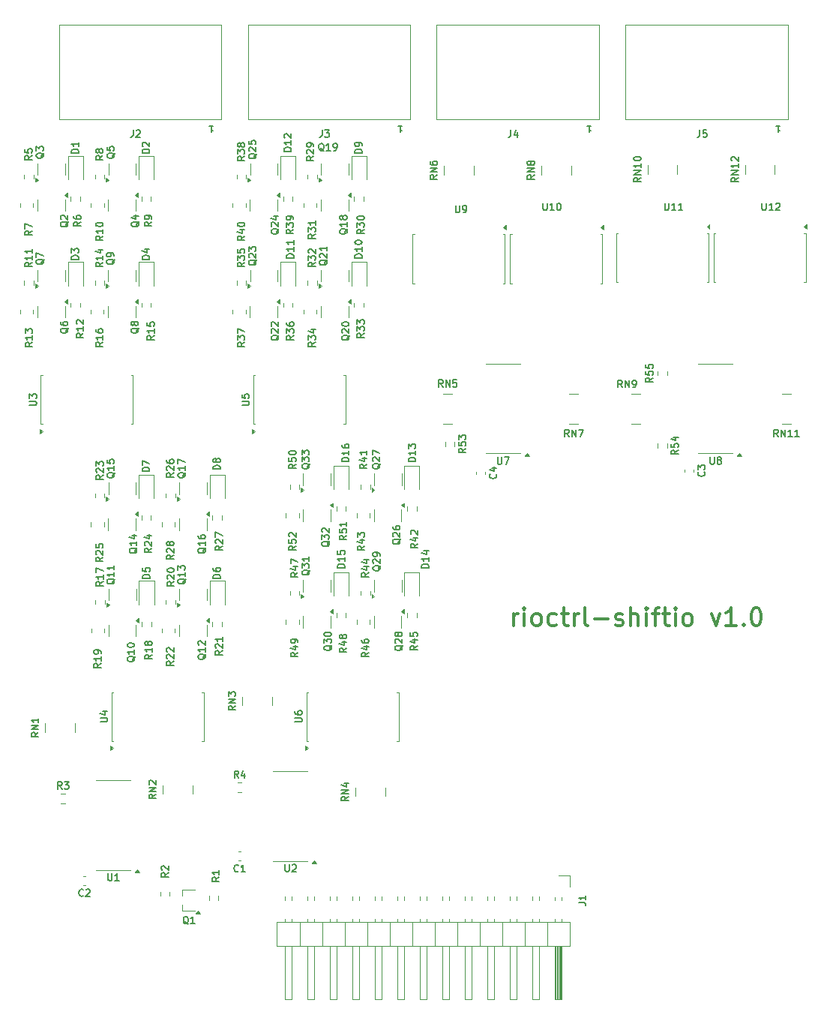
<source format=gto>
G04 #@! TF.GenerationSoftware,KiCad,Pcbnew,8.0.5*
G04 #@! TF.CreationDate,2024-09-25T12:15:56+03:00*
G04 #@! TF.ProjectId,rioctrl-shiftio,72696f63-7472-46c2-9d73-68696674696f,rev?*
G04 #@! TF.SameCoordinates,Original*
G04 #@! TF.FileFunction,Legend,Top*
G04 #@! TF.FilePolarity,Positive*
%FSLAX46Y46*%
G04 Gerber Fmt 4.6, Leading zero omitted, Abs format (unit mm)*
G04 Created by KiCad (PCBNEW 8.0.5) date 2024-09-25 12:15:56*
%MOMM*%
%LPD*%
G01*
G04 APERTURE LIST*
%ADD10C,0.300000*%
%ADD11C,0.200000*%
%ADD12C,0.175000*%
%ADD13C,0.120000*%
%ADD14C,0.100000*%
G04 APERTURE END LIST*
D10*
X210173558Y-114489638D02*
X210173558Y-113156304D01*
X210173558Y-113537257D02*
X210268796Y-113346780D01*
X210268796Y-113346780D02*
X210364034Y-113251542D01*
X210364034Y-113251542D02*
X210554510Y-113156304D01*
X210554510Y-113156304D02*
X210744987Y-113156304D01*
X211411653Y-114489638D02*
X211411653Y-113156304D01*
X211411653Y-112489638D02*
X211316415Y-112584876D01*
X211316415Y-112584876D02*
X211411653Y-112680114D01*
X211411653Y-112680114D02*
X211506891Y-112584876D01*
X211506891Y-112584876D02*
X211411653Y-112489638D01*
X211411653Y-112489638D02*
X211411653Y-112680114D01*
X212649748Y-114489638D02*
X212459272Y-114394400D01*
X212459272Y-114394400D02*
X212364034Y-114299161D01*
X212364034Y-114299161D02*
X212268796Y-114108685D01*
X212268796Y-114108685D02*
X212268796Y-113537257D01*
X212268796Y-113537257D02*
X212364034Y-113346780D01*
X212364034Y-113346780D02*
X212459272Y-113251542D01*
X212459272Y-113251542D02*
X212649748Y-113156304D01*
X212649748Y-113156304D02*
X212935463Y-113156304D01*
X212935463Y-113156304D02*
X213125939Y-113251542D01*
X213125939Y-113251542D02*
X213221177Y-113346780D01*
X213221177Y-113346780D02*
X213316415Y-113537257D01*
X213316415Y-113537257D02*
X213316415Y-114108685D01*
X213316415Y-114108685D02*
X213221177Y-114299161D01*
X213221177Y-114299161D02*
X213125939Y-114394400D01*
X213125939Y-114394400D02*
X212935463Y-114489638D01*
X212935463Y-114489638D02*
X212649748Y-114489638D01*
X215030701Y-114394400D02*
X214840225Y-114489638D01*
X214840225Y-114489638D02*
X214459272Y-114489638D01*
X214459272Y-114489638D02*
X214268796Y-114394400D01*
X214268796Y-114394400D02*
X214173558Y-114299161D01*
X214173558Y-114299161D02*
X214078320Y-114108685D01*
X214078320Y-114108685D02*
X214078320Y-113537257D01*
X214078320Y-113537257D02*
X214173558Y-113346780D01*
X214173558Y-113346780D02*
X214268796Y-113251542D01*
X214268796Y-113251542D02*
X214459272Y-113156304D01*
X214459272Y-113156304D02*
X214840225Y-113156304D01*
X214840225Y-113156304D02*
X215030701Y-113251542D01*
X215602130Y-113156304D02*
X216364034Y-113156304D01*
X215887844Y-112489638D02*
X215887844Y-114203923D01*
X215887844Y-114203923D02*
X215983082Y-114394400D01*
X215983082Y-114394400D02*
X216173558Y-114489638D01*
X216173558Y-114489638D02*
X216364034Y-114489638D01*
X217030701Y-114489638D02*
X217030701Y-113156304D01*
X217030701Y-113537257D02*
X217125939Y-113346780D01*
X217125939Y-113346780D02*
X217221177Y-113251542D01*
X217221177Y-113251542D02*
X217411653Y-113156304D01*
X217411653Y-113156304D02*
X217602130Y-113156304D01*
X218554510Y-114489638D02*
X218364034Y-114394400D01*
X218364034Y-114394400D02*
X218268796Y-114203923D01*
X218268796Y-114203923D02*
X218268796Y-112489638D01*
X219316415Y-113727733D02*
X220840225Y-113727733D01*
X221697367Y-114394400D02*
X221887843Y-114489638D01*
X221887843Y-114489638D02*
X222268795Y-114489638D01*
X222268795Y-114489638D02*
X222459272Y-114394400D01*
X222459272Y-114394400D02*
X222554510Y-114203923D01*
X222554510Y-114203923D02*
X222554510Y-114108685D01*
X222554510Y-114108685D02*
X222459272Y-113918209D01*
X222459272Y-113918209D02*
X222268795Y-113822971D01*
X222268795Y-113822971D02*
X221983081Y-113822971D01*
X221983081Y-113822971D02*
X221792605Y-113727733D01*
X221792605Y-113727733D02*
X221697367Y-113537257D01*
X221697367Y-113537257D02*
X221697367Y-113442019D01*
X221697367Y-113442019D02*
X221792605Y-113251542D01*
X221792605Y-113251542D02*
X221983081Y-113156304D01*
X221983081Y-113156304D02*
X222268795Y-113156304D01*
X222268795Y-113156304D02*
X222459272Y-113251542D01*
X223411653Y-114489638D02*
X223411653Y-112489638D01*
X224268796Y-114489638D02*
X224268796Y-113442019D01*
X224268796Y-113442019D02*
X224173558Y-113251542D01*
X224173558Y-113251542D02*
X223983082Y-113156304D01*
X223983082Y-113156304D02*
X223697367Y-113156304D01*
X223697367Y-113156304D02*
X223506891Y-113251542D01*
X223506891Y-113251542D02*
X223411653Y-113346780D01*
X225221177Y-114489638D02*
X225221177Y-113156304D01*
X225221177Y-112489638D02*
X225125939Y-112584876D01*
X225125939Y-112584876D02*
X225221177Y-112680114D01*
X225221177Y-112680114D02*
X225316415Y-112584876D01*
X225316415Y-112584876D02*
X225221177Y-112489638D01*
X225221177Y-112489638D02*
X225221177Y-112680114D01*
X225887844Y-113156304D02*
X226649748Y-113156304D01*
X226173558Y-114489638D02*
X226173558Y-112775352D01*
X226173558Y-112775352D02*
X226268796Y-112584876D01*
X226268796Y-112584876D02*
X226459272Y-112489638D01*
X226459272Y-112489638D02*
X226649748Y-112489638D01*
X227030701Y-113156304D02*
X227792605Y-113156304D01*
X227316415Y-112489638D02*
X227316415Y-114203923D01*
X227316415Y-114203923D02*
X227411653Y-114394400D01*
X227411653Y-114394400D02*
X227602129Y-114489638D01*
X227602129Y-114489638D02*
X227792605Y-114489638D01*
X228459272Y-114489638D02*
X228459272Y-113156304D01*
X228459272Y-112489638D02*
X228364034Y-112584876D01*
X228364034Y-112584876D02*
X228459272Y-112680114D01*
X228459272Y-112680114D02*
X228554510Y-112584876D01*
X228554510Y-112584876D02*
X228459272Y-112489638D01*
X228459272Y-112489638D02*
X228459272Y-112680114D01*
X229697367Y-114489638D02*
X229506891Y-114394400D01*
X229506891Y-114394400D02*
X229411653Y-114299161D01*
X229411653Y-114299161D02*
X229316415Y-114108685D01*
X229316415Y-114108685D02*
X229316415Y-113537257D01*
X229316415Y-113537257D02*
X229411653Y-113346780D01*
X229411653Y-113346780D02*
X229506891Y-113251542D01*
X229506891Y-113251542D02*
X229697367Y-113156304D01*
X229697367Y-113156304D02*
X229983082Y-113156304D01*
X229983082Y-113156304D02*
X230173558Y-113251542D01*
X230173558Y-113251542D02*
X230268796Y-113346780D01*
X230268796Y-113346780D02*
X230364034Y-113537257D01*
X230364034Y-113537257D02*
X230364034Y-114108685D01*
X230364034Y-114108685D02*
X230268796Y-114299161D01*
X230268796Y-114299161D02*
X230173558Y-114394400D01*
X230173558Y-114394400D02*
X229983082Y-114489638D01*
X229983082Y-114489638D02*
X229697367Y-114489638D01*
X232554511Y-113156304D02*
X233030701Y-114489638D01*
X233030701Y-114489638D02*
X233506892Y-113156304D01*
X235316416Y-114489638D02*
X234173559Y-114489638D01*
X234744987Y-114489638D02*
X234744987Y-112489638D01*
X234744987Y-112489638D02*
X234554511Y-112775352D01*
X234554511Y-112775352D02*
X234364035Y-112965828D01*
X234364035Y-112965828D02*
X234173559Y-113061066D01*
X236173559Y-114299161D02*
X236268797Y-114394400D01*
X236268797Y-114394400D02*
X236173559Y-114489638D01*
X236173559Y-114489638D02*
X236078321Y-114394400D01*
X236078321Y-114394400D02*
X236173559Y-114299161D01*
X236173559Y-114299161D02*
X236173559Y-114489638D01*
X237506892Y-112489638D02*
X237697369Y-112489638D01*
X237697369Y-112489638D02*
X237887845Y-112584876D01*
X237887845Y-112584876D02*
X237983083Y-112680114D01*
X237983083Y-112680114D02*
X238078321Y-112870590D01*
X238078321Y-112870590D02*
X238173559Y-113251542D01*
X238173559Y-113251542D02*
X238173559Y-113727733D01*
X238173559Y-113727733D02*
X238078321Y-114108685D01*
X238078321Y-114108685D02*
X237983083Y-114299161D01*
X237983083Y-114299161D02*
X237887845Y-114394400D01*
X237887845Y-114394400D02*
X237697369Y-114489638D01*
X237697369Y-114489638D02*
X237506892Y-114489638D01*
X237506892Y-114489638D02*
X237316416Y-114394400D01*
X237316416Y-114394400D02*
X237221178Y-114299161D01*
X237221178Y-114299161D02*
X237125940Y-114108685D01*
X237125940Y-114108685D02*
X237030702Y-113727733D01*
X237030702Y-113727733D02*
X237030702Y-113251542D01*
X237030702Y-113251542D02*
X237125940Y-112870590D01*
X237125940Y-112870590D02*
X237221178Y-112680114D01*
X237221178Y-112680114D02*
X237316416Y-112584876D01*
X237316416Y-112584876D02*
X237506892Y-112489638D01*
D11*
X181155885Y-61207142D02*
X181117790Y-61283332D01*
X181117790Y-61283332D02*
X181041600Y-61359523D01*
X181041600Y-61359523D02*
X180927314Y-61473809D01*
X180927314Y-61473809D02*
X180889219Y-61549999D01*
X180889219Y-61549999D02*
X180889219Y-61626190D01*
X181079695Y-61588094D02*
X181041600Y-61664285D01*
X181041600Y-61664285D02*
X180965409Y-61740475D01*
X180965409Y-61740475D02*
X180813028Y-61778571D01*
X180813028Y-61778571D02*
X180546361Y-61778571D01*
X180546361Y-61778571D02*
X180393980Y-61740475D01*
X180393980Y-61740475D02*
X180317790Y-61664285D01*
X180317790Y-61664285D02*
X180279695Y-61588094D01*
X180279695Y-61588094D02*
X180279695Y-61435713D01*
X180279695Y-61435713D02*
X180317790Y-61359523D01*
X180317790Y-61359523D02*
X180393980Y-61283332D01*
X180393980Y-61283332D02*
X180546361Y-61245237D01*
X180546361Y-61245237D02*
X180813028Y-61245237D01*
X180813028Y-61245237D02*
X180965409Y-61283332D01*
X180965409Y-61283332D02*
X181041600Y-61359523D01*
X181041600Y-61359523D02*
X181079695Y-61435713D01*
X181079695Y-61435713D02*
X181079695Y-61588094D01*
X180355885Y-60940476D02*
X180317790Y-60902380D01*
X180317790Y-60902380D02*
X180279695Y-60826190D01*
X180279695Y-60826190D02*
X180279695Y-60635714D01*
X180279695Y-60635714D02*
X180317790Y-60559523D01*
X180317790Y-60559523D02*
X180355885Y-60521428D01*
X180355885Y-60521428D02*
X180432076Y-60483333D01*
X180432076Y-60483333D02*
X180508266Y-60483333D01*
X180508266Y-60483333D02*
X180622552Y-60521428D01*
X180622552Y-60521428D02*
X181079695Y-60978571D01*
X181079695Y-60978571D02*
X181079695Y-60483333D01*
X180279695Y-59759523D02*
X180279695Y-60140475D01*
X180279695Y-60140475D02*
X180660647Y-60178571D01*
X180660647Y-60178571D02*
X180622552Y-60140475D01*
X180622552Y-60140475D02*
X180584457Y-60064285D01*
X180584457Y-60064285D02*
X180584457Y-59873809D01*
X180584457Y-59873809D02*
X180622552Y-59797618D01*
X180622552Y-59797618D02*
X180660647Y-59759523D01*
X180660647Y-59759523D02*
X180736838Y-59721428D01*
X180736838Y-59721428D02*
X180927314Y-59721428D01*
X180927314Y-59721428D02*
X181003504Y-59759523D01*
X181003504Y-59759523D02*
X181041600Y-59797618D01*
X181041600Y-59797618D02*
X181079695Y-59873809D01*
X181079695Y-59873809D02*
X181079695Y-60064285D01*
X181079695Y-60064285D02*
X181041600Y-60140475D01*
X181041600Y-60140475D02*
X181003504Y-60178571D01*
X228789695Y-94689285D02*
X228408742Y-94955952D01*
X228789695Y-95146428D02*
X227989695Y-95146428D01*
X227989695Y-95146428D02*
X227989695Y-94841666D01*
X227989695Y-94841666D02*
X228027790Y-94765476D01*
X228027790Y-94765476D02*
X228065885Y-94727381D01*
X228065885Y-94727381D02*
X228142076Y-94689285D01*
X228142076Y-94689285D02*
X228256361Y-94689285D01*
X228256361Y-94689285D02*
X228332552Y-94727381D01*
X228332552Y-94727381D02*
X228370647Y-94765476D01*
X228370647Y-94765476D02*
X228408742Y-94841666D01*
X228408742Y-94841666D02*
X228408742Y-95146428D01*
X227989695Y-93965476D02*
X227989695Y-94346428D01*
X227989695Y-94346428D02*
X228370647Y-94384524D01*
X228370647Y-94384524D02*
X228332552Y-94346428D01*
X228332552Y-94346428D02*
X228294457Y-94270238D01*
X228294457Y-94270238D02*
X228294457Y-94079762D01*
X228294457Y-94079762D02*
X228332552Y-94003571D01*
X228332552Y-94003571D02*
X228370647Y-93965476D01*
X228370647Y-93965476D02*
X228446838Y-93927381D01*
X228446838Y-93927381D02*
X228637314Y-93927381D01*
X228637314Y-93927381D02*
X228713504Y-93965476D01*
X228713504Y-93965476D02*
X228751600Y-94003571D01*
X228751600Y-94003571D02*
X228789695Y-94079762D01*
X228789695Y-94079762D02*
X228789695Y-94270238D01*
X228789695Y-94270238D02*
X228751600Y-94346428D01*
X228751600Y-94346428D02*
X228713504Y-94384524D01*
X228256361Y-93241666D02*
X228789695Y-93241666D01*
X227951600Y-93432142D02*
X228523028Y-93622619D01*
X228523028Y-93622619D02*
X228523028Y-93127380D01*
X197685885Y-116707142D02*
X197647790Y-116783332D01*
X197647790Y-116783332D02*
X197571600Y-116859523D01*
X197571600Y-116859523D02*
X197457314Y-116973809D01*
X197457314Y-116973809D02*
X197419219Y-117049999D01*
X197419219Y-117049999D02*
X197419219Y-117126190D01*
X197609695Y-117088094D02*
X197571600Y-117164285D01*
X197571600Y-117164285D02*
X197495409Y-117240475D01*
X197495409Y-117240475D02*
X197343028Y-117278571D01*
X197343028Y-117278571D02*
X197076361Y-117278571D01*
X197076361Y-117278571D02*
X196923980Y-117240475D01*
X196923980Y-117240475D02*
X196847790Y-117164285D01*
X196847790Y-117164285D02*
X196809695Y-117088094D01*
X196809695Y-117088094D02*
X196809695Y-116935713D01*
X196809695Y-116935713D02*
X196847790Y-116859523D01*
X196847790Y-116859523D02*
X196923980Y-116783332D01*
X196923980Y-116783332D02*
X197076361Y-116745237D01*
X197076361Y-116745237D02*
X197343028Y-116745237D01*
X197343028Y-116745237D02*
X197495409Y-116783332D01*
X197495409Y-116783332D02*
X197571600Y-116859523D01*
X197571600Y-116859523D02*
X197609695Y-116935713D01*
X197609695Y-116935713D02*
X197609695Y-117088094D01*
X196885885Y-116440476D02*
X196847790Y-116402380D01*
X196847790Y-116402380D02*
X196809695Y-116326190D01*
X196809695Y-116326190D02*
X196809695Y-116135714D01*
X196809695Y-116135714D02*
X196847790Y-116059523D01*
X196847790Y-116059523D02*
X196885885Y-116021428D01*
X196885885Y-116021428D02*
X196962076Y-115983333D01*
X196962076Y-115983333D02*
X197038266Y-115983333D01*
X197038266Y-115983333D02*
X197152552Y-116021428D01*
X197152552Y-116021428D02*
X197609695Y-116478571D01*
X197609695Y-116478571D02*
X197609695Y-115983333D01*
X197152552Y-115526190D02*
X197114457Y-115602380D01*
X197114457Y-115602380D02*
X197076361Y-115640475D01*
X197076361Y-115640475D02*
X197000171Y-115678571D01*
X197000171Y-115678571D02*
X196962076Y-115678571D01*
X196962076Y-115678571D02*
X196885885Y-115640475D01*
X196885885Y-115640475D02*
X196847790Y-115602380D01*
X196847790Y-115602380D02*
X196809695Y-115526190D01*
X196809695Y-115526190D02*
X196809695Y-115373809D01*
X196809695Y-115373809D02*
X196847790Y-115297618D01*
X196847790Y-115297618D02*
X196885885Y-115259523D01*
X196885885Y-115259523D02*
X196962076Y-115221428D01*
X196962076Y-115221428D02*
X197000171Y-115221428D01*
X197000171Y-115221428D02*
X197076361Y-115259523D01*
X197076361Y-115259523D02*
X197114457Y-115297618D01*
X197114457Y-115297618D02*
X197152552Y-115373809D01*
X197152552Y-115373809D02*
X197152552Y-115526190D01*
X197152552Y-115526190D02*
X197190647Y-115602380D01*
X197190647Y-115602380D02*
X197228742Y-115640475D01*
X197228742Y-115640475D02*
X197304933Y-115678571D01*
X197304933Y-115678571D02*
X197457314Y-115678571D01*
X197457314Y-115678571D02*
X197533504Y-115640475D01*
X197533504Y-115640475D02*
X197571600Y-115602380D01*
X197571600Y-115602380D02*
X197609695Y-115526190D01*
X197609695Y-115526190D02*
X197609695Y-115373809D01*
X197609695Y-115373809D02*
X197571600Y-115297618D01*
X197571600Y-115297618D02*
X197533504Y-115259523D01*
X197533504Y-115259523D02*
X197457314Y-115221428D01*
X197457314Y-115221428D02*
X197304933Y-115221428D01*
X197304933Y-115221428D02*
X197228742Y-115259523D01*
X197228742Y-115259523D02*
X197190647Y-115297618D01*
X197190647Y-115297618D02*
X197152552Y-115373809D01*
X177079695Y-109152975D02*
X176279695Y-109152975D01*
X176279695Y-109152975D02*
X176279695Y-108962499D01*
X176279695Y-108962499D02*
X176317790Y-108848213D01*
X176317790Y-108848213D02*
X176393980Y-108772023D01*
X176393980Y-108772023D02*
X176470171Y-108733928D01*
X176470171Y-108733928D02*
X176622552Y-108695832D01*
X176622552Y-108695832D02*
X176736838Y-108695832D01*
X176736838Y-108695832D02*
X176889219Y-108733928D01*
X176889219Y-108733928D02*
X176965409Y-108772023D01*
X176965409Y-108772023D02*
X177041600Y-108848213D01*
X177041600Y-108848213D02*
X177079695Y-108962499D01*
X177079695Y-108962499D02*
X177079695Y-109152975D01*
X176279695Y-108010118D02*
X176279695Y-108162499D01*
X176279695Y-108162499D02*
X176317790Y-108238690D01*
X176317790Y-108238690D02*
X176355885Y-108276785D01*
X176355885Y-108276785D02*
X176470171Y-108352975D01*
X176470171Y-108352975D02*
X176622552Y-108391071D01*
X176622552Y-108391071D02*
X176927314Y-108391071D01*
X176927314Y-108391071D02*
X177003504Y-108352975D01*
X177003504Y-108352975D02*
X177041600Y-108314880D01*
X177041600Y-108314880D02*
X177079695Y-108238690D01*
X177079695Y-108238690D02*
X177079695Y-108086309D01*
X177079695Y-108086309D02*
X177041600Y-108010118D01*
X177041600Y-108010118D02*
X177003504Y-107972023D01*
X177003504Y-107972023D02*
X176927314Y-107933928D01*
X176927314Y-107933928D02*
X176736838Y-107933928D01*
X176736838Y-107933928D02*
X176660647Y-107972023D01*
X176660647Y-107972023D02*
X176622552Y-108010118D01*
X176622552Y-108010118D02*
X176584457Y-108086309D01*
X176584457Y-108086309D02*
X176584457Y-108238690D01*
X176584457Y-108238690D02*
X176622552Y-108314880D01*
X176622552Y-108314880D02*
X176660647Y-108352975D01*
X176660647Y-108352975D02*
X176736838Y-108391071D01*
X164390476Y-142459695D02*
X164390476Y-143107314D01*
X164390476Y-143107314D02*
X164428571Y-143183504D01*
X164428571Y-143183504D02*
X164466666Y-143221600D01*
X164466666Y-143221600D02*
X164542857Y-143259695D01*
X164542857Y-143259695D02*
X164695238Y-143259695D01*
X164695238Y-143259695D02*
X164771428Y-143221600D01*
X164771428Y-143221600D02*
X164809523Y-143183504D01*
X164809523Y-143183504D02*
X164847619Y-143107314D01*
X164847619Y-143107314D02*
X164847619Y-142459695D01*
X165647618Y-143259695D02*
X165190475Y-143259695D01*
X165419047Y-143259695D02*
X165419047Y-142459695D01*
X165419047Y-142459695D02*
X165342856Y-142573980D01*
X165342856Y-142573980D02*
X165266666Y-142650171D01*
X165266666Y-142650171D02*
X165190475Y-142688266D01*
X155829695Y-73514285D02*
X155448742Y-73780952D01*
X155829695Y-73971428D02*
X155029695Y-73971428D01*
X155029695Y-73971428D02*
X155029695Y-73666666D01*
X155029695Y-73666666D02*
X155067790Y-73590476D01*
X155067790Y-73590476D02*
X155105885Y-73552381D01*
X155105885Y-73552381D02*
X155182076Y-73514285D01*
X155182076Y-73514285D02*
X155296361Y-73514285D01*
X155296361Y-73514285D02*
X155372552Y-73552381D01*
X155372552Y-73552381D02*
X155410647Y-73590476D01*
X155410647Y-73590476D02*
X155448742Y-73666666D01*
X155448742Y-73666666D02*
X155448742Y-73971428D01*
X155829695Y-72752381D02*
X155829695Y-73209524D01*
X155829695Y-72980952D02*
X155029695Y-72980952D01*
X155029695Y-72980952D02*
X155143980Y-73057143D01*
X155143980Y-73057143D02*
X155220171Y-73133333D01*
X155220171Y-73133333D02*
X155258266Y-73209524D01*
X155829695Y-71990476D02*
X155829695Y-72447619D01*
X155829695Y-72219047D02*
X155029695Y-72219047D01*
X155029695Y-72219047D02*
X155143980Y-72295238D01*
X155143980Y-72295238D02*
X155220171Y-72371428D01*
X155220171Y-72371428D02*
X155258266Y-72447619D01*
X171209695Y-142383332D02*
X170828742Y-142649999D01*
X171209695Y-142840475D02*
X170409695Y-142840475D01*
X170409695Y-142840475D02*
X170409695Y-142535713D01*
X170409695Y-142535713D02*
X170447790Y-142459523D01*
X170447790Y-142459523D02*
X170485885Y-142421428D01*
X170485885Y-142421428D02*
X170562076Y-142383332D01*
X170562076Y-142383332D02*
X170676361Y-142383332D01*
X170676361Y-142383332D02*
X170752552Y-142421428D01*
X170752552Y-142421428D02*
X170790647Y-142459523D01*
X170790647Y-142459523D02*
X170828742Y-142535713D01*
X170828742Y-142535713D02*
X170828742Y-142840475D01*
X170485885Y-142078571D02*
X170447790Y-142040475D01*
X170447790Y-142040475D02*
X170409695Y-141964285D01*
X170409695Y-141964285D02*
X170409695Y-141773809D01*
X170409695Y-141773809D02*
X170447790Y-141697618D01*
X170447790Y-141697618D02*
X170485885Y-141659523D01*
X170485885Y-141659523D02*
X170562076Y-141621428D01*
X170562076Y-141621428D02*
X170638266Y-141621428D01*
X170638266Y-141621428D02*
X170752552Y-141659523D01*
X170752552Y-141659523D02*
X171209695Y-142116666D01*
X171209695Y-142116666D02*
X171209695Y-141621428D01*
X163799695Y-73514285D02*
X163418742Y-73780952D01*
X163799695Y-73971428D02*
X162999695Y-73971428D01*
X162999695Y-73971428D02*
X162999695Y-73666666D01*
X162999695Y-73666666D02*
X163037790Y-73590476D01*
X163037790Y-73590476D02*
X163075885Y-73552381D01*
X163075885Y-73552381D02*
X163152076Y-73514285D01*
X163152076Y-73514285D02*
X163266361Y-73514285D01*
X163266361Y-73514285D02*
X163342552Y-73552381D01*
X163342552Y-73552381D02*
X163380647Y-73590476D01*
X163380647Y-73590476D02*
X163418742Y-73666666D01*
X163418742Y-73666666D02*
X163418742Y-73971428D01*
X163799695Y-72752381D02*
X163799695Y-73209524D01*
X163799695Y-72980952D02*
X162999695Y-72980952D01*
X162999695Y-72980952D02*
X163113980Y-73057143D01*
X163113980Y-73057143D02*
X163190171Y-73133333D01*
X163190171Y-73133333D02*
X163228266Y-73209524D01*
X163266361Y-72066666D02*
X163799695Y-72066666D01*
X162961600Y-72257142D02*
X163533028Y-72447619D01*
X163533028Y-72447619D02*
X163533028Y-71952380D01*
X165155885Y-61138690D02*
X165117790Y-61214880D01*
X165117790Y-61214880D02*
X165041600Y-61291071D01*
X165041600Y-61291071D02*
X164927314Y-61405357D01*
X164927314Y-61405357D02*
X164889219Y-61481547D01*
X164889219Y-61481547D02*
X164889219Y-61557738D01*
X165079695Y-61519642D02*
X165041600Y-61595833D01*
X165041600Y-61595833D02*
X164965409Y-61672023D01*
X164965409Y-61672023D02*
X164813028Y-61710119D01*
X164813028Y-61710119D02*
X164546361Y-61710119D01*
X164546361Y-61710119D02*
X164393980Y-61672023D01*
X164393980Y-61672023D02*
X164317790Y-61595833D01*
X164317790Y-61595833D02*
X164279695Y-61519642D01*
X164279695Y-61519642D02*
X164279695Y-61367261D01*
X164279695Y-61367261D02*
X164317790Y-61291071D01*
X164317790Y-61291071D02*
X164393980Y-61214880D01*
X164393980Y-61214880D02*
X164546361Y-61176785D01*
X164546361Y-61176785D02*
X164813028Y-61176785D01*
X164813028Y-61176785D02*
X164965409Y-61214880D01*
X164965409Y-61214880D02*
X165041600Y-61291071D01*
X165041600Y-61291071D02*
X165079695Y-61367261D01*
X165079695Y-61367261D02*
X165079695Y-61519642D01*
X164279695Y-60452976D02*
X164279695Y-60833928D01*
X164279695Y-60833928D02*
X164660647Y-60872024D01*
X164660647Y-60872024D02*
X164622552Y-60833928D01*
X164622552Y-60833928D02*
X164584457Y-60757738D01*
X164584457Y-60757738D02*
X164584457Y-60567262D01*
X164584457Y-60567262D02*
X164622552Y-60491071D01*
X164622552Y-60491071D02*
X164660647Y-60452976D01*
X164660647Y-60452976D02*
X164736838Y-60414881D01*
X164736838Y-60414881D02*
X164927314Y-60414881D01*
X164927314Y-60414881D02*
X165003504Y-60452976D01*
X165003504Y-60452976D02*
X165041600Y-60491071D01*
X165041600Y-60491071D02*
X165079695Y-60567262D01*
X165079695Y-60567262D02*
X165079695Y-60757738D01*
X165079695Y-60757738D02*
X165041600Y-60833928D01*
X165041600Y-60833928D02*
X165003504Y-60872024D01*
X179829695Y-73514285D02*
X179448742Y-73780952D01*
X179829695Y-73971428D02*
X179029695Y-73971428D01*
X179029695Y-73971428D02*
X179029695Y-73666666D01*
X179029695Y-73666666D02*
X179067790Y-73590476D01*
X179067790Y-73590476D02*
X179105885Y-73552381D01*
X179105885Y-73552381D02*
X179182076Y-73514285D01*
X179182076Y-73514285D02*
X179296361Y-73514285D01*
X179296361Y-73514285D02*
X179372552Y-73552381D01*
X179372552Y-73552381D02*
X179410647Y-73590476D01*
X179410647Y-73590476D02*
X179448742Y-73666666D01*
X179448742Y-73666666D02*
X179448742Y-73971428D01*
X179029695Y-73247619D02*
X179029695Y-72752381D01*
X179029695Y-72752381D02*
X179334457Y-73019047D01*
X179334457Y-73019047D02*
X179334457Y-72904762D01*
X179334457Y-72904762D02*
X179372552Y-72828571D01*
X179372552Y-72828571D02*
X179410647Y-72790476D01*
X179410647Y-72790476D02*
X179486838Y-72752381D01*
X179486838Y-72752381D02*
X179677314Y-72752381D01*
X179677314Y-72752381D02*
X179753504Y-72790476D01*
X179753504Y-72790476D02*
X179791600Y-72828571D01*
X179791600Y-72828571D02*
X179829695Y-72904762D01*
X179829695Y-72904762D02*
X179829695Y-73133333D01*
X179829695Y-73133333D02*
X179791600Y-73209524D01*
X179791600Y-73209524D02*
X179753504Y-73247619D01*
X179029695Y-72028571D02*
X179029695Y-72409523D01*
X179029695Y-72409523D02*
X179410647Y-72447619D01*
X179410647Y-72447619D02*
X179372552Y-72409523D01*
X179372552Y-72409523D02*
X179334457Y-72333333D01*
X179334457Y-72333333D02*
X179334457Y-72142857D01*
X179334457Y-72142857D02*
X179372552Y-72066666D01*
X179372552Y-72066666D02*
X179410647Y-72028571D01*
X179410647Y-72028571D02*
X179486838Y-71990476D01*
X179486838Y-71990476D02*
X179677314Y-71990476D01*
X179677314Y-71990476D02*
X179753504Y-72028571D01*
X179753504Y-72028571D02*
X179791600Y-72066666D01*
X179791600Y-72066666D02*
X179829695Y-72142857D01*
X179829695Y-72142857D02*
X179829695Y-72333333D01*
X179829695Y-72333333D02*
X179791600Y-72409523D01*
X179791600Y-72409523D02*
X179753504Y-72447619D01*
X187185885Y-108207142D02*
X187147790Y-108283332D01*
X187147790Y-108283332D02*
X187071600Y-108359523D01*
X187071600Y-108359523D02*
X186957314Y-108473809D01*
X186957314Y-108473809D02*
X186919219Y-108549999D01*
X186919219Y-108549999D02*
X186919219Y-108626190D01*
X187109695Y-108588094D02*
X187071600Y-108664285D01*
X187071600Y-108664285D02*
X186995409Y-108740475D01*
X186995409Y-108740475D02*
X186843028Y-108778571D01*
X186843028Y-108778571D02*
X186576361Y-108778571D01*
X186576361Y-108778571D02*
X186423980Y-108740475D01*
X186423980Y-108740475D02*
X186347790Y-108664285D01*
X186347790Y-108664285D02*
X186309695Y-108588094D01*
X186309695Y-108588094D02*
X186309695Y-108435713D01*
X186309695Y-108435713D02*
X186347790Y-108359523D01*
X186347790Y-108359523D02*
X186423980Y-108283332D01*
X186423980Y-108283332D02*
X186576361Y-108245237D01*
X186576361Y-108245237D02*
X186843028Y-108245237D01*
X186843028Y-108245237D02*
X186995409Y-108283332D01*
X186995409Y-108283332D02*
X187071600Y-108359523D01*
X187071600Y-108359523D02*
X187109695Y-108435713D01*
X187109695Y-108435713D02*
X187109695Y-108588094D01*
X186309695Y-107978571D02*
X186309695Y-107483333D01*
X186309695Y-107483333D02*
X186614457Y-107749999D01*
X186614457Y-107749999D02*
X186614457Y-107635714D01*
X186614457Y-107635714D02*
X186652552Y-107559523D01*
X186652552Y-107559523D02*
X186690647Y-107521428D01*
X186690647Y-107521428D02*
X186766838Y-107483333D01*
X186766838Y-107483333D02*
X186957314Y-107483333D01*
X186957314Y-107483333D02*
X187033504Y-107521428D01*
X187033504Y-107521428D02*
X187071600Y-107559523D01*
X187071600Y-107559523D02*
X187109695Y-107635714D01*
X187109695Y-107635714D02*
X187109695Y-107864285D01*
X187109695Y-107864285D02*
X187071600Y-107940476D01*
X187071600Y-107940476D02*
X187033504Y-107978571D01*
X187109695Y-106721428D02*
X187109695Y-107178571D01*
X187109695Y-106949999D02*
X186309695Y-106949999D01*
X186309695Y-106949999D02*
X186423980Y-107026190D01*
X186423980Y-107026190D02*
X186500171Y-107102380D01*
X186500171Y-107102380D02*
X186538266Y-107178571D01*
X181155885Y-73207142D02*
X181117790Y-73283332D01*
X181117790Y-73283332D02*
X181041600Y-73359523D01*
X181041600Y-73359523D02*
X180927314Y-73473809D01*
X180927314Y-73473809D02*
X180889219Y-73549999D01*
X180889219Y-73549999D02*
X180889219Y-73626190D01*
X181079695Y-73588094D02*
X181041600Y-73664285D01*
X181041600Y-73664285D02*
X180965409Y-73740475D01*
X180965409Y-73740475D02*
X180813028Y-73778571D01*
X180813028Y-73778571D02*
X180546361Y-73778571D01*
X180546361Y-73778571D02*
X180393980Y-73740475D01*
X180393980Y-73740475D02*
X180317790Y-73664285D01*
X180317790Y-73664285D02*
X180279695Y-73588094D01*
X180279695Y-73588094D02*
X180279695Y-73435713D01*
X180279695Y-73435713D02*
X180317790Y-73359523D01*
X180317790Y-73359523D02*
X180393980Y-73283332D01*
X180393980Y-73283332D02*
X180546361Y-73245237D01*
X180546361Y-73245237D02*
X180813028Y-73245237D01*
X180813028Y-73245237D02*
X180965409Y-73283332D01*
X180965409Y-73283332D02*
X181041600Y-73359523D01*
X181041600Y-73359523D02*
X181079695Y-73435713D01*
X181079695Y-73435713D02*
X181079695Y-73588094D01*
X180355885Y-72940476D02*
X180317790Y-72902380D01*
X180317790Y-72902380D02*
X180279695Y-72826190D01*
X180279695Y-72826190D02*
X180279695Y-72635714D01*
X180279695Y-72635714D02*
X180317790Y-72559523D01*
X180317790Y-72559523D02*
X180355885Y-72521428D01*
X180355885Y-72521428D02*
X180432076Y-72483333D01*
X180432076Y-72483333D02*
X180508266Y-72483333D01*
X180508266Y-72483333D02*
X180622552Y-72521428D01*
X180622552Y-72521428D02*
X181079695Y-72978571D01*
X181079695Y-72978571D02*
X181079695Y-72483333D01*
X180279695Y-72216666D02*
X180279695Y-71721428D01*
X180279695Y-71721428D02*
X180584457Y-71988094D01*
X180584457Y-71988094D02*
X180584457Y-71873809D01*
X180584457Y-71873809D02*
X180622552Y-71797618D01*
X180622552Y-71797618D02*
X180660647Y-71759523D01*
X180660647Y-71759523D02*
X180736838Y-71721428D01*
X180736838Y-71721428D02*
X180927314Y-71721428D01*
X180927314Y-71721428D02*
X181003504Y-71759523D01*
X181003504Y-71759523D02*
X181041600Y-71797618D01*
X181041600Y-71797618D02*
X181079695Y-71873809D01*
X181079695Y-71873809D02*
X181079695Y-72102380D01*
X181079695Y-72102380D02*
X181041600Y-72178571D01*
X181041600Y-72178571D02*
X181003504Y-72216666D01*
X171829695Y-118514285D02*
X171448742Y-118780952D01*
X171829695Y-118971428D02*
X171029695Y-118971428D01*
X171029695Y-118971428D02*
X171029695Y-118666666D01*
X171029695Y-118666666D02*
X171067790Y-118590476D01*
X171067790Y-118590476D02*
X171105885Y-118552381D01*
X171105885Y-118552381D02*
X171182076Y-118514285D01*
X171182076Y-118514285D02*
X171296361Y-118514285D01*
X171296361Y-118514285D02*
X171372552Y-118552381D01*
X171372552Y-118552381D02*
X171410647Y-118590476D01*
X171410647Y-118590476D02*
X171448742Y-118666666D01*
X171448742Y-118666666D02*
X171448742Y-118971428D01*
X171105885Y-118209524D02*
X171067790Y-118171428D01*
X171067790Y-118171428D02*
X171029695Y-118095238D01*
X171029695Y-118095238D02*
X171029695Y-117904762D01*
X171029695Y-117904762D02*
X171067790Y-117828571D01*
X171067790Y-117828571D02*
X171105885Y-117790476D01*
X171105885Y-117790476D02*
X171182076Y-117752381D01*
X171182076Y-117752381D02*
X171258266Y-117752381D01*
X171258266Y-117752381D02*
X171372552Y-117790476D01*
X171372552Y-117790476D02*
X171829695Y-118247619D01*
X171829695Y-118247619D02*
X171829695Y-117752381D01*
X171105885Y-117447619D02*
X171067790Y-117409523D01*
X171067790Y-117409523D02*
X171029695Y-117333333D01*
X171029695Y-117333333D02*
X171029695Y-117142857D01*
X171029695Y-117142857D02*
X171067790Y-117066666D01*
X171067790Y-117066666D02*
X171105885Y-117028571D01*
X171105885Y-117028571D02*
X171182076Y-116990476D01*
X171182076Y-116990476D02*
X171258266Y-116990476D01*
X171258266Y-116990476D02*
X171372552Y-117028571D01*
X171372552Y-117028571D02*
X171829695Y-117485714D01*
X171829695Y-117485714D02*
X171829695Y-116990476D01*
X167905885Y-68888690D02*
X167867790Y-68964880D01*
X167867790Y-68964880D02*
X167791600Y-69041071D01*
X167791600Y-69041071D02*
X167677314Y-69155357D01*
X167677314Y-69155357D02*
X167639219Y-69231547D01*
X167639219Y-69231547D02*
X167639219Y-69307738D01*
X167829695Y-69269642D02*
X167791600Y-69345833D01*
X167791600Y-69345833D02*
X167715409Y-69422023D01*
X167715409Y-69422023D02*
X167563028Y-69460119D01*
X167563028Y-69460119D02*
X167296361Y-69460119D01*
X167296361Y-69460119D02*
X167143980Y-69422023D01*
X167143980Y-69422023D02*
X167067790Y-69345833D01*
X167067790Y-69345833D02*
X167029695Y-69269642D01*
X167029695Y-69269642D02*
X167029695Y-69117261D01*
X167029695Y-69117261D02*
X167067790Y-69041071D01*
X167067790Y-69041071D02*
X167143980Y-68964880D01*
X167143980Y-68964880D02*
X167296361Y-68926785D01*
X167296361Y-68926785D02*
X167563028Y-68926785D01*
X167563028Y-68926785D02*
X167715409Y-68964880D01*
X167715409Y-68964880D02*
X167791600Y-69041071D01*
X167791600Y-69041071D02*
X167829695Y-69117261D01*
X167829695Y-69117261D02*
X167829695Y-69269642D01*
X167296361Y-68241071D02*
X167829695Y-68241071D01*
X166991600Y-68431547D02*
X167563028Y-68622024D01*
X167563028Y-68622024D02*
X167563028Y-68126785D01*
X169049695Y-73152975D02*
X168249695Y-73152975D01*
X168249695Y-73152975D02*
X168249695Y-72962499D01*
X168249695Y-72962499D02*
X168287790Y-72848213D01*
X168287790Y-72848213D02*
X168363980Y-72772023D01*
X168363980Y-72772023D02*
X168440171Y-72733928D01*
X168440171Y-72733928D02*
X168592552Y-72695832D01*
X168592552Y-72695832D02*
X168706838Y-72695832D01*
X168706838Y-72695832D02*
X168859219Y-72733928D01*
X168859219Y-72733928D02*
X168935409Y-72772023D01*
X168935409Y-72772023D02*
X169011600Y-72848213D01*
X169011600Y-72848213D02*
X169049695Y-72962499D01*
X169049695Y-72962499D02*
X169049695Y-73152975D01*
X168516361Y-72010118D02*
X169049695Y-72010118D01*
X168211600Y-72200594D02*
X168783028Y-72391071D01*
X168783028Y-72391071D02*
X168783028Y-71895832D01*
X159905885Y-80888690D02*
X159867790Y-80964880D01*
X159867790Y-80964880D02*
X159791600Y-81041071D01*
X159791600Y-81041071D02*
X159677314Y-81155357D01*
X159677314Y-81155357D02*
X159639219Y-81231547D01*
X159639219Y-81231547D02*
X159639219Y-81307738D01*
X159829695Y-81269642D02*
X159791600Y-81345833D01*
X159791600Y-81345833D02*
X159715409Y-81422023D01*
X159715409Y-81422023D02*
X159563028Y-81460119D01*
X159563028Y-81460119D02*
X159296361Y-81460119D01*
X159296361Y-81460119D02*
X159143980Y-81422023D01*
X159143980Y-81422023D02*
X159067790Y-81345833D01*
X159067790Y-81345833D02*
X159029695Y-81269642D01*
X159029695Y-81269642D02*
X159029695Y-81117261D01*
X159029695Y-81117261D02*
X159067790Y-81041071D01*
X159067790Y-81041071D02*
X159143980Y-80964880D01*
X159143980Y-80964880D02*
X159296361Y-80926785D01*
X159296361Y-80926785D02*
X159563028Y-80926785D01*
X159563028Y-80926785D02*
X159715409Y-80964880D01*
X159715409Y-80964880D02*
X159791600Y-81041071D01*
X159791600Y-81041071D02*
X159829695Y-81117261D01*
X159829695Y-81117261D02*
X159829695Y-81269642D01*
X159029695Y-80241071D02*
X159029695Y-80393452D01*
X159029695Y-80393452D02*
X159067790Y-80469643D01*
X159067790Y-80469643D02*
X159105885Y-80507738D01*
X159105885Y-80507738D02*
X159220171Y-80583928D01*
X159220171Y-80583928D02*
X159372552Y-80622024D01*
X159372552Y-80622024D02*
X159677314Y-80622024D01*
X159677314Y-80622024D02*
X159753504Y-80583928D01*
X159753504Y-80583928D02*
X159791600Y-80545833D01*
X159791600Y-80545833D02*
X159829695Y-80469643D01*
X159829695Y-80469643D02*
X159829695Y-80317262D01*
X159829695Y-80317262D02*
X159791600Y-80241071D01*
X159791600Y-80241071D02*
X159753504Y-80202976D01*
X159753504Y-80202976D02*
X159677314Y-80164881D01*
X159677314Y-80164881D02*
X159486838Y-80164881D01*
X159486838Y-80164881D02*
X159410647Y-80202976D01*
X159410647Y-80202976D02*
X159372552Y-80241071D01*
X159372552Y-80241071D02*
X159334457Y-80317262D01*
X159334457Y-80317262D02*
X159334457Y-80469643D01*
X159334457Y-80469643D02*
X159372552Y-80545833D01*
X159372552Y-80545833D02*
X159410647Y-80583928D01*
X159410647Y-80583928D02*
X159486838Y-80622024D01*
X193609695Y-96264285D02*
X193228742Y-96530952D01*
X193609695Y-96721428D02*
X192809695Y-96721428D01*
X192809695Y-96721428D02*
X192809695Y-96416666D01*
X192809695Y-96416666D02*
X192847790Y-96340476D01*
X192847790Y-96340476D02*
X192885885Y-96302381D01*
X192885885Y-96302381D02*
X192962076Y-96264285D01*
X192962076Y-96264285D02*
X193076361Y-96264285D01*
X193076361Y-96264285D02*
X193152552Y-96302381D01*
X193152552Y-96302381D02*
X193190647Y-96340476D01*
X193190647Y-96340476D02*
X193228742Y-96416666D01*
X193228742Y-96416666D02*
X193228742Y-96721428D01*
X193076361Y-95578571D02*
X193609695Y-95578571D01*
X192771600Y-95769047D02*
X193343028Y-95959524D01*
X193343028Y-95959524D02*
X193343028Y-95464285D01*
X193609695Y-94740476D02*
X193609695Y-95197619D01*
X193609695Y-94969047D02*
X192809695Y-94969047D01*
X192809695Y-94969047D02*
X192923980Y-95045238D01*
X192923980Y-95045238D02*
X193000171Y-95121428D01*
X193000171Y-95121428D02*
X193038266Y-95197619D01*
X216447619Y-93159695D02*
X216180952Y-92778742D01*
X215990476Y-93159695D02*
X215990476Y-92359695D01*
X215990476Y-92359695D02*
X216295238Y-92359695D01*
X216295238Y-92359695D02*
X216371428Y-92397790D01*
X216371428Y-92397790D02*
X216409523Y-92435885D01*
X216409523Y-92435885D02*
X216447619Y-92512076D01*
X216447619Y-92512076D02*
X216447619Y-92626361D01*
X216447619Y-92626361D02*
X216409523Y-92702552D01*
X216409523Y-92702552D02*
X216371428Y-92740647D01*
X216371428Y-92740647D02*
X216295238Y-92778742D01*
X216295238Y-92778742D02*
X215990476Y-92778742D01*
X216790476Y-93159695D02*
X216790476Y-92359695D01*
X216790476Y-92359695D02*
X217247619Y-93159695D01*
X217247619Y-93159695D02*
X217247619Y-92359695D01*
X217552380Y-92359695D02*
X218085714Y-92359695D01*
X218085714Y-92359695D02*
X217742856Y-93159695D01*
X191109695Y-107971428D02*
X190309695Y-107971428D01*
X190309695Y-107971428D02*
X190309695Y-107780952D01*
X190309695Y-107780952D02*
X190347790Y-107666666D01*
X190347790Y-107666666D02*
X190423980Y-107590476D01*
X190423980Y-107590476D02*
X190500171Y-107552381D01*
X190500171Y-107552381D02*
X190652552Y-107514285D01*
X190652552Y-107514285D02*
X190766838Y-107514285D01*
X190766838Y-107514285D02*
X190919219Y-107552381D01*
X190919219Y-107552381D02*
X190995409Y-107590476D01*
X190995409Y-107590476D02*
X191071600Y-107666666D01*
X191071600Y-107666666D02*
X191109695Y-107780952D01*
X191109695Y-107780952D02*
X191109695Y-107971428D01*
X191109695Y-106752381D02*
X191109695Y-107209524D01*
X191109695Y-106980952D02*
X190309695Y-106980952D01*
X190309695Y-106980952D02*
X190423980Y-107057143D01*
X190423980Y-107057143D02*
X190500171Y-107133333D01*
X190500171Y-107133333D02*
X190538266Y-107209524D01*
X190309695Y-106028571D02*
X190309695Y-106409523D01*
X190309695Y-106409523D02*
X190690647Y-106447619D01*
X190690647Y-106447619D02*
X190652552Y-106409523D01*
X190652552Y-106409523D02*
X190614457Y-106333333D01*
X190614457Y-106333333D02*
X190614457Y-106142857D01*
X190614457Y-106142857D02*
X190652552Y-106066666D01*
X190652552Y-106066666D02*
X190690647Y-106028571D01*
X190690647Y-106028571D02*
X190766838Y-105990476D01*
X190766838Y-105990476D02*
X190957314Y-105990476D01*
X190957314Y-105990476D02*
X191033504Y-106028571D01*
X191033504Y-106028571D02*
X191071600Y-106066666D01*
X191071600Y-106066666D02*
X191109695Y-106142857D01*
X191109695Y-106142857D02*
X191109695Y-106333333D01*
X191109695Y-106333333D02*
X191071600Y-106409523D01*
X191071600Y-106409523D02*
X191033504Y-106447619D01*
X232390476Y-95459695D02*
X232390476Y-96107314D01*
X232390476Y-96107314D02*
X232428571Y-96183504D01*
X232428571Y-96183504D02*
X232466666Y-96221600D01*
X232466666Y-96221600D02*
X232542857Y-96259695D01*
X232542857Y-96259695D02*
X232695238Y-96259695D01*
X232695238Y-96259695D02*
X232771428Y-96221600D01*
X232771428Y-96221600D02*
X232809523Y-96183504D01*
X232809523Y-96183504D02*
X232847619Y-96107314D01*
X232847619Y-96107314D02*
X232847619Y-95459695D01*
X233342856Y-95802552D02*
X233266666Y-95764457D01*
X233266666Y-95764457D02*
X233228571Y-95726361D01*
X233228571Y-95726361D02*
X233190475Y-95650171D01*
X233190475Y-95650171D02*
X233190475Y-95612076D01*
X233190475Y-95612076D02*
X233228571Y-95535885D01*
X233228571Y-95535885D02*
X233266666Y-95497790D01*
X233266666Y-95497790D02*
X233342856Y-95459695D01*
X233342856Y-95459695D02*
X233495237Y-95459695D01*
X233495237Y-95459695D02*
X233571428Y-95497790D01*
X233571428Y-95497790D02*
X233609523Y-95535885D01*
X233609523Y-95535885D02*
X233647618Y-95612076D01*
X233647618Y-95612076D02*
X233647618Y-95650171D01*
X233647618Y-95650171D02*
X233609523Y-95726361D01*
X233609523Y-95726361D02*
X233571428Y-95764457D01*
X233571428Y-95764457D02*
X233495237Y-95802552D01*
X233495237Y-95802552D02*
X233342856Y-95802552D01*
X233342856Y-95802552D02*
X233266666Y-95840647D01*
X233266666Y-95840647D02*
X233228571Y-95878742D01*
X233228571Y-95878742D02*
X233190475Y-95954933D01*
X233190475Y-95954933D02*
X233190475Y-96107314D01*
X233190475Y-96107314D02*
X233228571Y-96183504D01*
X233228571Y-96183504D02*
X233266666Y-96221600D01*
X233266666Y-96221600D02*
X233342856Y-96259695D01*
X233342856Y-96259695D02*
X233495237Y-96259695D01*
X233495237Y-96259695D02*
X233571428Y-96221600D01*
X233571428Y-96221600D02*
X233609523Y-96183504D01*
X233609523Y-96183504D02*
X233647618Y-96107314D01*
X233647618Y-96107314D02*
X233647618Y-95954933D01*
X233647618Y-95954933D02*
X233609523Y-95878742D01*
X233609523Y-95878742D02*
X233571428Y-95840647D01*
X233571428Y-95840647D02*
X233495237Y-95802552D01*
X165125885Y-73138690D02*
X165087790Y-73214880D01*
X165087790Y-73214880D02*
X165011600Y-73291071D01*
X165011600Y-73291071D02*
X164897314Y-73405357D01*
X164897314Y-73405357D02*
X164859219Y-73481547D01*
X164859219Y-73481547D02*
X164859219Y-73557738D01*
X165049695Y-73519642D02*
X165011600Y-73595833D01*
X165011600Y-73595833D02*
X164935409Y-73672023D01*
X164935409Y-73672023D02*
X164783028Y-73710119D01*
X164783028Y-73710119D02*
X164516361Y-73710119D01*
X164516361Y-73710119D02*
X164363980Y-73672023D01*
X164363980Y-73672023D02*
X164287790Y-73595833D01*
X164287790Y-73595833D02*
X164249695Y-73519642D01*
X164249695Y-73519642D02*
X164249695Y-73367261D01*
X164249695Y-73367261D02*
X164287790Y-73291071D01*
X164287790Y-73291071D02*
X164363980Y-73214880D01*
X164363980Y-73214880D02*
X164516361Y-73176785D01*
X164516361Y-73176785D02*
X164783028Y-73176785D01*
X164783028Y-73176785D02*
X164935409Y-73214880D01*
X164935409Y-73214880D02*
X165011600Y-73291071D01*
X165011600Y-73291071D02*
X165049695Y-73367261D01*
X165049695Y-73367261D02*
X165049695Y-73519642D01*
X165049695Y-72795833D02*
X165049695Y-72643452D01*
X165049695Y-72643452D02*
X165011600Y-72567262D01*
X165011600Y-72567262D02*
X164973504Y-72529166D01*
X164973504Y-72529166D02*
X164859219Y-72452976D01*
X164859219Y-72452976D02*
X164706838Y-72414881D01*
X164706838Y-72414881D02*
X164402076Y-72414881D01*
X164402076Y-72414881D02*
X164325885Y-72452976D01*
X164325885Y-72452976D02*
X164287790Y-72491071D01*
X164287790Y-72491071D02*
X164249695Y-72567262D01*
X164249695Y-72567262D02*
X164249695Y-72719643D01*
X164249695Y-72719643D02*
X164287790Y-72795833D01*
X164287790Y-72795833D02*
X164325885Y-72833928D01*
X164325885Y-72833928D02*
X164402076Y-72872024D01*
X164402076Y-72872024D02*
X164592552Y-72872024D01*
X164592552Y-72872024D02*
X164668742Y-72833928D01*
X164668742Y-72833928D02*
X164706838Y-72795833D01*
X164706838Y-72795833D02*
X164744933Y-72719643D01*
X164744933Y-72719643D02*
X164744933Y-72567262D01*
X164744933Y-72567262D02*
X164706838Y-72491071D01*
X164706838Y-72491071D02*
X164668742Y-72452976D01*
X164668742Y-72452976D02*
X164592552Y-72414881D01*
X161079695Y-73152975D02*
X160279695Y-73152975D01*
X160279695Y-73152975D02*
X160279695Y-72962499D01*
X160279695Y-72962499D02*
X160317790Y-72848213D01*
X160317790Y-72848213D02*
X160393980Y-72772023D01*
X160393980Y-72772023D02*
X160470171Y-72733928D01*
X160470171Y-72733928D02*
X160622552Y-72695832D01*
X160622552Y-72695832D02*
X160736838Y-72695832D01*
X160736838Y-72695832D02*
X160889219Y-72733928D01*
X160889219Y-72733928D02*
X160965409Y-72772023D01*
X160965409Y-72772023D02*
X161041600Y-72848213D01*
X161041600Y-72848213D02*
X161079695Y-72962499D01*
X161079695Y-72962499D02*
X161079695Y-73152975D01*
X160279695Y-72429166D02*
X160279695Y-71933928D01*
X160279695Y-71933928D02*
X160584457Y-72200594D01*
X160584457Y-72200594D02*
X160584457Y-72086309D01*
X160584457Y-72086309D02*
X160622552Y-72010118D01*
X160622552Y-72010118D02*
X160660647Y-71972023D01*
X160660647Y-71972023D02*
X160736838Y-71933928D01*
X160736838Y-71933928D02*
X160927314Y-71933928D01*
X160927314Y-71933928D02*
X161003504Y-71972023D01*
X161003504Y-71972023D02*
X161041600Y-72010118D01*
X161041600Y-72010118D02*
X161079695Y-72086309D01*
X161079695Y-72086309D02*
X161079695Y-72314880D01*
X161079695Y-72314880D02*
X161041600Y-72391071D01*
X161041600Y-72391071D02*
X161003504Y-72429166D01*
X191435885Y-69707142D02*
X191397790Y-69783332D01*
X191397790Y-69783332D02*
X191321600Y-69859523D01*
X191321600Y-69859523D02*
X191207314Y-69973809D01*
X191207314Y-69973809D02*
X191169219Y-70049999D01*
X191169219Y-70049999D02*
X191169219Y-70126190D01*
X191359695Y-70088094D02*
X191321600Y-70164285D01*
X191321600Y-70164285D02*
X191245409Y-70240475D01*
X191245409Y-70240475D02*
X191093028Y-70278571D01*
X191093028Y-70278571D02*
X190826361Y-70278571D01*
X190826361Y-70278571D02*
X190673980Y-70240475D01*
X190673980Y-70240475D02*
X190597790Y-70164285D01*
X190597790Y-70164285D02*
X190559695Y-70088094D01*
X190559695Y-70088094D02*
X190559695Y-69935713D01*
X190559695Y-69935713D02*
X190597790Y-69859523D01*
X190597790Y-69859523D02*
X190673980Y-69783332D01*
X190673980Y-69783332D02*
X190826361Y-69745237D01*
X190826361Y-69745237D02*
X191093028Y-69745237D01*
X191093028Y-69745237D02*
X191245409Y-69783332D01*
X191245409Y-69783332D02*
X191321600Y-69859523D01*
X191321600Y-69859523D02*
X191359695Y-69935713D01*
X191359695Y-69935713D02*
X191359695Y-70088094D01*
X191359695Y-68983333D02*
X191359695Y-69440476D01*
X191359695Y-69211904D02*
X190559695Y-69211904D01*
X190559695Y-69211904D02*
X190673980Y-69288095D01*
X190673980Y-69288095D02*
X190750171Y-69364285D01*
X190750171Y-69364285D02*
X190788266Y-69440476D01*
X190902552Y-68526190D02*
X190864457Y-68602380D01*
X190864457Y-68602380D02*
X190826361Y-68640475D01*
X190826361Y-68640475D02*
X190750171Y-68678571D01*
X190750171Y-68678571D02*
X190712076Y-68678571D01*
X190712076Y-68678571D02*
X190635885Y-68640475D01*
X190635885Y-68640475D02*
X190597790Y-68602380D01*
X190597790Y-68602380D02*
X190559695Y-68526190D01*
X190559695Y-68526190D02*
X190559695Y-68373809D01*
X190559695Y-68373809D02*
X190597790Y-68297618D01*
X190597790Y-68297618D02*
X190635885Y-68259523D01*
X190635885Y-68259523D02*
X190712076Y-68221428D01*
X190712076Y-68221428D02*
X190750171Y-68221428D01*
X190750171Y-68221428D02*
X190826361Y-68259523D01*
X190826361Y-68259523D02*
X190864457Y-68297618D01*
X190864457Y-68297618D02*
X190902552Y-68373809D01*
X190902552Y-68373809D02*
X190902552Y-68526190D01*
X190902552Y-68526190D02*
X190940647Y-68602380D01*
X190940647Y-68602380D02*
X190978742Y-68640475D01*
X190978742Y-68640475D02*
X191054933Y-68678571D01*
X191054933Y-68678571D02*
X191207314Y-68678571D01*
X191207314Y-68678571D02*
X191283504Y-68640475D01*
X191283504Y-68640475D02*
X191321600Y-68602380D01*
X191321600Y-68602380D02*
X191359695Y-68526190D01*
X191359695Y-68526190D02*
X191359695Y-68373809D01*
X191359695Y-68373809D02*
X191321600Y-68297618D01*
X191321600Y-68297618D02*
X191283504Y-68259523D01*
X191283504Y-68259523D02*
X191207314Y-68221428D01*
X191207314Y-68221428D02*
X191054933Y-68221428D01*
X191054933Y-68221428D02*
X190978742Y-68259523D01*
X190978742Y-68259523D02*
X190940647Y-68297618D01*
X190940647Y-68297618D02*
X190902552Y-68373809D01*
X165185885Y-109207142D02*
X165147790Y-109283332D01*
X165147790Y-109283332D02*
X165071600Y-109359523D01*
X165071600Y-109359523D02*
X164957314Y-109473809D01*
X164957314Y-109473809D02*
X164919219Y-109549999D01*
X164919219Y-109549999D02*
X164919219Y-109626190D01*
X165109695Y-109588094D02*
X165071600Y-109664285D01*
X165071600Y-109664285D02*
X164995409Y-109740475D01*
X164995409Y-109740475D02*
X164843028Y-109778571D01*
X164843028Y-109778571D02*
X164576361Y-109778571D01*
X164576361Y-109778571D02*
X164423980Y-109740475D01*
X164423980Y-109740475D02*
X164347790Y-109664285D01*
X164347790Y-109664285D02*
X164309695Y-109588094D01*
X164309695Y-109588094D02*
X164309695Y-109435713D01*
X164309695Y-109435713D02*
X164347790Y-109359523D01*
X164347790Y-109359523D02*
X164423980Y-109283332D01*
X164423980Y-109283332D02*
X164576361Y-109245237D01*
X164576361Y-109245237D02*
X164843028Y-109245237D01*
X164843028Y-109245237D02*
X164995409Y-109283332D01*
X164995409Y-109283332D02*
X165071600Y-109359523D01*
X165071600Y-109359523D02*
X165109695Y-109435713D01*
X165109695Y-109435713D02*
X165109695Y-109588094D01*
X165109695Y-108483333D02*
X165109695Y-108940476D01*
X165109695Y-108711904D02*
X164309695Y-108711904D01*
X164309695Y-108711904D02*
X164423980Y-108788095D01*
X164423980Y-108788095D02*
X164500171Y-108864285D01*
X164500171Y-108864285D02*
X164538266Y-108940476D01*
X165109695Y-107721428D02*
X165109695Y-108178571D01*
X165109695Y-107949999D02*
X164309695Y-107949999D01*
X164309695Y-107949999D02*
X164423980Y-108026190D01*
X164423980Y-108026190D02*
X164500171Y-108102380D01*
X164500171Y-108102380D02*
X164538266Y-108178571D01*
X155829695Y-69945832D02*
X155448742Y-70212499D01*
X155829695Y-70402975D02*
X155029695Y-70402975D01*
X155029695Y-70402975D02*
X155029695Y-70098213D01*
X155029695Y-70098213D02*
X155067790Y-70022023D01*
X155067790Y-70022023D02*
X155105885Y-69983928D01*
X155105885Y-69983928D02*
X155182076Y-69945832D01*
X155182076Y-69945832D02*
X155296361Y-69945832D01*
X155296361Y-69945832D02*
X155372552Y-69983928D01*
X155372552Y-69983928D02*
X155410647Y-70022023D01*
X155410647Y-70022023D02*
X155448742Y-70098213D01*
X155448742Y-70098213D02*
X155448742Y-70402975D01*
X155029695Y-69679166D02*
X155029695Y-69145832D01*
X155029695Y-69145832D02*
X155829695Y-69488690D01*
X204789695Y-94514285D02*
X204408742Y-94780952D01*
X204789695Y-94971428D02*
X203989695Y-94971428D01*
X203989695Y-94971428D02*
X203989695Y-94666666D01*
X203989695Y-94666666D02*
X204027790Y-94590476D01*
X204027790Y-94590476D02*
X204065885Y-94552381D01*
X204065885Y-94552381D02*
X204142076Y-94514285D01*
X204142076Y-94514285D02*
X204256361Y-94514285D01*
X204256361Y-94514285D02*
X204332552Y-94552381D01*
X204332552Y-94552381D02*
X204370647Y-94590476D01*
X204370647Y-94590476D02*
X204408742Y-94666666D01*
X204408742Y-94666666D02*
X204408742Y-94971428D01*
X203989695Y-93790476D02*
X203989695Y-94171428D01*
X203989695Y-94171428D02*
X204370647Y-94209524D01*
X204370647Y-94209524D02*
X204332552Y-94171428D01*
X204332552Y-94171428D02*
X204294457Y-94095238D01*
X204294457Y-94095238D02*
X204294457Y-93904762D01*
X204294457Y-93904762D02*
X204332552Y-93828571D01*
X204332552Y-93828571D02*
X204370647Y-93790476D01*
X204370647Y-93790476D02*
X204446838Y-93752381D01*
X204446838Y-93752381D02*
X204637314Y-93752381D01*
X204637314Y-93752381D02*
X204713504Y-93790476D01*
X204713504Y-93790476D02*
X204751600Y-93828571D01*
X204751600Y-93828571D02*
X204789695Y-93904762D01*
X204789695Y-93904762D02*
X204789695Y-94095238D01*
X204789695Y-94095238D02*
X204751600Y-94171428D01*
X204751600Y-94171428D02*
X204713504Y-94209524D01*
X203989695Y-93485714D02*
X203989695Y-92990476D01*
X203989695Y-92990476D02*
X204294457Y-93257142D01*
X204294457Y-93257142D02*
X204294457Y-93142857D01*
X204294457Y-93142857D02*
X204332552Y-93066666D01*
X204332552Y-93066666D02*
X204370647Y-93028571D01*
X204370647Y-93028571D02*
X204446838Y-92990476D01*
X204446838Y-92990476D02*
X204637314Y-92990476D01*
X204637314Y-92990476D02*
X204713504Y-93028571D01*
X204713504Y-93028571D02*
X204751600Y-93066666D01*
X204751600Y-93066666D02*
X204789695Y-93142857D01*
X204789695Y-93142857D02*
X204789695Y-93371428D01*
X204789695Y-93371428D02*
X204751600Y-93447619D01*
X204751600Y-93447619D02*
X204713504Y-93485714D01*
X227259524Y-66809695D02*
X227259524Y-67457314D01*
X227259524Y-67457314D02*
X227297619Y-67533504D01*
X227297619Y-67533504D02*
X227335714Y-67571600D01*
X227335714Y-67571600D02*
X227411905Y-67609695D01*
X227411905Y-67609695D02*
X227564286Y-67609695D01*
X227564286Y-67609695D02*
X227640476Y-67571600D01*
X227640476Y-67571600D02*
X227678571Y-67533504D01*
X227678571Y-67533504D02*
X227716667Y-67457314D01*
X227716667Y-67457314D02*
X227716667Y-66809695D01*
X228516666Y-67609695D02*
X228059523Y-67609695D01*
X228288095Y-67609695D02*
X228288095Y-66809695D01*
X228288095Y-66809695D02*
X228211904Y-66923980D01*
X228211904Y-66923980D02*
X228135714Y-67000171D01*
X228135714Y-67000171D02*
X228059523Y-67038266D01*
X229278571Y-67609695D02*
X228821428Y-67609695D01*
X229050000Y-67609695D02*
X229050000Y-66809695D01*
X229050000Y-66809695D02*
X228973809Y-66923980D01*
X228973809Y-66923980D02*
X228897619Y-67000171D01*
X228897619Y-67000171D02*
X228821428Y-67038266D01*
X169329695Y-105764285D02*
X168948742Y-106030952D01*
X169329695Y-106221428D02*
X168529695Y-106221428D01*
X168529695Y-106221428D02*
X168529695Y-105916666D01*
X168529695Y-105916666D02*
X168567790Y-105840476D01*
X168567790Y-105840476D02*
X168605885Y-105802381D01*
X168605885Y-105802381D02*
X168682076Y-105764285D01*
X168682076Y-105764285D02*
X168796361Y-105764285D01*
X168796361Y-105764285D02*
X168872552Y-105802381D01*
X168872552Y-105802381D02*
X168910647Y-105840476D01*
X168910647Y-105840476D02*
X168948742Y-105916666D01*
X168948742Y-105916666D02*
X168948742Y-106221428D01*
X168605885Y-105459524D02*
X168567790Y-105421428D01*
X168567790Y-105421428D02*
X168529695Y-105345238D01*
X168529695Y-105345238D02*
X168529695Y-105154762D01*
X168529695Y-105154762D02*
X168567790Y-105078571D01*
X168567790Y-105078571D02*
X168605885Y-105040476D01*
X168605885Y-105040476D02*
X168682076Y-105002381D01*
X168682076Y-105002381D02*
X168758266Y-105002381D01*
X168758266Y-105002381D02*
X168872552Y-105040476D01*
X168872552Y-105040476D02*
X169329695Y-105497619D01*
X169329695Y-105497619D02*
X169329695Y-105002381D01*
X168796361Y-104316666D02*
X169329695Y-104316666D01*
X168491600Y-104507142D02*
X169063028Y-104697619D01*
X169063028Y-104697619D02*
X169063028Y-104202380D01*
X203640476Y-67059695D02*
X203640476Y-67707314D01*
X203640476Y-67707314D02*
X203678571Y-67783504D01*
X203678571Y-67783504D02*
X203716666Y-67821600D01*
X203716666Y-67821600D02*
X203792857Y-67859695D01*
X203792857Y-67859695D02*
X203945238Y-67859695D01*
X203945238Y-67859695D02*
X204021428Y-67821600D01*
X204021428Y-67821600D02*
X204059523Y-67783504D01*
X204059523Y-67783504D02*
X204097619Y-67707314D01*
X204097619Y-67707314D02*
X204097619Y-67059695D01*
X204516666Y-67859695D02*
X204669047Y-67859695D01*
X204669047Y-67859695D02*
X204745237Y-67821600D01*
X204745237Y-67821600D02*
X204783333Y-67783504D01*
X204783333Y-67783504D02*
X204859523Y-67669219D01*
X204859523Y-67669219D02*
X204897618Y-67516838D01*
X204897618Y-67516838D02*
X204897618Y-67212076D01*
X204897618Y-67212076D02*
X204859523Y-67135885D01*
X204859523Y-67135885D02*
X204821428Y-67097790D01*
X204821428Y-67097790D02*
X204745237Y-67059695D01*
X204745237Y-67059695D02*
X204592856Y-67059695D01*
X204592856Y-67059695D02*
X204516666Y-67097790D01*
X204516666Y-67097790D02*
X204478571Y-67135885D01*
X204478571Y-67135885D02*
X204440475Y-67212076D01*
X204440475Y-67212076D02*
X204440475Y-67402552D01*
X204440475Y-67402552D02*
X204478571Y-67478742D01*
X204478571Y-67478742D02*
X204516666Y-67516838D01*
X204516666Y-67516838D02*
X204592856Y-67554933D01*
X204592856Y-67554933D02*
X204745237Y-67554933D01*
X204745237Y-67554933D02*
X204821428Y-67516838D01*
X204821428Y-67516838D02*
X204859523Y-67478742D01*
X204859523Y-67478742D02*
X204897618Y-67402552D01*
X208213504Y-97383332D02*
X208251600Y-97421428D01*
X208251600Y-97421428D02*
X208289695Y-97535713D01*
X208289695Y-97535713D02*
X208289695Y-97611904D01*
X208289695Y-97611904D02*
X208251600Y-97726190D01*
X208251600Y-97726190D02*
X208175409Y-97802380D01*
X208175409Y-97802380D02*
X208099219Y-97840475D01*
X208099219Y-97840475D02*
X207946838Y-97878571D01*
X207946838Y-97878571D02*
X207832552Y-97878571D01*
X207832552Y-97878571D02*
X207680171Y-97840475D01*
X207680171Y-97840475D02*
X207603980Y-97802380D01*
X207603980Y-97802380D02*
X207527790Y-97726190D01*
X207527790Y-97726190D02*
X207489695Y-97611904D01*
X207489695Y-97611904D02*
X207489695Y-97535713D01*
X207489695Y-97535713D02*
X207527790Y-97421428D01*
X207527790Y-97421428D02*
X207565885Y-97383332D01*
X207756361Y-96697618D02*
X208289695Y-96697618D01*
X207451600Y-96888094D02*
X208023028Y-97078571D01*
X208023028Y-97078571D02*
X208023028Y-96583332D01*
X161616667Y-144963504D02*
X161578571Y-145001600D01*
X161578571Y-145001600D02*
X161464286Y-145039695D01*
X161464286Y-145039695D02*
X161388095Y-145039695D01*
X161388095Y-145039695D02*
X161273809Y-145001600D01*
X161273809Y-145001600D02*
X161197619Y-144925409D01*
X161197619Y-144925409D02*
X161159524Y-144849219D01*
X161159524Y-144849219D02*
X161121428Y-144696838D01*
X161121428Y-144696838D02*
X161121428Y-144582552D01*
X161121428Y-144582552D02*
X161159524Y-144430171D01*
X161159524Y-144430171D02*
X161197619Y-144353980D01*
X161197619Y-144353980D02*
X161273809Y-144277790D01*
X161273809Y-144277790D02*
X161388095Y-144239695D01*
X161388095Y-144239695D02*
X161464286Y-144239695D01*
X161464286Y-144239695D02*
X161578571Y-144277790D01*
X161578571Y-144277790D02*
X161616667Y-144315885D01*
X161921428Y-144315885D02*
X161959524Y-144277790D01*
X161959524Y-144277790D02*
X162035714Y-144239695D01*
X162035714Y-144239695D02*
X162226190Y-144239695D01*
X162226190Y-144239695D02*
X162302381Y-144277790D01*
X162302381Y-144277790D02*
X162340476Y-144315885D01*
X162340476Y-144315885D02*
X162378571Y-144392076D01*
X162378571Y-144392076D02*
X162378571Y-144468266D01*
X162378571Y-144468266D02*
X162340476Y-144582552D01*
X162340476Y-144582552D02*
X161883333Y-145039695D01*
X161883333Y-145039695D02*
X162378571Y-145039695D01*
X185829695Y-108514285D02*
X185448742Y-108780952D01*
X185829695Y-108971428D02*
X185029695Y-108971428D01*
X185029695Y-108971428D02*
X185029695Y-108666666D01*
X185029695Y-108666666D02*
X185067790Y-108590476D01*
X185067790Y-108590476D02*
X185105885Y-108552381D01*
X185105885Y-108552381D02*
X185182076Y-108514285D01*
X185182076Y-108514285D02*
X185296361Y-108514285D01*
X185296361Y-108514285D02*
X185372552Y-108552381D01*
X185372552Y-108552381D02*
X185410647Y-108590476D01*
X185410647Y-108590476D02*
X185448742Y-108666666D01*
X185448742Y-108666666D02*
X185448742Y-108971428D01*
X185296361Y-107828571D02*
X185829695Y-107828571D01*
X184991600Y-108019047D02*
X185563028Y-108209524D01*
X185563028Y-108209524D02*
X185563028Y-107714285D01*
X185029695Y-107485714D02*
X185029695Y-106952380D01*
X185029695Y-106952380D02*
X185829695Y-107295238D01*
X161079695Y-61152975D02*
X160279695Y-61152975D01*
X160279695Y-61152975D02*
X160279695Y-60962499D01*
X160279695Y-60962499D02*
X160317790Y-60848213D01*
X160317790Y-60848213D02*
X160393980Y-60772023D01*
X160393980Y-60772023D02*
X160470171Y-60733928D01*
X160470171Y-60733928D02*
X160622552Y-60695832D01*
X160622552Y-60695832D02*
X160736838Y-60695832D01*
X160736838Y-60695832D02*
X160889219Y-60733928D01*
X160889219Y-60733928D02*
X160965409Y-60772023D01*
X160965409Y-60772023D02*
X161041600Y-60848213D01*
X161041600Y-60848213D02*
X161079695Y-60962499D01*
X161079695Y-60962499D02*
X161079695Y-61152975D01*
X161079695Y-59933928D02*
X161079695Y-60391071D01*
X161079695Y-60162499D02*
X160279695Y-60162499D01*
X160279695Y-60162499D02*
X160393980Y-60238690D01*
X160393980Y-60238690D02*
X160470171Y-60314880D01*
X160470171Y-60314880D02*
X160508266Y-60391071D01*
X201559695Y-63652380D02*
X201178742Y-63919047D01*
X201559695Y-64109523D02*
X200759695Y-64109523D01*
X200759695Y-64109523D02*
X200759695Y-63804761D01*
X200759695Y-63804761D02*
X200797790Y-63728571D01*
X200797790Y-63728571D02*
X200835885Y-63690476D01*
X200835885Y-63690476D02*
X200912076Y-63652380D01*
X200912076Y-63652380D02*
X201026361Y-63652380D01*
X201026361Y-63652380D02*
X201102552Y-63690476D01*
X201102552Y-63690476D02*
X201140647Y-63728571D01*
X201140647Y-63728571D02*
X201178742Y-63804761D01*
X201178742Y-63804761D02*
X201178742Y-64109523D01*
X201559695Y-63309523D02*
X200759695Y-63309523D01*
X200759695Y-63309523D02*
X201559695Y-62852380D01*
X201559695Y-62852380D02*
X200759695Y-62852380D01*
X200759695Y-62128571D02*
X200759695Y-62280952D01*
X200759695Y-62280952D02*
X200797790Y-62357143D01*
X200797790Y-62357143D02*
X200835885Y-62395238D01*
X200835885Y-62395238D02*
X200950171Y-62471428D01*
X200950171Y-62471428D02*
X201102552Y-62509524D01*
X201102552Y-62509524D02*
X201407314Y-62509524D01*
X201407314Y-62509524D02*
X201483504Y-62471428D01*
X201483504Y-62471428D02*
X201521600Y-62433333D01*
X201521600Y-62433333D02*
X201559695Y-62357143D01*
X201559695Y-62357143D02*
X201559695Y-62204762D01*
X201559695Y-62204762D02*
X201521600Y-62128571D01*
X201521600Y-62128571D02*
X201483504Y-62090476D01*
X201483504Y-62090476D02*
X201407314Y-62052381D01*
X201407314Y-62052381D02*
X201216838Y-62052381D01*
X201216838Y-62052381D02*
X201140647Y-62090476D01*
X201140647Y-62090476D02*
X201102552Y-62128571D01*
X201102552Y-62128571D02*
X201064457Y-62204762D01*
X201064457Y-62204762D02*
X201064457Y-62357143D01*
X201064457Y-62357143D02*
X201102552Y-62433333D01*
X201102552Y-62433333D02*
X201140647Y-62471428D01*
X201140647Y-62471428D02*
X201216838Y-62509524D01*
X163509695Y-125359523D02*
X164157314Y-125359523D01*
X164157314Y-125359523D02*
X164233504Y-125321428D01*
X164233504Y-125321428D02*
X164271600Y-125283333D01*
X164271600Y-125283333D02*
X164309695Y-125207142D01*
X164309695Y-125207142D02*
X164309695Y-125054761D01*
X164309695Y-125054761D02*
X164271600Y-124978571D01*
X164271600Y-124978571D02*
X164233504Y-124940476D01*
X164233504Y-124940476D02*
X164157314Y-124902380D01*
X164157314Y-124902380D02*
X163509695Y-124902380D01*
X163776361Y-124178571D02*
X164309695Y-124178571D01*
X163471600Y-124369047D02*
X164043028Y-124559524D01*
X164043028Y-124559524D02*
X164043028Y-124064285D01*
X212559695Y-63652380D02*
X212178742Y-63919047D01*
X212559695Y-64109523D02*
X211759695Y-64109523D01*
X211759695Y-64109523D02*
X211759695Y-63804761D01*
X211759695Y-63804761D02*
X211797790Y-63728571D01*
X211797790Y-63728571D02*
X211835885Y-63690476D01*
X211835885Y-63690476D02*
X211912076Y-63652380D01*
X211912076Y-63652380D02*
X212026361Y-63652380D01*
X212026361Y-63652380D02*
X212102552Y-63690476D01*
X212102552Y-63690476D02*
X212140647Y-63728571D01*
X212140647Y-63728571D02*
X212178742Y-63804761D01*
X212178742Y-63804761D02*
X212178742Y-64109523D01*
X212559695Y-63309523D02*
X211759695Y-63309523D01*
X211759695Y-63309523D02*
X212559695Y-62852380D01*
X212559695Y-62852380D02*
X211759695Y-62852380D01*
X212102552Y-62357143D02*
X212064457Y-62433333D01*
X212064457Y-62433333D02*
X212026361Y-62471428D01*
X212026361Y-62471428D02*
X211950171Y-62509524D01*
X211950171Y-62509524D02*
X211912076Y-62509524D01*
X211912076Y-62509524D02*
X211835885Y-62471428D01*
X211835885Y-62471428D02*
X211797790Y-62433333D01*
X211797790Y-62433333D02*
X211759695Y-62357143D01*
X211759695Y-62357143D02*
X211759695Y-62204762D01*
X211759695Y-62204762D02*
X211797790Y-62128571D01*
X211797790Y-62128571D02*
X211835885Y-62090476D01*
X211835885Y-62090476D02*
X211912076Y-62052381D01*
X211912076Y-62052381D02*
X211950171Y-62052381D01*
X211950171Y-62052381D02*
X212026361Y-62090476D01*
X212026361Y-62090476D02*
X212064457Y-62128571D01*
X212064457Y-62128571D02*
X212102552Y-62204762D01*
X212102552Y-62204762D02*
X212102552Y-62357143D01*
X212102552Y-62357143D02*
X212140647Y-62433333D01*
X212140647Y-62433333D02*
X212178742Y-62471428D01*
X212178742Y-62471428D02*
X212254933Y-62509524D01*
X212254933Y-62509524D02*
X212407314Y-62509524D01*
X212407314Y-62509524D02*
X212483504Y-62471428D01*
X212483504Y-62471428D02*
X212521600Y-62433333D01*
X212521600Y-62433333D02*
X212559695Y-62357143D01*
X212559695Y-62357143D02*
X212559695Y-62204762D01*
X212559695Y-62204762D02*
X212521600Y-62128571D01*
X212521600Y-62128571D02*
X212483504Y-62090476D01*
X212483504Y-62090476D02*
X212407314Y-62052381D01*
X212407314Y-62052381D02*
X212254933Y-62052381D01*
X212254933Y-62052381D02*
X212178742Y-62090476D01*
X212178742Y-62090476D02*
X212140647Y-62128571D01*
X212140647Y-62128571D02*
X212102552Y-62204762D01*
X185329695Y-69764285D02*
X184948742Y-70030952D01*
X185329695Y-70221428D02*
X184529695Y-70221428D01*
X184529695Y-70221428D02*
X184529695Y-69916666D01*
X184529695Y-69916666D02*
X184567790Y-69840476D01*
X184567790Y-69840476D02*
X184605885Y-69802381D01*
X184605885Y-69802381D02*
X184682076Y-69764285D01*
X184682076Y-69764285D02*
X184796361Y-69764285D01*
X184796361Y-69764285D02*
X184872552Y-69802381D01*
X184872552Y-69802381D02*
X184910647Y-69840476D01*
X184910647Y-69840476D02*
X184948742Y-69916666D01*
X184948742Y-69916666D02*
X184948742Y-70221428D01*
X184529695Y-69497619D02*
X184529695Y-69002381D01*
X184529695Y-69002381D02*
X184834457Y-69269047D01*
X184834457Y-69269047D02*
X184834457Y-69154762D01*
X184834457Y-69154762D02*
X184872552Y-69078571D01*
X184872552Y-69078571D02*
X184910647Y-69040476D01*
X184910647Y-69040476D02*
X184986838Y-69002381D01*
X184986838Y-69002381D02*
X185177314Y-69002381D01*
X185177314Y-69002381D02*
X185253504Y-69040476D01*
X185253504Y-69040476D02*
X185291600Y-69078571D01*
X185291600Y-69078571D02*
X185329695Y-69154762D01*
X185329695Y-69154762D02*
X185329695Y-69383333D01*
X185329695Y-69383333D02*
X185291600Y-69459524D01*
X185291600Y-69459524D02*
X185253504Y-69497619D01*
X185329695Y-68621428D02*
X185329695Y-68469047D01*
X185329695Y-68469047D02*
X185291600Y-68392857D01*
X185291600Y-68392857D02*
X185253504Y-68354761D01*
X185253504Y-68354761D02*
X185139219Y-68278571D01*
X185139219Y-68278571D02*
X184986838Y-68240476D01*
X184986838Y-68240476D02*
X184682076Y-68240476D01*
X184682076Y-68240476D02*
X184605885Y-68278571D01*
X184605885Y-68278571D02*
X184567790Y-68316666D01*
X184567790Y-68316666D02*
X184529695Y-68392857D01*
X184529695Y-68392857D02*
X184529695Y-68545238D01*
X184529695Y-68545238D02*
X184567790Y-68621428D01*
X184567790Y-68621428D02*
X184605885Y-68659523D01*
X184605885Y-68659523D02*
X184682076Y-68697619D01*
X184682076Y-68697619D02*
X184872552Y-68697619D01*
X184872552Y-68697619D02*
X184948742Y-68659523D01*
X184948742Y-68659523D02*
X184986838Y-68621428D01*
X184986838Y-68621428D02*
X185024933Y-68545238D01*
X185024933Y-68545238D02*
X185024933Y-68392857D01*
X185024933Y-68392857D02*
X184986838Y-68316666D01*
X184986838Y-68316666D02*
X184948742Y-68278571D01*
X184948742Y-68278571D02*
X184872552Y-68240476D01*
X179116667Y-142213504D02*
X179078571Y-142251600D01*
X179078571Y-142251600D02*
X178964286Y-142289695D01*
X178964286Y-142289695D02*
X178888095Y-142289695D01*
X178888095Y-142289695D02*
X178773809Y-142251600D01*
X178773809Y-142251600D02*
X178697619Y-142175409D01*
X178697619Y-142175409D02*
X178659524Y-142099219D01*
X178659524Y-142099219D02*
X178621428Y-141946838D01*
X178621428Y-141946838D02*
X178621428Y-141832552D01*
X178621428Y-141832552D02*
X178659524Y-141680171D01*
X178659524Y-141680171D02*
X178697619Y-141603980D01*
X178697619Y-141603980D02*
X178773809Y-141527790D01*
X178773809Y-141527790D02*
X178888095Y-141489695D01*
X178888095Y-141489695D02*
X178964286Y-141489695D01*
X178964286Y-141489695D02*
X179078571Y-141527790D01*
X179078571Y-141527790D02*
X179116667Y-141565885D01*
X179878571Y-142289695D02*
X179421428Y-142289695D01*
X179650000Y-142289695D02*
X179650000Y-141489695D01*
X179650000Y-141489695D02*
X179573809Y-141603980D01*
X179573809Y-141603980D02*
X179497619Y-141680171D01*
X179497619Y-141680171D02*
X179421428Y-141718266D01*
X163859695Y-109514285D02*
X163478742Y-109780952D01*
X163859695Y-109971428D02*
X163059695Y-109971428D01*
X163059695Y-109971428D02*
X163059695Y-109666666D01*
X163059695Y-109666666D02*
X163097790Y-109590476D01*
X163097790Y-109590476D02*
X163135885Y-109552381D01*
X163135885Y-109552381D02*
X163212076Y-109514285D01*
X163212076Y-109514285D02*
X163326361Y-109514285D01*
X163326361Y-109514285D02*
X163402552Y-109552381D01*
X163402552Y-109552381D02*
X163440647Y-109590476D01*
X163440647Y-109590476D02*
X163478742Y-109666666D01*
X163478742Y-109666666D02*
X163478742Y-109971428D01*
X163859695Y-108752381D02*
X163859695Y-109209524D01*
X163859695Y-108980952D02*
X163059695Y-108980952D01*
X163059695Y-108980952D02*
X163173980Y-109057143D01*
X163173980Y-109057143D02*
X163250171Y-109133333D01*
X163250171Y-109133333D02*
X163288266Y-109209524D01*
X163059695Y-108485714D02*
X163059695Y-107952380D01*
X163059695Y-107952380D02*
X163859695Y-108295238D01*
X183685885Y-81707142D02*
X183647790Y-81783332D01*
X183647790Y-81783332D02*
X183571600Y-81859523D01*
X183571600Y-81859523D02*
X183457314Y-81973809D01*
X183457314Y-81973809D02*
X183419219Y-82049999D01*
X183419219Y-82049999D02*
X183419219Y-82126190D01*
X183609695Y-82088094D02*
X183571600Y-82164285D01*
X183571600Y-82164285D02*
X183495409Y-82240475D01*
X183495409Y-82240475D02*
X183343028Y-82278571D01*
X183343028Y-82278571D02*
X183076361Y-82278571D01*
X183076361Y-82278571D02*
X182923980Y-82240475D01*
X182923980Y-82240475D02*
X182847790Y-82164285D01*
X182847790Y-82164285D02*
X182809695Y-82088094D01*
X182809695Y-82088094D02*
X182809695Y-81935713D01*
X182809695Y-81935713D02*
X182847790Y-81859523D01*
X182847790Y-81859523D02*
X182923980Y-81783332D01*
X182923980Y-81783332D02*
X183076361Y-81745237D01*
X183076361Y-81745237D02*
X183343028Y-81745237D01*
X183343028Y-81745237D02*
X183495409Y-81783332D01*
X183495409Y-81783332D02*
X183571600Y-81859523D01*
X183571600Y-81859523D02*
X183609695Y-81935713D01*
X183609695Y-81935713D02*
X183609695Y-82088094D01*
X182885885Y-81440476D02*
X182847790Y-81402380D01*
X182847790Y-81402380D02*
X182809695Y-81326190D01*
X182809695Y-81326190D02*
X182809695Y-81135714D01*
X182809695Y-81135714D02*
X182847790Y-81059523D01*
X182847790Y-81059523D02*
X182885885Y-81021428D01*
X182885885Y-81021428D02*
X182962076Y-80983333D01*
X182962076Y-80983333D02*
X183038266Y-80983333D01*
X183038266Y-80983333D02*
X183152552Y-81021428D01*
X183152552Y-81021428D02*
X183609695Y-81478571D01*
X183609695Y-81478571D02*
X183609695Y-80983333D01*
X182885885Y-80678571D02*
X182847790Y-80640475D01*
X182847790Y-80640475D02*
X182809695Y-80564285D01*
X182809695Y-80564285D02*
X182809695Y-80373809D01*
X182809695Y-80373809D02*
X182847790Y-80297618D01*
X182847790Y-80297618D02*
X182885885Y-80259523D01*
X182885885Y-80259523D02*
X182962076Y-80221428D01*
X182962076Y-80221428D02*
X183038266Y-80221428D01*
X183038266Y-80221428D02*
X183152552Y-80259523D01*
X183152552Y-80259523D02*
X183609695Y-80716666D01*
X183609695Y-80716666D02*
X183609695Y-80221428D01*
X193329695Y-69764285D02*
X192948742Y-70030952D01*
X193329695Y-70221428D02*
X192529695Y-70221428D01*
X192529695Y-70221428D02*
X192529695Y-69916666D01*
X192529695Y-69916666D02*
X192567790Y-69840476D01*
X192567790Y-69840476D02*
X192605885Y-69802381D01*
X192605885Y-69802381D02*
X192682076Y-69764285D01*
X192682076Y-69764285D02*
X192796361Y-69764285D01*
X192796361Y-69764285D02*
X192872552Y-69802381D01*
X192872552Y-69802381D02*
X192910647Y-69840476D01*
X192910647Y-69840476D02*
X192948742Y-69916666D01*
X192948742Y-69916666D02*
X192948742Y-70221428D01*
X192529695Y-69497619D02*
X192529695Y-69002381D01*
X192529695Y-69002381D02*
X192834457Y-69269047D01*
X192834457Y-69269047D02*
X192834457Y-69154762D01*
X192834457Y-69154762D02*
X192872552Y-69078571D01*
X192872552Y-69078571D02*
X192910647Y-69040476D01*
X192910647Y-69040476D02*
X192986838Y-69002381D01*
X192986838Y-69002381D02*
X193177314Y-69002381D01*
X193177314Y-69002381D02*
X193253504Y-69040476D01*
X193253504Y-69040476D02*
X193291600Y-69078571D01*
X193291600Y-69078571D02*
X193329695Y-69154762D01*
X193329695Y-69154762D02*
X193329695Y-69383333D01*
X193329695Y-69383333D02*
X193291600Y-69459524D01*
X193291600Y-69459524D02*
X193253504Y-69497619D01*
X192529695Y-68507142D02*
X192529695Y-68430952D01*
X192529695Y-68430952D02*
X192567790Y-68354761D01*
X192567790Y-68354761D02*
X192605885Y-68316666D01*
X192605885Y-68316666D02*
X192682076Y-68278571D01*
X192682076Y-68278571D02*
X192834457Y-68240476D01*
X192834457Y-68240476D02*
X193024933Y-68240476D01*
X193024933Y-68240476D02*
X193177314Y-68278571D01*
X193177314Y-68278571D02*
X193253504Y-68316666D01*
X193253504Y-68316666D02*
X193291600Y-68354761D01*
X193291600Y-68354761D02*
X193329695Y-68430952D01*
X193329695Y-68430952D02*
X193329695Y-68507142D01*
X193329695Y-68507142D02*
X193291600Y-68583333D01*
X193291600Y-68583333D02*
X193253504Y-68621428D01*
X193253504Y-68621428D02*
X193177314Y-68659523D01*
X193177314Y-68659523D02*
X193024933Y-68697619D01*
X193024933Y-68697619D02*
X192834457Y-68697619D01*
X192834457Y-68697619D02*
X192682076Y-68659523D01*
X192682076Y-68659523D02*
X192605885Y-68621428D01*
X192605885Y-68621428D02*
X192567790Y-68583333D01*
X192567790Y-68583333D02*
X192529695Y-68507142D01*
X175435885Y-117707142D02*
X175397790Y-117783332D01*
X175397790Y-117783332D02*
X175321600Y-117859523D01*
X175321600Y-117859523D02*
X175207314Y-117973809D01*
X175207314Y-117973809D02*
X175169219Y-118049999D01*
X175169219Y-118049999D02*
X175169219Y-118126190D01*
X175359695Y-118088094D02*
X175321600Y-118164285D01*
X175321600Y-118164285D02*
X175245409Y-118240475D01*
X175245409Y-118240475D02*
X175093028Y-118278571D01*
X175093028Y-118278571D02*
X174826361Y-118278571D01*
X174826361Y-118278571D02*
X174673980Y-118240475D01*
X174673980Y-118240475D02*
X174597790Y-118164285D01*
X174597790Y-118164285D02*
X174559695Y-118088094D01*
X174559695Y-118088094D02*
X174559695Y-117935713D01*
X174559695Y-117935713D02*
X174597790Y-117859523D01*
X174597790Y-117859523D02*
X174673980Y-117783332D01*
X174673980Y-117783332D02*
X174826361Y-117745237D01*
X174826361Y-117745237D02*
X175093028Y-117745237D01*
X175093028Y-117745237D02*
X175245409Y-117783332D01*
X175245409Y-117783332D02*
X175321600Y-117859523D01*
X175321600Y-117859523D02*
X175359695Y-117935713D01*
X175359695Y-117935713D02*
X175359695Y-118088094D01*
X175359695Y-116983333D02*
X175359695Y-117440476D01*
X175359695Y-117211904D02*
X174559695Y-117211904D01*
X174559695Y-117211904D02*
X174673980Y-117288095D01*
X174673980Y-117288095D02*
X174750171Y-117364285D01*
X174750171Y-117364285D02*
X174788266Y-117440476D01*
X174635885Y-116678571D02*
X174597790Y-116640475D01*
X174597790Y-116640475D02*
X174559695Y-116564285D01*
X174559695Y-116564285D02*
X174559695Y-116373809D01*
X174559695Y-116373809D02*
X174597790Y-116297618D01*
X174597790Y-116297618D02*
X174635885Y-116259523D01*
X174635885Y-116259523D02*
X174712076Y-116221428D01*
X174712076Y-116221428D02*
X174788266Y-116221428D01*
X174788266Y-116221428D02*
X174902552Y-116259523D01*
X174902552Y-116259523D02*
X175359695Y-116716666D01*
X175359695Y-116716666D02*
X175359695Y-116221428D01*
X161609695Y-81514285D02*
X161228742Y-81780952D01*
X161609695Y-81971428D02*
X160809695Y-81971428D01*
X160809695Y-81971428D02*
X160809695Y-81666666D01*
X160809695Y-81666666D02*
X160847790Y-81590476D01*
X160847790Y-81590476D02*
X160885885Y-81552381D01*
X160885885Y-81552381D02*
X160962076Y-81514285D01*
X160962076Y-81514285D02*
X161076361Y-81514285D01*
X161076361Y-81514285D02*
X161152552Y-81552381D01*
X161152552Y-81552381D02*
X161190647Y-81590476D01*
X161190647Y-81590476D02*
X161228742Y-81666666D01*
X161228742Y-81666666D02*
X161228742Y-81971428D01*
X161609695Y-80752381D02*
X161609695Y-81209524D01*
X161609695Y-80980952D02*
X160809695Y-80980952D01*
X160809695Y-80980952D02*
X160923980Y-81057143D01*
X160923980Y-81057143D02*
X161000171Y-81133333D01*
X161000171Y-81133333D02*
X161038266Y-81209524D01*
X160885885Y-80447619D02*
X160847790Y-80409523D01*
X160847790Y-80409523D02*
X160809695Y-80333333D01*
X160809695Y-80333333D02*
X160809695Y-80142857D01*
X160809695Y-80142857D02*
X160847790Y-80066666D01*
X160847790Y-80066666D02*
X160885885Y-80028571D01*
X160885885Y-80028571D02*
X160962076Y-79990476D01*
X160962076Y-79990476D02*
X161038266Y-79990476D01*
X161038266Y-79990476D02*
X161152552Y-80028571D01*
X161152552Y-80028571D02*
X161609695Y-80485714D01*
X161609695Y-80485714D02*
X161609695Y-79990476D01*
X167435885Y-117957142D02*
X167397790Y-118033332D01*
X167397790Y-118033332D02*
X167321600Y-118109523D01*
X167321600Y-118109523D02*
X167207314Y-118223809D01*
X167207314Y-118223809D02*
X167169219Y-118299999D01*
X167169219Y-118299999D02*
X167169219Y-118376190D01*
X167359695Y-118338094D02*
X167321600Y-118414285D01*
X167321600Y-118414285D02*
X167245409Y-118490475D01*
X167245409Y-118490475D02*
X167093028Y-118528571D01*
X167093028Y-118528571D02*
X166826361Y-118528571D01*
X166826361Y-118528571D02*
X166673980Y-118490475D01*
X166673980Y-118490475D02*
X166597790Y-118414285D01*
X166597790Y-118414285D02*
X166559695Y-118338094D01*
X166559695Y-118338094D02*
X166559695Y-118185713D01*
X166559695Y-118185713D02*
X166597790Y-118109523D01*
X166597790Y-118109523D02*
X166673980Y-118033332D01*
X166673980Y-118033332D02*
X166826361Y-117995237D01*
X166826361Y-117995237D02*
X167093028Y-117995237D01*
X167093028Y-117995237D02*
X167245409Y-118033332D01*
X167245409Y-118033332D02*
X167321600Y-118109523D01*
X167321600Y-118109523D02*
X167359695Y-118185713D01*
X167359695Y-118185713D02*
X167359695Y-118338094D01*
X167359695Y-117233333D02*
X167359695Y-117690476D01*
X167359695Y-117461904D02*
X166559695Y-117461904D01*
X166559695Y-117461904D02*
X166673980Y-117538095D01*
X166673980Y-117538095D02*
X166750171Y-117614285D01*
X166750171Y-117614285D02*
X166788266Y-117690476D01*
X166559695Y-116738094D02*
X166559695Y-116661904D01*
X166559695Y-116661904D02*
X166597790Y-116585713D01*
X166597790Y-116585713D02*
X166635885Y-116547618D01*
X166635885Y-116547618D02*
X166712076Y-116509523D01*
X166712076Y-116509523D02*
X166864457Y-116471428D01*
X166864457Y-116471428D02*
X167054933Y-116471428D01*
X167054933Y-116471428D02*
X167207314Y-116509523D01*
X167207314Y-116509523D02*
X167283504Y-116547618D01*
X167283504Y-116547618D02*
X167321600Y-116585713D01*
X167321600Y-116585713D02*
X167359695Y-116661904D01*
X167359695Y-116661904D02*
X167359695Y-116738094D01*
X167359695Y-116738094D02*
X167321600Y-116814285D01*
X167321600Y-116814285D02*
X167283504Y-116852380D01*
X167283504Y-116852380D02*
X167207314Y-116890475D01*
X167207314Y-116890475D02*
X167054933Y-116928571D01*
X167054933Y-116928571D02*
X166864457Y-116928571D01*
X166864457Y-116928571D02*
X166712076Y-116890475D01*
X166712076Y-116890475D02*
X166635885Y-116852380D01*
X166635885Y-116852380D02*
X166597790Y-116814285D01*
X166597790Y-116814285D02*
X166559695Y-116738094D01*
X189685885Y-116707142D02*
X189647790Y-116783332D01*
X189647790Y-116783332D02*
X189571600Y-116859523D01*
X189571600Y-116859523D02*
X189457314Y-116973809D01*
X189457314Y-116973809D02*
X189419219Y-117049999D01*
X189419219Y-117049999D02*
X189419219Y-117126190D01*
X189609695Y-117088094D02*
X189571600Y-117164285D01*
X189571600Y-117164285D02*
X189495409Y-117240475D01*
X189495409Y-117240475D02*
X189343028Y-117278571D01*
X189343028Y-117278571D02*
X189076361Y-117278571D01*
X189076361Y-117278571D02*
X188923980Y-117240475D01*
X188923980Y-117240475D02*
X188847790Y-117164285D01*
X188847790Y-117164285D02*
X188809695Y-117088094D01*
X188809695Y-117088094D02*
X188809695Y-116935713D01*
X188809695Y-116935713D02*
X188847790Y-116859523D01*
X188847790Y-116859523D02*
X188923980Y-116783332D01*
X188923980Y-116783332D02*
X189076361Y-116745237D01*
X189076361Y-116745237D02*
X189343028Y-116745237D01*
X189343028Y-116745237D02*
X189495409Y-116783332D01*
X189495409Y-116783332D02*
X189571600Y-116859523D01*
X189571600Y-116859523D02*
X189609695Y-116935713D01*
X189609695Y-116935713D02*
X189609695Y-117088094D01*
X188809695Y-116478571D02*
X188809695Y-115983333D01*
X188809695Y-115983333D02*
X189114457Y-116249999D01*
X189114457Y-116249999D02*
X189114457Y-116135714D01*
X189114457Y-116135714D02*
X189152552Y-116059523D01*
X189152552Y-116059523D02*
X189190647Y-116021428D01*
X189190647Y-116021428D02*
X189266838Y-115983333D01*
X189266838Y-115983333D02*
X189457314Y-115983333D01*
X189457314Y-115983333D02*
X189533504Y-116021428D01*
X189533504Y-116021428D02*
X189571600Y-116059523D01*
X189571600Y-116059523D02*
X189609695Y-116135714D01*
X189609695Y-116135714D02*
X189609695Y-116364285D01*
X189609695Y-116364285D02*
X189571600Y-116440476D01*
X189571600Y-116440476D02*
X189533504Y-116478571D01*
X188809695Y-115488094D02*
X188809695Y-115411904D01*
X188809695Y-115411904D02*
X188847790Y-115335713D01*
X188847790Y-115335713D02*
X188885885Y-115297618D01*
X188885885Y-115297618D02*
X188962076Y-115259523D01*
X188962076Y-115259523D02*
X189114457Y-115221428D01*
X189114457Y-115221428D02*
X189304933Y-115221428D01*
X189304933Y-115221428D02*
X189457314Y-115259523D01*
X189457314Y-115259523D02*
X189533504Y-115297618D01*
X189533504Y-115297618D02*
X189571600Y-115335713D01*
X189571600Y-115335713D02*
X189609695Y-115411904D01*
X189609695Y-115411904D02*
X189609695Y-115488094D01*
X189609695Y-115488094D02*
X189571600Y-115564285D01*
X189571600Y-115564285D02*
X189533504Y-115602380D01*
X189533504Y-115602380D02*
X189457314Y-115640475D01*
X189457314Y-115640475D02*
X189304933Y-115678571D01*
X189304933Y-115678571D02*
X189114457Y-115678571D01*
X189114457Y-115678571D02*
X188962076Y-115640475D01*
X188962076Y-115640475D02*
X188885885Y-115602380D01*
X188885885Y-115602380D02*
X188847790Y-115564285D01*
X188847790Y-115564285D02*
X188809695Y-115488094D01*
X171829695Y-106514285D02*
X171448742Y-106780952D01*
X171829695Y-106971428D02*
X171029695Y-106971428D01*
X171029695Y-106971428D02*
X171029695Y-106666666D01*
X171029695Y-106666666D02*
X171067790Y-106590476D01*
X171067790Y-106590476D02*
X171105885Y-106552381D01*
X171105885Y-106552381D02*
X171182076Y-106514285D01*
X171182076Y-106514285D02*
X171296361Y-106514285D01*
X171296361Y-106514285D02*
X171372552Y-106552381D01*
X171372552Y-106552381D02*
X171410647Y-106590476D01*
X171410647Y-106590476D02*
X171448742Y-106666666D01*
X171448742Y-106666666D02*
X171448742Y-106971428D01*
X171105885Y-106209524D02*
X171067790Y-106171428D01*
X171067790Y-106171428D02*
X171029695Y-106095238D01*
X171029695Y-106095238D02*
X171029695Y-105904762D01*
X171029695Y-105904762D02*
X171067790Y-105828571D01*
X171067790Y-105828571D02*
X171105885Y-105790476D01*
X171105885Y-105790476D02*
X171182076Y-105752381D01*
X171182076Y-105752381D02*
X171258266Y-105752381D01*
X171258266Y-105752381D02*
X171372552Y-105790476D01*
X171372552Y-105790476D02*
X171829695Y-106247619D01*
X171829695Y-106247619D02*
X171829695Y-105752381D01*
X171372552Y-105295238D02*
X171334457Y-105371428D01*
X171334457Y-105371428D02*
X171296361Y-105409523D01*
X171296361Y-105409523D02*
X171220171Y-105447619D01*
X171220171Y-105447619D02*
X171182076Y-105447619D01*
X171182076Y-105447619D02*
X171105885Y-105409523D01*
X171105885Y-105409523D02*
X171067790Y-105371428D01*
X171067790Y-105371428D02*
X171029695Y-105295238D01*
X171029695Y-105295238D02*
X171029695Y-105142857D01*
X171029695Y-105142857D02*
X171067790Y-105066666D01*
X171067790Y-105066666D02*
X171105885Y-105028571D01*
X171105885Y-105028571D02*
X171182076Y-104990476D01*
X171182076Y-104990476D02*
X171220171Y-104990476D01*
X171220171Y-104990476D02*
X171296361Y-105028571D01*
X171296361Y-105028571D02*
X171334457Y-105066666D01*
X171334457Y-105066666D02*
X171372552Y-105142857D01*
X171372552Y-105142857D02*
X171372552Y-105295238D01*
X171372552Y-105295238D02*
X171410647Y-105371428D01*
X171410647Y-105371428D02*
X171448742Y-105409523D01*
X171448742Y-105409523D02*
X171524933Y-105447619D01*
X171524933Y-105447619D02*
X171677314Y-105447619D01*
X171677314Y-105447619D02*
X171753504Y-105409523D01*
X171753504Y-105409523D02*
X171791600Y-105371428D01*
X171791600Y-105371428D02*
X171829695Y-105295238D01*
X171829695Y-105295238D02*
X171829695Y-105142857D01*
X171829695Y-105142857D02*
X171791600Y-105066666D01*
X171791600Y-105066666D02*
X171753504Y-105028571D01*
X171753504Y-105028571D02*
X171677314Y-104990476D01*
X171677314Y-104990476D02*
X171524933Y-104990476D01*
X171524933Y-104990476D02*
X171448742Y-105028571D01*
X171448742Y-105028571D02*
X171410647Y-105066666D01*
X171410647Y-105066666D02*
X171372552Y-105142857D01*
X183685885Y-69707142D02*
X183647790Y-69783332D01*
X183647790Y-69783332D02*
X183571600Y-69859523D01*
X183571600Y-69859523D02*
X183457314Y-69973809D01*
X183457314Y-69973809D02*
X183419219Y-70049999D01*
X183419219Y-70049999D02*
X183419219Y-70126190D01*
X183609695Y-70088094D02*
X183571600Y-70164285D01*
X183571600Y-70164285D02*
X183495409Y-70240475D01*
X183495409Y-70240475D02*
X183343028Y-70278571D01*
X183343028Y-70278571D02*
X183076361Y-70278571D01*
X183076361Y-70278571D02*
X182923980Y-70240475D01*
X182923980Y-70240475D02*
X182847790Y-70164285D01*
X182847790Y-70164285D02*
X182809695Y-70088094D01*
X182809695Y-70088094D02*
X182809695Y-69935713D01*
X182809695Y-69935713D02*
X182847790Y-69859523D01*
X182847790Y-69859523D02*
X182923980Y-69783332D01*
X182923980Y-69783332D02*
X183076361Y-69745237D01*
X183076361Y-69745237D02*
X183343028Y-69745237D01*
X183343028Y-69745237D02*
X183495409Y-69783332D01*
X183495409Y-69783332D02*
X183571600Y-69859523D01*
X183571600Y-69859523D02*
X183609695Y-69935713D01*
X183609695Y-69935713D02*
X183609695Y-70088094D01*
X182885885Y-69440476D02*
X182847790Y-69402380D01*
X182847790Y-69402380D02*
X182809695Y-69326190D01*
X182809695Y-69326190D02*
X182809695Y-69135714D01*
X182809695Y-69135714D02*
X182847790Y-69059523D01*
X182847790Y-69059523D02*
X182885885Y-69021428D01*
X182885885Y-69021428D02*
X182962076Y-68983333D01*
X182962076Y-68983333D02*
X183038266Y-68983333D01*
X183038266Y-68983333D02*
X183152552Y-69021428D01*
X183152552Y-69021428D02*
X183609695Y-69478571D01*
X183609695Y-69478571D02*
X183609695Y-68983333D01*
X183076361Y-68297618D02*
X183609695Y-68297618D01*
X182771600Y-68488094D02*
X183343028Y-68678571D01*
X183343028Y-68678571D02*
X183343028Y-68183332D01*
X187829695Y-82514285D02*
X187448742Y-82780952D01*
X187829695Y-82971428D02*
X187029695Y-82971428D01*
X187029695Y-82971428D02*
X187029695Y-82666666D01*
X187029695Y-82666666D02*
X187067790Y-82590476D01*
X187067790Y-82590476D02*
X187105885Y-82552381D01*
X187105885Y-82552381D02*
X187182076Y-82514285D01*
X187182076Y-82514285D02*
X187296361Y-82514285D01*
X187296361Y-82514285D02*
X187372552Y-82552381D01*
X187372552Y-82552381D02*
X187410647Y-82590476D01*
X187410647Y-82590476D02*
X187448742Y-82666666D01*
X187448742Y-82666666D02*
X187448742Y-82971428D01*
X187029695Y-82247619D02*
X187029695Y-81752381D01*
X187029695Y-81752381D02*
X187334457Y-82019047D01*
X187334457Y-82019047D02*
X187334457Y-81904762D01*
X187334457Y-81904762D02*
X187372552Y-81828571D01*
X187372552Y-81828571D02*
X187410647Y-81790476D01*
X187410647Y-81790476D02*
X187486838Y-81752381D01*
X187486838Y-81752381D02*
X187677314Y-81752381D01*
X187677314Y-81752381D02*
X187753504Y-81790476D01*
X187753504Y-81790476D02*
X187791600Y-81828571D01*
X187791600Y-81828571D02*
X187829695Y-81904762D01*
X187829695Y-81904762D02*
X187829695Y-82133333D01*
X187829695Y-82133333D02*
X187791600Y-82209524D01*
X187791600Y-82209524D02*
X187753504Y-82247619D01*
X187296361Y-81066666D02*
X187829695Y-81066666D01*
X186991600Y-81257142D02*
X187563028Y-81447619D01*
X187563028Y-81447619D02*
X187563028Y-80952380D01*
X199329695Y-116764285D02*
X198948742Y-117030952D01*
X199329695Y-117221428D02*
X198529695Y-117221428D01*
X198529695Y-117221428D02*
X198529695Y-116916666D01*
X198529695Y-116916666D02*
X198567790Y-116840476D01*
X198567790Y-116840476D02*
X198605885Y-116802381D01*
X198605885Y-116802381D02*
X198682076Y-116764285D01*
X198682076Y-116764285D02*
X198796361Y-116764285D01*
X198796361Y-116764285D02*
X198872552Y-116802381D01*
X198872552Y-116802381D02*
X198910647Y-116840476D01*
X198910647Y-116840476D02*
X198948742Y-116916666D01*
X198948742Y-116916666D02*
X198948742Y-117221428D01*
X198796361Y-116078571D02*
X199329695Y-116078571D01*
X198491600Y-116269047D02*
X199063028Y-116459524D01*
X199063028Y-116459524D02*
X199063028Y-115964285D01*
X198529695Y-115278571D02*
X198529695Y-115659523D01*
X198529695Y-115659523D02*
X198910647Y-115697619D01*
X198910647Y-115697619D02*
X198872552Y-115659523D01*
X198872552Y-115659523D02*
X198834457Y-115583333D01*
X198834457Y-115583333D02*
X198834457Y-115392857D01*
X198834457Y-115392857D02*
X198872552Y-115316666D01*
X198872552Y-115316666D02*
X198910647Y-115278571D01*
X198910647Y-115278571D02*
X198986838Y-115240476D01*
X198986838Y-115240476D02*
X199177314Y-115240476D01*
X199177314Y-115240476D02*
X199253504Y-115278571D01*
X199253504Y-115278571D02*
X199291600Y-115316666D01*
X199291600Y-115316666D02*
X199329695Y-115392857D01*
X199329695Y-115392857D02*
X199329695Y-115583333D01*
X199329695Y-115583333D02*
X199291600Y-115659523D01*
X199291600Y-115659523D02*
X199253504Y-115697619D01*
X179829695Y-82514285D02*
X179448742Y-82780952D01*
X179829695Y-82971428D02*
X179029695Y-82971428D01*
X179029695Y-82971428D02*
X179029695Y-82666666D01*
X179029695Y-82666666D02*
X179067790Y-82590476D01*
X179067790Y-82590476D02*
X179105885Y-82552381D01*
X179105885Y-82552381D02*
X179182076Y-82514285D01*
X179182076Y-82514285D02*
X179296361Y-82514285D01*
X179296361Y-82514285D02*
X179372552Y-82552381D01*
X179372552Y-82552381D02*
X179410647Y-82590476D01*
X179410647Y-82590476D02*
X179448742Y-82666666D01*
X179448742Y-82666666D02*
X179448742Y-82971428D01*
X179029695Y-82247619D02*
X179029695Y-81752381D01*
X179029695Y-81752381D02*
X179334457Y-82019047D01*
X179334457Y-82019047D02*
X179334457Y-81904762D01*
X179334457Y-81904762D02*
X179372552Y-81828571D01*
X179372552Y-81828571D02*
X179410647Y-81790476D01*
X179410647Y-81790476D02*
X179486838Y-81752381D01*
X179486838Y-81752381D02*
X179677314Y-81752381D01*
X179677314Y-81752381D02*
X179753504Y-81790476D01*
X179753504Y-81790476D02*
X179791600Y-81828571D01*
X179791600Y-81828571D02*
X179829695Y-81904762D01*
X179829695Y-81904762D02*
X179829695Y-82133333D01*
X179829695Y-82133333D02*
X179791600Y-82209524D01*
X179791600Y-82209524D02*
X179753504Y-82247619D01*
X179029695Y-81485714D02*
X179029695Y-80952380D01*
X179029695Y-80952380D02*
X179829695Y-81295238D01*
X175435885Y-105707142D02*
X175397790Y-105783332D01*
X175397790Y-105783332D02*
X175321600Y-105859523D01*
X175321600Y-105859523D02*
X175207314Y-105973809D01*
X175207314Y-105973809D02*
X175169219Y-106049999D01*
X175169219Y-106049999D02*
X175169219Y-106126190D01*
X175359695Y-106088094D02*
X175321600Y-106164285D01*
X175321600Y-106164285D02*
X175245409Y-106240475D01*
X175245409Y-106240475D02*
X175093028Y-106278571D01*
X175093028Y-106278571D02*
X174826361Y-106278571D01*
X174826361Y-106278571D02*
X174673980Y-106240475D01*
X174673980Y-106240475D02*
X174597790Y-106164285D01*
X174597790Y-106164285D02*
X174559695Y-106088094D01*
X174559695Y-106088094D02*
X174559695Y-105935713D01*
X174559695Y-105935713D02*
X174597790Y-105859523D01*
X174597790Y-105859523D02*
X174673980Y-105783332D01*
X174673980Y-105783332D02*
X174826361Y-105745237D01*
X174826361Y-105745237D02*
X175093028Y-105745237D01*
X175093028Y-105745237D02*
X175245409Y-105783332D01*
X175245409Y-105783332D02*
X175321600Y-105859523D01*
X175321600Y-105859523D02*
X175359695Y-105935713D01*
X175359695Y-105935713D02*
X175359695Y-106088094D01*
X175359695Y-104983333D02*
X175359695Y-105440476D01*
X175359695Y-105211904D02*
X174559695Y-105211904D01*
X174559695Y-105211904D02*
X174673980Y-105288095D01*
X174673980Y-105288095D02*
X174750171Y-105364285D01*
X174750171Y-105364285D02*
X174788266Y-105440476D01*
X174559695Y-104297618D02*
X174559695Y-104449999D01*
X174559695Y-104449999D02*
X174597790Y-104526190D01*
X174597790Y-104526190D02*
X174635885Y-104564285D01*
X174635885Y-104564285D02*
X174750171Y-104640475D01*
X174750171Y-104640475D02*
X174902552Y-104678571D01*
X174902552Y-104678571D02*
X175207314Y-104678571D01*
X175207314Y-104678571D02*
X175283504Y-104640475D01*
X175283504Y-104640475D02*
X175321600Y-104602380D01*
X175321600Y-104602380D02*
X175359695Y-104526190D01*
X175359695Y-104526190D02*
X175359695Y-104373809D01*
X175359695Y-104373809D02*
X175321600Y-104297618D01*
X175321600Y-104297618D02*
X175283504Y-104259523D01*
X175283504Y-104259523D02*
X175207314Y-104221428D01*
X175207314Y-104221428D02*
X175016838Y-104221428D01*
X175016838Y-104221428D02*
X174940647Y-104259523D01*
X174940647Y-104259523D02*
X174902552Y-104297618D01*
X174902552Y-104297618D02*
X174864457Y-104373809D01*
X174864457Y-104373809D02*
X174864457Y-104526190D01*
X174864457Y-104526190D02*
X174902552Y-104602380D01*
X174902552Y-104602380D02*
X174940647Y-104640475D01*
X174940647Y-104640475D02*
X175016838Y-104678571D01*
X191559695Y-133802380D02*
X191178742Y-134069047D01*
X191559695Y-134259523D02*
X190759695Y-134259523D01*
X190759695Y-134259523D02*
X190759695Y-133954761D01*
X190759695Y-133954761D02*
X190797790Y-133878571D01*
X190797790Y-133878571D02*
X190835885Y-133840476D01*
X190835885Y-133840476D02*
X190912076Y-133802380D01*
X190912076Y-133802380D02*
X191026361Y-133802380D01*
X191026361Y-133802380D02*
X191102552Y-133840476D01*
X191102552Y-133840476D02*
X191140647Y-133878571D01*
X191140647Y-133878571D02*
X191178742Y-133954761D01*
X191178742Y-133954761D02*
X191178742Y-134259523D01*
X191559695Y-133459523D02*
X190759695Y-133459523D01*
X190759695Y-133459523D02*
X191559695Y-133002380D01*
X191559695Y-133002380D02*
X190759695Y-133002380D01*
X191026361Y-132278571D02*
X191559695Y-132278571D01*
X190721600Y-132469047D02*
X191293028Y-132659524D01*
X191293028Y-132659524D02*
X191293028Y-132164285D01*
X193329695Y-81514285D02*
X192948742Y-81780952D01*
X193329695Y-81971428D02*
X192529695Y-81971428D01*
X192529695Y-81971428D02*
X192529695Y-81666666D01*
X192529695Y-81666666D02*
X192567790Y-81590476D01*
X192567790Y-81590476D02*
X192605885Y-81552381D01*
X192605885Y-81552381D02*
X192682076Y-81514285D01*
X192682076Y-81514285D02*
X192796361Y-81514285D01*
X192796361Y-81514285D02*
X192872552Y-81552381D01*
X192872552Y-81552381D02*
X192910647Y-81590476D01*
X192910647Y-81590476D02*
X192948742Y-81666666D01*
X192948742Y-81666666D02*
X192948742Y-81971428D01*
X192529695Y-81247619D02*
X192529695Y-80752381D01*
X192529695Y-80752381D02*
X192834457Y-81019047D01*
X192834457Y-81019047D02*
X192834457Y-80904762D01*
X192834457Y-80904762D02*
X192872552Y-80828571D01*
X192872552Y-80828571D02*
X192910647Y-80790476D01*
X192910647Y-80790476D02*
X192986838Y-80752381D01*
X192986838Y-80752381D02*
X193177314Y-80752381D01*
X193177314Y-80752381D02*
X193253504Y-80790476D01*
X193253504Y-80790476D02*
X193291600Y-80828571D01*
X193291600Y-80828571D02*
X193329695Y-80904762D01*
X193329695Y-80904762D02*
X193329695Y-81133333D01*
X193329695Y-81133333D02*
X193291600Y-81209524D01*
X193291600Y-81209524D02*
X193253504Y-81247619D01*
X192529695Y-80485714D02*
X192529695Y-79990476D01*
X192529695Y-79990476D02*
X192834457Y-80257142D01*
X192834457Y-80257142D02*
X192834457Y-80142857D01*
X192834457Y-80142857D02*
X192872552Y-80066666D01*
X192872552Y-80066666D02*
X192910647Y-80028571D01*
X192910647Y-80028571D02*
X192986838Y-79990476D01*
X192986838Y-79990476D02*
X193177314Y-79990476D01*
X193177314Y-79990476D02*
X193253504Y-80028571D01*
X193253504Y-80028571D02*
X193291600Y-80066666D01*
X193291600Y-80066666D02*
X193329695Y-80142857D01*
X193329695Y-80142857D02*
X193329695Y-80371428D01*
X193329695Y-80371428D02*
X193291600Y-80447619D01*
X193291600Y-80447619D02*
X193253504Y-80485714D01*
X193079695Y-61152975D02*
X192279695Y-61152975D01*
X192279695Y-61152975D02*
X192279695Y-60962499D01*
X192279695Y-60962499D02*
X192317790Y-60848213D01*
X192317790Y-60848213D02*
X192393980Y-60772023D01*
X192393980Y-60772023D02*
X192470171Y-60733928D01*
X192470171Y-60733928D02*
X192622552Y-60695832D01*
X192622552Y-60695832D02*
X192736838Y-60695832D01*
X192736838Y-60695832D02*
X192889219Y-60733928D01*
X192889219Y-60733928D02*
X192965409Y-60772023D01*
X192965409Y-60772023D02*
X193041600Y-60848213D01*
X193041600Y-60848213D02*
X193079695Y-60962499D01*
X193079695Y-60962499D02*
X193079695Y-61152975D01*
X193079695Y-60314880D02*
X193079695Y-60162499D01*
X193079695Y-60162499D02*
X193041600Y-60086309D01*
X193041600Y-60086309D02*
X193003504Y-60048213D01*
X193003504Y-60048213D02*
X192889219Y-59972023D01*
X192889219Y-59972023D02*
X192736838Y-59933928D01*
X192736838Y-59933928D02*
X192432076Y-59933928D01*
X192432076Y-59933928D02*
X192355885Y-59972023D01*
X192355885Y-59972023D02*
X192317790Y-60010118D01*
X192317790Y-60010118D02*
X192279695Y-60086309D01*
X192279695Y-60086309D02*
X192279695Y-60238690D01*
X192279695Y-60238690D02*
X192317790Y-60314880D01*
X192317790Y-60314880D02*
X192355885Y-60352975D01*
X192355885Y-60352975D02*
X192432076Y-60391071D01*
X192432076Y-60391071D02*
X192622552Y-60391071D01*
X192622552Y-60391071D02*
X192698742Y-60352975D01*
X192698742Y-60352975D02*
X192736838Y-60314880D01*
X192736838Y-60314880D02*
X192774933Y-60238690D01*
X192774933Y-60238690D02*
X192774933Y-60086309D01*
X192774933Y-60086309D02*
X192736838Y-60010118D01*
X192736838Y-60010118D02*
X192698742Y-59972023D01*
X192698742Y-59972023D02*
X192622552Y-59933928D01*
X184390476Y-141459695D02*
X184390476Y-142107314D01*
X184390476Y-142107314D02*
X184428571Y-142183504D01*
X184428571Y-142183504D02*
X184466666Y-142221600D01*
X184466666Y-142221600D02*
X184542857Y-142259695D01*
X184542857Y-142259695D02*
X184695238Y-142259695D01*
X184695238Y-142259695D02*
X184771428Y-142221600D01*
X184771428Y-142221600D02*
X184809523Y-142183504D01*
X184809523Y-142183504D02*
X184847619Y-142107314D01*
X184847619Y-142107314D02*
X184847619Y-141459695D01*
X185190475Y-141535885D02*
X185228571Y-141497790D01*
X185228571Y-141497790D02*
X185304761Y-141459695D01*
X185304761Y-141459695D02*
X185495237Y-141459695D01*
X185495237Y-141459695D02*
X185571428Y-141497790D01*
X185571428Y-141497790D02*
X185609523Y-141535885D01*
X185609523Y-141535885D02*
X185647618Y-141612076D01*
X185647618Y-141612076D02*
X185647618Y-141688266D01*
X185647618Y-141688266D02*
X185609523Y-141802552D01*
X185609523Y-141802552D02*
X185152380Y-142259695D01*
X185152380Y-142259695D02*
X185647618Y-142259695D01*
X179829695Y-61514285D02*
X179448742Y-61780952D01*
X179829695Y-61971428D02*
X179029695Y-61971428D01*
X179029695Y-61971428D02*
X179029695Y-61666666D01*
X179029695Y-61666666D02*
X179067790Y-61590476D01*
X179067790Y-61590476D02*
X179105885Y-61552381D01*
X179105885Y-61552381D02*
X179182076Y-61514285D01*
X179182076Y-61514285D02*
X179296361Y-61514285D01*
X179296361Y-61514285D02*
X179372552Y-61552381D01*
X179372552Y-61552381D02*
X179410647Y-61590476D01*
X179410647Y-61590476D02*
X179448742Y-61666666D01*
X179448742Y-61666666D02*
X179448742Y-61971428D01*
X179029695Y-61247619D02*
X179029695Y-60752381D01*
X179029695Y-60752381D02*
X179334457Y-61019047D01*
X179334457Y-61019047D02*
X179334457Y-60904762D01*
X179334457Y-60904762D02*
X179372552Y-60828571D01*
X179372552Y-60828571D02*
X179410647Y-60790476D01*
X179410647Y-60790476D02*
X179486838Y-60752381D01*
X179486838Y-60752381D02*
X179677314Y-60752381D01*
X179677314Y-60752381D02*
X179753504Y-60790476D01*
X179753504Y-60790476D02*
X179791600Y-60828571D01*
X179791600Y-60828571D02*
X179829695Y-60904762D01*
X179829695Y-60904762D02*
X179829695Y-61133333D01*
X179829695Y-61133333D02*
X179791600Y-61209524D01*
X179791600Y-61209524D02*
X179753504Y-61247619D01*
X179372552Y-60295238D02*
X179334457Y-60371428D01*
X179334457Y-60371428D02*
X179296361Y-60409523D01*
X179296361Y-60409523D02*
X179220171Y-60447619D01*
X179220171Y-60447619D02*
X179182076Y-60447619D01*
X179182076Y-60447619D02*
X179105885Y-60409523D01*
X179105885Y-60409523D02*
X179067790Y-60371428D01*
X179067790Y-60371428D02*
X179029695Y-60295238D01*
X179029695Y-60295238D02*
X179029695Y-60142857D01*
X179029695Y-60142857D02*
X179067790Y-60066666D01*
X179067790Y-60066666D02*
X179105885Y-60028571D01*
X179105885Y-60028571D02*
X179182076Y-59990476D01*
X179182076Y-59990476D02*
X179220171Y-59990476D01*
X179220171Y-59990476D02*
X179296361Y-60028571D01*
X179296361Y-60028571D02*
X179334457Y-60066666D01*
X179334457Y-60066666D02*
X179372552Y-60142857D01*
X179372552Y-60142857D02*
X179372552Y-60295238D01*
X179372552Y-60295238D02*
X179410647Y-60371428D01*
X179410647Y-60371428D02*
X179448742Y-60409523D01*
X179448742Y-60409523D02*
X179524933Y-60447619D01*
X179524933Y-60447619D02*
X179677314Y-60447619D01*
X179677314Y-60447619D02*
X179753504Y-60409523D01*
X179753504Y-60409523D02*
X179791600Y-60371428D01*
X179791600Y-60371428D02*
X179829695Y-60295238D01*
X179829695Y-60295238D02*
X179829695Y-60142857D01*
X179829695Y-60142857D02*
X179791600Y-60066666D01*
X179791600Y-60066666D02*
X179753504Y-60028571D01*
X179753504Y-60028571D02*
X179677314Y-59990476D01*
X179677314Y-59990476D02*
X179524933Y-59990476D01*
X179524933Y-59990476D02*
X179448742Y-60028571D01*
X179448742Y-60028571D02*
X179410647Y-60066666D01*
X179410647Y-60066666D02*
X179372552Y-60142857D01*
X185509695Y-125359523D02*
X186157314Y-125359523D01*
X186157314Y-125359523D02*
X186233504Y-125321428D01*
X186233504Y-125321428D02*
X186271600Y-125283333D01*
X186271600Y-125283333D02*
X186309695Y-125207142D01*
X186309695Y-125207142D02*
X186309695Y-125054761D01*
X186309695Y-125054761D02*
X186271600Y-124978571D01*
X186271600Y-124978571D02*
X186233504Y-124940476D01*
X186233504Y-124940476D02*
X186157314Y-124902380D01*
X186157314Y-124902380D02*
X185509695Y-124902380D01*
X185509695Y-124178571D02*
X185509695Y-124330952D01*
X185509695Y-124330952D02*
X185547790Y-124407143D01*
X185547790Y-124407143D02*
X185585885Y-124445238D01*
X185585885Y-124445238D02*
X185700171Y-124521428D01*
X185700171Y-124521428D02*
X185852552Y-124559524D01*
X185852552Y-124559524D02*
X186157314Y-124559524D01*
X186157314Y-124559524D02*
X186233504Y-124521428D01*
X186233504Y-124521428D02*
X186271600Y-124483333D01*
X186271600Y-124483333D02*
X186309695Y-124407143D01*
X186309695Y-124407143D02*
X186309695Y-124254762D01*
X186309695Y-124254762D02*
X186271600Y-124178571D01*
X186271600Y-124178571D02*
X186233504Y-124140476D01*
X186233504Y-124140476D02*
X186157314Y-124102381D01*
X186157314Y-124102381D02*
X185966838Y-124102381D01*
X185966838Y-124102381D02*
X185890647Y-124140476D01*
X185890647Y-124140476D02*
X185852552Y-124178571D01*
X185852552Y-124178571D02*
X185814457Y-124254762D01*
X185814457Y-124254762D02*
X185814457Y-124407143D01*
X185814457Y-124407143D02*
X185852552Y-124483333D01*
X185852552Y-124483333D02*
X185890647Y-124521428D01*
X185890647Y-124521428D02*
X185966838Y-124559524D01*
X185609695Y-105514285D02*
X185228742Y-105780952D01*
X185609695Y-105971428D02*
X184809695Y-105971428D01*
X184809695Y-105971428D02*
X184809695Y-105666666D01*
X184809695Y-105666666D02*
X184847790Y-105590476D01*
X184847790Y-105590476D02*
X184885885Y-105552381D01*
X184885885Y-105552381D02*
X184962076Y-105514285D01*
X184962076Y-105514285D02*
X185076361Y-105514285D01*
X185076361Y-105514285D02*
X185152552Y-105552381D01*
X185152552Y-105552381D02*
X185190647Y-105590476D01*
X185190647Y-105590476D02*
X185228742Y-105666666D01*
X185228742Y-105666666D02*
X185228742Y-105971428D01*
X184809695Y-104790476D02*
X184809695Y-105171428D01*
X184809695Y-105171428D02*
X185190647Y-105209524D01*
X185190647Y-105209524D02*
X185152552Y-105171428D01*
X185152552Y-105171428D02*
X185114457Y-105095238D01*
X185114457Y-105095238D02*
X185114457Y-104904762D01*
X185114457Y-104904762D02*
X185152552Y-104828571D01*
X185152552Y-104828571D02*
X185190647Y-104790476D01*
X185190647Y-104790476D02*
X185266838Y-104752381D01*
X185266838Y-104752381D02*
X185457314Y-104752381D01*
X185457314Y-104752381D02*
X185533504Y-104790476D01*
X185533504Y-104790476D02*
X185571600Y-104828571D01*
X185571600Y-104828571D02*
X185609695Y-104904762D01*
X185609695Y-104904762D02*
X185609695Y-105095238D01*
X185609695Y-105095238D02*
X185571600Y-105171428D01*
X185571600Y-105171428D02*
X185533504Y-105209524D01*
X184885885Y-104447619D02*
X184847790Y-104409523D01*
X184847790Y-104409523D02*
X184809695Y-104333333D01*
X184809695Y-104333333D02*
X184809695Y-104142857D01*
X184809695Y-104142857D02*
X184847790Y-104066666D01*
X184847790Y-104066666D02*
X184885885Y-104028571D01*
X184885885Y-104028571D02*
X184962076Y-103990476D01*
X184962076Y-103990476D02*
X185038266Y-103990476D01*
X185038266Y-103990476D02*
X185152552Y-104028571D01*
X185152552Y-104028571D02*
X185609695Y-104485714D01*
X185609695Y-104485714D02*
X185609695Y-103990476D01*
X169359695Y-117764285D02*
X168978742Y-118030952D01*
X169359695Y-118221428D02*
X168559695Y-118221428D01*
X168559695Y-118221428D02*
X168559695Y-117916666D01*
X168559695Y-117916666D02*
X168597790Y-117840476D01*
X168597790Y-117840476D02*
X168635885Y-117802381D01*
X168635885Y-117802381D02*
X168712076Y-117764285D01*
X168712076Y-117764285D02*
X168826361Y-117764285D01*
X168826361Y-117764285D02*
X168902552Y-117802381D01*
X168902552Y-117802381D02*
X168940647Y-117840476D01*
X168940647Y-117840476D02*
X168978742Y-117916666D01*
X168978742Y-117916666D02*
X168978742Y-118221428D01*
X169359695Y-117002381D02*
X169359695Y-117459524D01*
X169359695Y-117230952D02*
X168559695Y-117230952D01*
X168559695Y-117230952D02*
X168673980Y-117307143D01*
X168673980Y-117307143D02*
X168750171Y-117383333D01*
X168750171Y-117383333D02*
X168788266Y-117459524D01*
X168902552Y-116545238D02*
X168864457Y-116621428D01*
X168864457Y-116621428D02*
X168826361Y-116659523D01*
X168826361Y-116659523D02*
X168750171Y-116697619D01*
X168750171Y-116697619D02*
X168712076Y-116697619D01*
X168712076Y-116697619D02*
X168635885Y-116659523D01*
X168635885Y-116659523D02*
X168597790Y-116621428D01*
X168597790Y-116621428D02*
X168559695Y-116545238D01*
X168559695Y-116545238D02*
X168559695Y-116392857D01*
X168559695Y-116392857D02*
X168597790Y-116316666D01*
X168597790Y-116316666D02*
X168635885Y-116278571D01*
X168635885Y-116278571D02*
X168712076Y-116240476D01*
X168712076Y-116240476D02*
X168750171Y-116240476D01*
X168750171Y-116240476D02*
X168826361Y-116278571D01*
X168826361Y-116278571D02*
X168864457Y-116316666D01*
X168864457Y-116316666D02*
X168902552Y-116392857D01*
X168902552Y-116392857D02*
X168902552Y-116545238D01*
X168902552Y-116545238D02*
X168940647Y-116621428D01*
X168940647Y-116621428D02*
X168978742Y-116659523D01*
X168978742Y-116659523D02*
X169054933Y-116697619D01*
X169054933Y-116697619D02*
X169207314Y-116697619D01*
X169207314Y-116697619D02*
X169283504Y-116659523D01*
X169283504Y-116659523D02*
X169321600Y-116621428D01*
X169321600Y-116621428D02*
X169359695Y-116545238D01*
X169359695Y-116545238D02*
X169359695Y-116392857D01*
X169359695Y-116392857D02*
X169321600Y-116316666D01*
X169321600Y-116316666D02*
X169283504Y-116278571D01*
X169283504Y-116278571D02*
X169207314Y-116240476D01*
X169207314Y-116240476D02*
X169054933Y-116240476D01*
X169054933Y-116240476D02*
X168978742Y-116278571D01*
X168978742Y-116278571D02*
X168940647Y-116316666D01*
X168940647Y-116316666D02*
X168902552Y-116392857D01*
X222447619Y-87609695D02*
X222180952Y-87228742D01*
X221990476Y-87609695D02*
X221990476Y-86809695D01*
X221990476Y-86809695D02*
X222295238Y-86809695D01*
X222295238Y-86809695D02*
X222371428Y-86847790D01*
X222371428Y-86847790D02*
X222409523Y-86885885D01*
X222409523Y-86885885D02*
X222447619Y-86962076D01*
X222447619Y-86962076D02*
X222447619Y-87076361D01*
X222447619Y-87076361D02*
X222409523Y-87152552D01*
X222409523Y-87152552D02*
X222371428Y-87190647D01*
X222371428Y-87190647D02*
X222295238Y-87228742D01*
X222295238Y-87228742D02*
X221990476Y-87228742D01*
X222790476Y-87609695D02*
X222790476Y-86809695D01*
X222790476Y-86809695D02*
X223247619Y-87609695D01*
X223247619Y-87609695D02*
X223247619Y-86809695D01*
X223666666Y-87609695D02*
X223819047Y-87609695D01*
X223819047Y-87609695D02*
X223895237Y-87571600D01*
X223895237Y-87571600D02*
X223933333Y-87533504D01*
X223933333Y-87533504D02*
X224009523Y-87419219D01*
X224009523Y-87419219D02*
X224047618Y-87266838D01*
X224047618Y-87266838D02*
X224047618Y-86962076D01*
X224047618Y-86962076D02*
X224009523Y-86885885D01*
X224009523Y-86885885D02*
X223971428Y-86847790D01*
X223971428Y-86847790D02*
X223895237Y-86809695D01*
X223895237Y-86809695D02*
X223742856Y-86809695D01*
X223742856Y-86809695D02*
X223666666Y-86847790D01*
X223666666Y-86847790D02*
X223628571Y-86885885D01*
X223628571Y-86885885D02*
X223590475Y-86962076D01*
X223590475Y-86962076D02*
X223590475Y-87152552D01*
X223590475Y-87152552D02*
X223628571Y-87228742D01*
X223628571Y-87228742D02*
X223666666Y-87266838D01*
X223666666Y-87266838D02*
X223742856Y-87304933D01*
X223742856Y-87304933D02*
X223895237Y-87304933D01*
X223895237Y-87304933D02*
X223971428Y-87266838D01*
X223971428Y-87266838D02*
X224009523Y-87228742D01*
X224009523Y-87228742D02*
X224047618Y-87152552D01*
X169329695Y-68945832D02*
X168948742Y-69212499D01*
X169329695Y-69402975D02*
X168529695Y-69402975D01*
X168529695Y-69402975D02*
X168529695Y-69098213D01*
X168529695Y-69098213D02*
X168567790Y-69022023D01*
X168567790Y-69022023D02*
X168605885Y-68983928D01*
X168605885Y-68983928D02*
X168682076Y-68945832D01*
X168682076Y-68945832D02*
X168796361Y-68945832D01*
X168796361Y-68945832D02*
X168872552Y-68983928D01*
X168872552Y-68983928D02*
X168910647Y-69022023D01*
X168910647Y-69022023D02*
X168948742Y-69098213D01*
X168948742Y-69098213D02*
X168948742Y-69402975D01*
X169329695Y-68564880D02*
X169329695Y-68412499D01*
X169329695Y-68412499D02*
X169291600Y-68336309D01*
X169291600Y-68336309D02*
X169253504Y-68298213D01*
X169253504Y-68298213D02*
X169139219Y-68222023D01*
X169139219Y-68222023D02*
X168986838Y-68183928D01*
X168986838Y-68183928D02*
X168682076Y-68183928D01*
X168682076Y-68183928D02*
X168605885Y-68222023D01*
X168605885Y-68222023D02*
X168567790Y-68260118D01*
X168567790Y-68260118D02*
X168529695Y-68336309D01*
X168529695Y-68336309D02*
X168529695Y-68488690D01*
X168529695Y-68488690D02*
X168567790Y-68564880D01*
X168567790Y-68564880D02*
X168605885Y-68602975D01*
X168605885Y-68602975D02*
X168682076Y-68641071D01*
X168682076Y-68641071D02*
X168872552Y-68641071D01*
X168872552Y-68641071D02*
X168948742Y-68602975D01*
X168948742Y-68602975D02*
X168986838Y-68564880D01*
X168986838Y-68564880D02*
X169024933Y-68488690D01*
X169024933Y-68488690D02*
X169024933Y-68336309D01*
X169024933Y-68336309D02*
X168986838Y-68260118D01*
X168986838Y-68260118D02*
X168948742Y-68222023D01*
X168948742Y-68222023D02*
X168872552Y-68183928D01*
X179829695Y-70514285D02*
X179448742Y-70780952D01*
X179829695Y-70971428D02*
X179029695Y-70971428D01*
X179029695Y-70971428D02*
X179029695Y-70666666D01*
X179029695Y-70666666D02*
X179067790Y-70590476D01*
X179067790Y-70590476D02*
X179105885Y-70552381D01*
X179105885Y-70552381D02*
X179182076Y-70514285D01*
X179182076Y-70514285D02*
X179296361Y-70514285D01*
X179296361Y-70514285D02*
X179372552Y-70552381D01*
X179372552Y-70552381D02*
X179410647Y-70590476D01*
X179410647Y-70590476D02*
X179448742Y-70666666D01*
X179448742Y-70666666D02*
X179448742Y-70971428D01*
X179296361Y-69828571D02*
X179829695Y-69828571D01*
X178991600Y-70019047D02*
X179563028Y-70209524D01*
X179563028Y-70209524D02*
X179563028Y-69714285D01*
X179029695Y-69257142D02*
X179029695Y-69180952D01*
X179029695Y-69180952D02*
X179067790Y-69104761D01*
X179067790Y-69104761D02*
X179105885Y-69066666D01*
X179105885Y-69066666D02*
X179182076Y-69028571D01*
X179182076Y-69028571D02*
X179334457Y-68990476D01*
X179334457Y-68990476D02*
X179524933Y-68990476D01*
X179524933Y-68990476D02*
X179677314Y-69028571D01*
X179677314Y-69028571D02*
X179753504Y-69066666D01*
X179753504Y-69066666D02*
X179791600Y-69104761D01*
X179791600Y-69104761D02*
X179829695Y-69180952D01*
X179829695Y-69180952D02*
X179829695Y-69257142D01*
X179829695Y-69257142D02*
X179791600Y-69333333D01*
X179791600Y-69333333D02*
X179753504Y-69371428D01*
X179753504Y-69371428D02*
X179677314Y-69409523D01*
X179677314Y-69409523D02*
X179524933Y-69447619D01*
X179524933Y-69447619D02*
X179334457Y-69447619D01*
X179334457Y-69447619D02*
X179182076Y-69409523D01*
X179182076Y-69409523D02*
X179105885Y-69371428D01*
X179105885Y-69371428D02*
X179067790Y-69333333D01*
X179067790Y-69333333D02*
X179029695Y-69257142D01*
X187185885Y-96207142D02*
X187147790Y-96283332D01*
X187147790Y-96283332D02*
X187071600Y-96359523D01*
X187071600Y-96359523D02*
X186957314Y-96473809D01*
X186957314Y-96473809D02*
X186919219Y-96549999D01*
X186919219Y-96549999D02*
X186919219Y-96626190D01*
X187109695Y-96588094D02*
X187071600Y-96664285D01*
X187071600Y-96664285D02*
X186995409Y-96740475D01*
X186995409Y-96740475D02*
X186843028Y-96778571D01*
X186843028Y-96778571D02*
X186576361Y-96778571D01*
X186576361Y-96778571D02*
X186423980Y-96740475D01*
X186423980Y-96740475D02*
X186347790Y-96664285D01*
X186347790Y-96664285D02*
X186309695Y-96588094D01*
X186309695Y-96588094D02*
X186309695Y-96435713D01*
X186309695Y-96435713D02*
X186347790Y-96359523D01*
X186347790Y-96359523D02*
X186423980Y-96283332D01*
X186423980Y-96283332D02*
X186576361Y-96245237D01*
X186576361Y-96245237D02*
X186843028Y-96245237D01*
X186843028Y-96245237D02*
X186995409Y-96283332D01*
X186995409Y-96283332D02*
X187071600Y-96359523D01*
X187071600Y-96359523D02*
X187109695Y-96435713D01*
X187109695Y-96435713D02*
X187109695Y-96588094D01*
X186309695Y-95978571D02*
X186309695Y-95483333D01*
X186309695Y-95483333D02*
X186614457Y-95749999D01*
X186614457Y-95749999D02*
X186614457Y-95635714D01*
X186614457Y-95635714D02*
X186652552Y-95559523D01*
X186652552Y-95559523D02*
X186690647Y-95521428D01*
X186690647Y-95521428D02*
X186766838Y-95483333D01*
X186766838Y-95483333D02*
X186957314Y-95483333D01*
X186957314Y-95483333D02*
X187033504Y-95521428D01*
X187033504Y-95521428D02*
X187071600Y-95559523D01*
X187071600Y-95559523D02*
X187109695Y-95635714D01*
X187109695Y-95635714D02*
X187109695Y-95864285D01*
X187109695Y-95864285D02*
X187071600Y-95940476D01*
X187071600Y-95940476D02*
X187033504Y-95978571D01*
X186309695Y-95216666D02*
X186309695Y-94721428D01*
X186309695Y-94721428D02*
X186614457Y-94988094D01*
X186614457Y-94988094D02*
X186614457Y-94873809D01*
X186614457Y-94873809D02*
X186652552Y-94797618D01*
X186652552Y-94797618D02*
X186690647Y-94759523D01*
X186690647Y-94759523D02*
X186766838Y-94721428D01*
X186766838Y-94721428D02*
X186957314Y-94721428D01*
X186957314Y-94721428D02*
X187033504Y-94759523D01*
X187033504Y-94759523D02*
X187071600Y-94797618D01*
X187071600Y-94797618D02*
X187109695Y-94873809D01*
X187109695Y-94873809D02*
X187109695Y-95102380D01*
X187109695Y-95102380D02*
X187071600Y-95178571D01*
X187071600Y-95178571D02*
X187033504Y-95216666D01*
X187609695Y-61514285D02*
X187228742Y-61780952D01*
X187609695Y-61971428D02*
X186809695Y-61971428D01*
X186809695Y-61971428D02*
X186809695Y-61666666D01*
X186809695Y-61666666D02*
X186847790Y-61590476D01*
X186847790Y-61590476D02*
X186885885Y-61552381D01*
X186885885Y-61552381D02*
X186962076Y-61514285D01*
X186962076Y-61514285D02*
X187076361Y-61514285D01*
X187076361Y-61514285D02*
X187152552Y-61552381D01*
X187152552Y-61552381D02*
X187190647Y-61590476D01*
X187190647Y-61590476D02*
X187228742Y-61666666D01*
X187228742Y-61666666D02*
X187228742Y-61971428D01*
X186885885Y-61209524D02*
X186847790Y-61171428D01*
X186847790Y-61171428D02*
X186809695Y-61095238D01*
X186809695Y-61095238D02*
X186809695Y-60904762D01*
X186809695Y-60904762D02*
X186847790Y-60828571D01*
X186847790Y-60828571D02*
X186885885Y-60790476D01*
X186885885Y-60790476D02*
X186962076Y-60752381D01*
X186962076Y-60752381D02*
X187038266Y-60752381D01*
X187038266Y-60752381D02*
X187152552Y-60790476D01*
X187152552Y-60790476D02*
X187609695Y-61247619D01*
X187609695Y-61247619D02*
X187609695Y-60752381D01*
X187609695Y-60371428D02*
X187609695Y-60219047D01*
X187609695Y-60219047D02*
X187571600Y-60142857D01*
X187571600Y-60142857D02*
X187533504Y-60104761D01*
X187533504Y-60104761D02*
X187419219Y-60028571D01*
X187419219Y-60028571D02*
X187266838Y-59990476D01*
X187266838Y-59990476D02*
X186962076Y-59990476D01*
X186962076Y-59990476D02*
X186885885Y-60028571D01*
X186885885Y-60028571D02*
X186847790Y-60066666D01*
X186847790Y-60066666D02*
X186809695Y-60142857D01*
X186809695Y-60142857D02*
X186809695Y-60295238D01*
X186809695Y-60295238D02*
X186847790Y-60371428D01*
X186847790Y-60371428D02*
X186885885Y-60409523D01*
X186885885Y-60409523D02*
X186962076Y-60447619D01*
X186962076Y-60447619D02*
X187152552Y-60447619D01*
X187152552Y-60447619D02*
X187228742Y-60409523D01*
X187228742Y-60409523D02*
X187266838Y-60371428D01*
X187266838Y-60371428D02*
X187304933Y-60295238D01*
X187304933Y-60295238D02*
X187304933Y-60142857D01*
X187304933Y-60142857D02*
X187266838Y-60066666D01*
X187266838Y-60066666D02*
X187228742Y-60028571D01*
X187228742Y-60028571D02*
X187152552Y-59990476D01*
X178809695Y-123552380D02*
X178428742Y-123819047D01*
X178809695Y-124009523D02*
X178009695Y-124009523D01*
X178009695Y-124009523D02*
X178009695Y-123704761D01*
X178009695Y-123704761D02*
X178047790Y-123628571D01*
X178047790Y-123628571D02*
X178085885Y-123590476D01*
X178085885Y-123590476D02*
X178162076Y-123552380D01*
X178162076Y-123552380D02*
X178276361Y-123552380D01*
X178276361Y-123552380D02*
X178352552Y-123590476D01*
X178352552Y-123590476D02*
X178390647Y-123628571D01*
X178390647Y-123628571D02*
X178428742Y-123704761D01*
X178428742Y-123704761D02*
X178428742Y-124009523D01*
X178809695Y-123209523D02*
X178009695Y-123209523D01*
X178009695Y-123209523D02*
X178809695Y-122752380D01*
X178809695Y-122752380D02*
X178009695Y-122752380D01*
X178009695Y-122447619D02*
X178009695Y-121952381D01*
X178009695Y-121952381D02*
X178314457Y-122219047D01*
X178314457Y-122219047D02*
X178314457Y-122104762D01*
X178314457Y-122104762D02*
X178352552Y-122028571D01*
X178352552Y-122028571D02*
X178390647Y-121990476D01*
X178390647Y-121990476D02*
X178466838Y-121952381D01*
X178466838Y-121952381D02*
X178657314Y-121952381D01*
X178657314Y-121952381D02*
X178733504Y-121990476D01*
X178733504Y-121990476D02*
X178771600Y-122028571D01*
X178771600Y-122028571D02*
X178809695Y-122104762D01*
X178809695Y-122104762D02*
X178809695Y-122333333D01*
X178809695Y-122333333D02*
X178771600Y-122409524D01*
X178771600Y-122409524D02*
X178733504Y-122447619D01*
X195155885Y-96207142D02*
X195117790Y-96283332D01*
X195117790Y-96283332D02*
X195041600Y-96359523D01*
X195041600Y-96359523D02*
X194927314Y-96473809D01*
X194927314Y-96473809D02*
X194889219Y-96549999D01*
X194889219Y-96549999D02*
X194889219Y-96626190D01*
X195079695Y-96588094D02*
X195041600Y-96664285D01*
X195041600Y-96664285D02*
X194965409Y-96740475D01*
X194965409Y-96740475D02*
X194813028Y-96778571D01*
X194813028Y-96778571D02*
X194546361Y-96778571D01*
X194546361Y-96778571D02*
X194393980Y-96740475D01*
X194393980Y-96740475D02*
X194317790Y-96664285D01*
X194317790Y-96664285D02*
X194279695Y-96588094D01*
X194279695Y-96588094D02*
X194279695Y-96435713D01*
X194279695Y-96435713D02*
X194317790Y-96359523D01*
X194317790Y-96359523D02*
X194393980Y-96283332D01*
X194393980Y-96283332D02*
X194546361Y-96245237D01*
X194546361Y-96245237D02*
X194813028Y-96245237D01*
X194813028Y-96245237D02*
X194965409Y-96283332D01*
X194965409Y-96283332D02*
X195041600Y-96359523D01*
X195041600Y-96359523D02*
X195079695Y-96435713D01*
X195079695Y-96435713D02*
X195079695Y-96588094D01*
X194355885Y-95940476D02*
X194317790Y-95902380D01*
X194317790Y-95902380D02*
X194279695Y-95826190D01*
X194279695Y-95826190D02*
X194279695Y-95635714D01*
X194279695Y-95635714D02*
X194317790Y-95559523D01*
X194317790Y-95559523D02*
X194355885Y-95521428D01*
X194355885Y-95521428D02*
X194432076Y-95483333D01*
X194432076Y-95483333D02*
X194508266Y-95483333D01*
X194508266Y-95483333D02*
X194622552Y-95521428D01*
X194622552Y-95521428D02*
X195079695Y-95978571D01*
X195079695Y-95978571D02*
X195079695Y-95483333D01*
X194279695Y-95216666D02*
X194279695Y-94683332D01*
X194279695Y-94683332D02*
X195079695Y-95026190D01*
X217559695Y-145766666D02*
X218131123Y-145766666D01*
X218131123Y-145766666D02*
X218245409Y-145804761D01*
X218245409Y-145804761D02*
X218321600Y-145880952D01*
X218321600Y-145880952D02*
X218359695Y-145995237D01*
X218359695Y-145995237D02*
X218359695Y-146071428D01*
X218359695Y-144966666D02*
X218359695Y-145423809D01*
X218359695Y-145195237D02*
X217559695Y-145195237D01*
X217559695Y-145195237D02*
X217673980Y-145271428D01*
X217673980Y-145271428D02*
X217750171Y-145347618D01*
X217750171Y-145347618D02*
X217788266Y-145423809D01*
X185829695Y-117514285D02*
X185448742Y-117780952D01*
X185829695Y-117971428D02*
X185029695Y-117971428D01*
X185029695Y-117971428D02*
X185029695Y-117666666D01*
X185029695Y-117666666D02*
X185067790Y-117590476D01*
X185067790Y-117590476D02*
X185105885Y-117552381D01*
X185105885Y-117552381D02*
X185182076Y-117514285D01*
X185182076Y-117514285D02*
X185296361Y-117514285D01*
X185296361Y-117514285D02*
X185372552Y-117552381D01*
X185372552Y-117552381D02*
X185410647Y-117590476D01*
X185410647Y-117590476D02*
X185448742Y-117666666D01*
X185448742Y-117666666D02*
X185448742Y-117971428D01*
X185296361Y-116828571D02*
X185829695Y-116828571D01*
X184991600Y-117019047D02*
X185563028Y-117209524D01*
X185563028Y-117209524D02*
X185563028Y-116714285D01*
X185829695Y-116371428D02*
X185829695Y-116219047D01*
X185829695Y-116219047D02*
X185791600Y-116142857D01*
X185791600Y-116142857D02*
X185753504Y-116104761D01*
X185753504Y-116104761D02*
X185639219Y-116028571D01*
X185639219Y-116028571D02*
X185486838Y-115990476D01*
X185486838Y-115990476D02*
X185182076Y-115990476D01*
X185182076Y-115990476D02*
X185105885Y-116028571D01*
X185105885Y-116028571D02*
X185067790Y-116066666D01*
X185067790Y-116066666D02*
X185029695Y-116142857D01*
X185029695Y-116142857D02*
X185029695Y-116295238D01*
X185029695Y-116295238D02*
X185067790Y-116371428D01*
X185067790Y-116371428D02*
X185105885Y-116409523D01*
X185105885Y-116409523D02*
X185182076Y-116447619D01*
X185182076Y-116447619D02*
X185372552Y-116447619D01*
X185372552Y-116447619D02*
X185448742Y-116409523D01*
X185448742Y-116409523D02*
X185486838Y-116371428D01*
X185486838Y-116371428D02*
X185524933Y-116295238D01*
X185524933Y-116295238D02*
X185524933Y-116142857D01*
X185524933Y-116142857D02*
X185486838Y-116066666D01*
X185486838Y-116066666D02*
X185448742Y-116028571D01*
X185448742Y-116028571D02*
X185372552Y-115990476D01*
X163609695Y-118764285D02*
X163228742Y-119030952D01*
X163609695Y-119221428D02*
X162809695Y-119221428D01*
X162809695Y-119221428D02*
X162809695Y-118916666D01*
X162809695Y-118916666D02*
X162847790Y-118840476D01*
X162847790Y-118840476D02*
X162885885Y-118802381D01*
X162885885Y-118802381D02*
X162962076Y-118764285D01*
X162962076Y-118764285D02*
X163076361Y-118764285D01*
X163076361Y-118764285D02*
X163152552Y-118802381D01*
X163152552Y-118802381D02*
X163190647Y-118840476D01*
X163190647Y-118840476D02*
X163228742Y-118916666D01*
X163228742Y-118916666D02*
X163228742Y-119221428D01*
X163609695Y-118002381D02*
X163609695Y-118459524D01*
X163609695Y-118230952D02*
X162809695Y-118230952D01*
X162809695Y-118230952D02*
X162923980Y-118307143D01*
X162923980Y-118307143D02*
X163000171Y-118383333D01*
X163000171Y-118383333D02*
X163038266Y-118459524D01*
X163609695Y-117621428D02*
X163609695Y-117469047D01*
X163609695Y-117469047D02*
X163571600Y-117392857D01*
X163571600Y-117392857D02*
X163533504Y-117354761D01*
X163533504Y-117354761D02*
X163419219Y-117278571D01*
X163419219Y-117278571D02*
X163266838Y-117240476D01*
X163266838Y-117240476D02*
X162962076Y-117240476D01*
X162962076Y-117240476D02*
X162885885Y-117278571D01*
X162885885Y-117278571D02*
X162847790Y-117316666D01*
X162847790Y-117316666D02*
X162809695Y-117392857D01*
X162809695Y-117392857D02*
X162809695Y-117545238D01*
X162809695Y-117545238D02*
X162847790Y-117621428D01*
X162847790Y-117621428D02*
X162885885Y-117659523D01*
X162885885Y-117659523D02*
X162962076Y-117697619D01*
X162962076Y-117697619D02*
X163152552Y-117697619D01*
X163152552Y-117697619D02*
X163228742Y-117659523D01*
X163228742Y-117659523D02*
X163266838Y-117621428D01*
X163266838Y-117621428D02*
X163304933Y-117545238D01*
X163304933Y-117545238D02*
X163304933Y-117392857D01*
X163304933Y-117392857D02*
X163266838Y-117316666D01*
X163266838Y-117316666D02*
X163228742Y-117278571D01*
X163228742Y-117278571D02*
X163152552Y-117240476D01*
X173155885Y-109207142D02*
X173117790Y-109283332D01*
X173117790Y-109283332D02*
X173041600Y-109359523D01*
X173041600Y-109359523D02*
X172927314Y-109473809D01*
X172927314Y-109473809D02*
X172889219Y-109549999D01*
X172889219Y-109549999D02*
X172889219Y-109626190D01*
X173079695Y-109588094D02*
X173041600Y-109664285D01*
X173041600Y-109664285D02*
X172965409Y-109740475D01*
X172965409Y-109740475D02*
X172813028Y-109778571D01*
X172813028Y-109778571D02*
X172546361Y-109778571D01*
X172546361Y-109778571D02*
X172393980Y-109740475D01*
X172393980Y-109740475D02*
X172317790Y-109664285D01*
X172317790Y-109664285D02*
X172279695Y-109588094D01*
X172279695Y-109588094D02*
X172279695Y-109435713D01*
X172279695Y-109435713D02*
X172317790Y-109359523D01*
X172317790Y-109359523D02*
X172393980Y-109283332D01*
X172393980Y-109283332D02*
X172546361Y-109245237D01*
X172546361Y-109245237D02*
X172813028Y-109245237D01*
X172813028Y-109245237D02*
X172965409Y-109283332D01*
X172965409Y-109283332D02*
X173041600Y-109359523D01*
X173041600Y-109359523D02*
X173079695Y-109435713D01*
X173079695Y-109435713D02*
X173079695Y-109588094D01*
X173079695Y-108483333D02*
X173079695Y-108940476D01*
X173079695Y-108711904D02*
X172279695Y-108711904D01*
X172279695Y-108711904D02*
X172393980Y-108788095D01*
X172393980Y-108788095D02*
X172470171Y-108864285D01*
X172470171Y-108864285D02*
X172508266Y-108940476D01*
X172279695Y-108216666D02*
X172279695Y-107721428D01*
X172279695Y-107721428D02*
X172584457Y-107988094D01*
X172584457Y-107988094D02*
X172584457Y-107873809D01*
X172584457Y-107873809D02*
X172622552Y-107797618D01*
X172622552Y-107797618D02*
X172660647Y-107759523D01*
X172660647Y-107759523D02*
X172736838Y-107721428D01*
X172736838Y-107721428D02*
X172927314Y-107721428D01*
X172927314Y-107721428D02*
X173003504Y-107759523D01*
X173003504Y-107759523D02*
X173041600Y-107797618D01*
X173041600Y-107797618D02*
X173079695Y-107873809D01*
X173079695Y-107873809D02*
X173079695Y-108102380D01*
X173079695Y-108102380D02*
X173041600Y-108178571D01*
X173041600Y-108178571D02*
X173003504Y-108216666D01*
X169609695Y-81764285D02*
X169228742Y-82030952D01*
X169609695Y-82221428D02*
X168809695Y-82221428D01*
X168809695Y-82221428D02*
X168809695Y-81916666D01*
X168809695Y-81916666D02*
X168847790Y-81840476D01*
X168847790Y-81840476D02*
X168885885Y-81802381D01*
X168885885Y-81802381D02*
X168962076Y-81764285D01*
X168962076Y-81764285D02*
X169076361Y-81764285D01*
X169076361Y-81764285D02*
X169152552Y-81802381D01*
X169152552Y-81802381D02*
X169190647Y-81840476D01*
X169190647Y-81840476D02*
X169228742Y-81916666D01*
X169228742Y-81916666D02*
X169228742Y-82221428D01*
X169609695Y-81002381D02*
X169609695Y-81459524D01*
X169609695Y-81230952D02*
X168809695Y-81230952D01*
X168809695Y-81230952D02*
X168923980Y-81307143D01*
X168923980Y-81307143D02*
X169000171Y-81383333D01*
X169000171Y-81383333D02*
X169038266Y-81459524D01*
X168809695Y-80278571D02*
X168809695Y-80659523D01*
X168809695Y-80659523D02*
X169190647Y-80697619D01*
X169190647Y-80697619D02*
X169152552Y-80659523D01*
X169152552Y-80659523D02*
X169114457Y-80583333D01*
X169114457Y-80583333D02*
X169114457Y-80392857D01*
X169114457Y-80392857D02*
X169152552Y-80316666D01*
X169152552Y-80316666D02*
X169190647Y-80278571D01*
X169190647Y-80278571D02*
X169266838Y-80240476D01*
X169266838Y-80240476D02*
X169457314Y-80240476D01*
X169457314Y-80240476D02*
X169533504Y-80278571D01*
X169533504Y-80278571D02*
X169571600Y-80316666D01*
X169571600Y-80316666D02*
X169609695Y-80392857D01*
X169609695Y-80392857D02*
X169609695Y-80583333D01*
X169609695Y-80583333D02*
X169571600Y-80659523D01*
X169571600Y-80659523D02*
X169533504Y-80697619D01*
X177329695Y-105514285D02*
X176948742Y-105780952D01*
X177329695Y-105971428D02*
X176529695Y-105971428D01*
X176529695Y-105971428D02*
X176529695Y-105666666D01*
X176529695Y-105666666D02*
X176567790Y-105590476D01*
X176567790Y-105590476D02*
X176605885Y-105552381D01*
X176605885Y-105552381D02*
X176682076Y-105514285D01*
X176682076Y-105514285D02*
X176796361Y-105514285D01*
X176796361Y-105514285D02*
X176872552Y-105552381D01*
X176872552Y-105552381D02*
X176910647Y-105590476D01*
X176910647Y-105590476D02*
X176948742Y-105666666D01*
X176948742Y-105666666D02*
X176948742Y-105971428D01*
X176605885Y-105209524D02*
X176567790Y-105171428D01*
X176567790Y-105171428D02*
X176529695Y-105095238D01*
X176529695Y-105095238D02*
X176529695Y-104904762D01*
X176529695Y-104904762D02*
X176567790Y-104828571D01*
X176567790Y-104828571D02*
X176605885Y-104790476D01*
X176605885Y-104790476D02*
X176682076Y-104752381D01*
X176682076Y-104752381D02*
X176758266Y-104752381D01*
X176758266Y-104752381D02*
X176872552Y-104790476D01*
X176872552Y-104790476D02*
X177329695Y-105247619D01*
X177329695Y-105247619D02*
X177329695Y-104752381D01*
X176529695Y-104485714D02*
X176529695Y-103952380D01*
X176529695Y-103952380D02*
X177329695Y-104295238D01*
X240066667Y-93159695D02*
X239800000Y-92778742D01*
X239609524Y-93159695D02*
X239609524Y-92359695D01*
X239609524Y-92359695D02*
X239914286Y-92359695D01*
X239914286Y-92359695D02*
X239990476Y-92397790D01*
X239990476Y-92397790D02*
X240028571Y-92435885D01*
X240028571Y-92435885D02*
X240066667Y-92512076D01*
X240066667Y-92512076D02*
X240066667Y-92626361D01*
X240066667Y-92626361D02*
X240028571Y-92702552D01*
X240028571Y-92702552D02*
X239990476Y-92740647D01*
X239990476Y-92740647D02*
X239914286Y-92778742D01*
X239914286Y-92778742D02*
X239609524Y-92778742D01*
X240409524Y-93159695D02*
X240409524Y-92359695D01*
X240409524Y-92359695D02*
X240866667Y-93159695D01*
X240866667Y-93159695D02*
X240866667Y-92359695D01*
X241666666Y-93159695D02*
X241209523Y-93159695D01*
X241438095Y-93159695D02*
X241438095Y-92359695D01*
X241438095Y-92359695D02*
X241361904Y-92473980D01*
X241361904Y-92473980D02*
X241285714Y-92550171D01*
X241285714Y-92550171D02*
X241209523Y-92588266D01*
X242428571Y-93159695D02*
X241971428Y-93159695D01*
X242200000Y-93159695D02*
X242200000Y-92359695D01*
X242200000Y-92359695D02*
X242123809Y-92473980D01*
X242123809Y-92473980D02*
X242047619Y-92550171D01*
X242047619Y-92550171D02*
X241971428Y-92588266D01*
X185359695Y-81764285D02*
X184978742Y-82030952D01*
X185359695Y-82221428D02*
X184559695Y-82221428D01*
X184559695Y-82221428D02*
X184559695Y-81916666D01*
X184559695Y-81916666D02*
X184597790Y-81840476D01*
X184597790Y-81840476D02*
X184635885Y-81802381D01*
X184635885Y-81802381D02*
X184712076Y-81764285D01*
X184712076Y-81764285D02*
X184826361Y-81764285D01*
X184826361Y-81764285D02*
X184902552Y-81802381D01*
X184902552Y-81802381D02*
X184940647Y-81840476D01*
X184940647Y-81840476D02*
X184978742Y-81916666D01*
X184978742Y-81916666D02*
X184978742Y-82221428D01*
X184559695Y-81497619D02*
X184559695Y-81002381D01*
X184559695Y-81002381D02*
X184864457Y-81269047D01*
X184864457Y-81269047D02*
X184864457Y-81154762D01*
X184864457Y-81154762D02*
X184902552Y-81078571D01*
X184902552Y-81078571D02*
X184940647Y-81040476D01*
X184940647Y-81040476D02*
X185016838Y-81002381D01*
X185016838Y-81002381D02*
X185207314Y-81002381D01*
X185207314Y-81002381D02*
X185283504Y-81040476D01*
X185283504Y-81040476D02*
X185321600Y-81078571D01*
X185321600Y-81078571D02*
X185359695Y-81154762D01*
X185359695Y-81154762D02*
X185359695Y-81383333D01*
X185359695Y-81383333D02*
X185321600Y-81459524D01*
X185321600Y-81459524D02*
X185283504Y-81497619D01*
X184559695Y-80316666D02*
X184559695Y-80469047D01*
X184559695Y-80469047D02*
X184597790Y-80545238D01*
X184597790Y-80545238D02*
X184635885Y-80583333D01*
X184635885Y-80583333D02*
X184750171Y-80659523D01*
X184750171Y-80659523D02*
X184902552Y-80697619D01*
X184902552Y-80697619D02*
X185207314Y-80697619D01*
X185207314Y-80697619D02*
X185283504Y-80659523D01*
X185283504Y-80659523D02*
X185321600Y-80621428D01*
X185321600Y-80621428D02*
X185359695Y-80545238D01*
X185359695Y-80545238D02*
X185359695Y-80392857D01*
X185359695Y-80392857D02*
X185321600Y-80316666D01*
X185321600Y-80316666D02*
X185283504Y-80278571D01*
X185283504Y-80278571D02*
X185207314Y-80240476D01*
X185207314Y-80240476D02*
X185016838Y-80240476D01*
X185016838Y-80240476D02*
X184940647Y-80278571D01*
X184940647Y-80278571D02*
X184902552Y-80316666D01*
X184902552Y-80316666D02*
X184864457Y-80392857D01*
X184864457Y-80392857D02*
X184864457Y-80545238D01*
X184864457Y-80545238D02*
X184902552Y-80621428D01*
X184902552Y-80621428D02*
X184940647Y-80659523D01*
X184940647Y-80659523D02*
X185016838Y-80697619D01*
X185359695Y-72971428D02*
X184559695Y-72971428D01*
X184559695Y-72971428D02*
X184559695Y-72780952D01*
X184559695Y-72780952D02*
X184597790Y-72666666D01*
X184597790Y-72666666D02*
X184673980Y-72590476D01*
X184673980Y-72590476D02*
X184750171Y-72552381D01*
X184750171Y-72552381D02*
X184902552Y-72514285D01*
X184902552Y-72514285D02*
X185016838Y-72514285D01*
X185016838Y-72514285D02*
X185169219Y-72552381D01*
X185169219Y-72552381D02*
X185245409Y-72590476D01*
X185245409Y-72590476D02*
X185321600Y-72666666D01*
X185321600Y-72666666D02*
X185359695Y-72780952D01*
X185359695Y-72780952D02*
X185359695Y-72971428D01*
X185359695Y-71752381D02*
X185359695Y-72209524D01*
X185359695Y-71980952D02*
X184559695Y-71980952D01*
X184559695Y-71980952D02*
X184673980Y-72057143D01*
X184673980Y-72057143D02*
X184750171Y-72133333D01*
X184750171Y-72133333D02*
X184788266Y-72209524D01*
X185359695Y-70990476D02*
X185359695Y-71447619D01*
X185359695Y-71219047D02*
X184559695Y-71219047D01*
X184559695Y-71219047D02*
X184673980Y-71295238D01*
X184673980Y-71295238D02*
X184750171Y-71371428D01*
X184750171Y-71371428D02*
X184788266Y-71447619D01*
X185609695Y-96264285D02*
X185228742Y-96530952D01*
X185609695Y-96721428D02*
X184809695Y-96721428D01*
X184809695Y-96721428D02*
X184809695Y-96416666D01*
X184809695Y-96416666D02*
X184847790Y-96340476D01*
X184847790Y-96340476D02*
X184885885Y-96302381D01*
X184885885Y-96302381D02*
X184962076Y-96264285D01*
X184962076Y-96264285D02*
X185076361Y-96264285D01*
X185076361Y-96264285D02*
X185152552Y-96302381D01*
X185152552Y-96302381D02*
X185190647Y-96340476D01*
X185190647Y-96340476D02*
X185228742Y-96416666D01*
X185228742Y-96416666D02*
X185228742Y-96721428D01*
X184809695Y-95540476D02*
X184809695Y-95921428D01*
X184809695Y-95921428D02*
X185190647Y-95959524D01*
X185190647Y-95959524D02*
X185152552Y-95921428D01*
X185152552Y-95921428D02*
X185114457Y-95845238D01*
X185114457Y-95845238D02*
X185114457Y-95654762D01*
X185114457Y-95654762D02*
X185152552Y-95578571D01*
X185152552Y-95578571D02*
X185190647Y-95540476D01*
X185190647Y-95540476D02*
X185266838Y-95502381D01*
X185266838Y-95502381D02*
X185457314Y-95502381D01*
X185457314Y-95502381D02*
X185533504Y-95540476D01*
X185533504Y-95540476D02*
X185571600Y-95578571D01*
X185571600Y-95578571D02*
X185609695Y-95654762D01*
X185609695Y-95654762D02*
X185609695Y-95845238D01*
X185609695Y-95845238D02*
X185571600Y-95921428D01*
X185571600Y-95921428D02*
X185533504Y-95959524D01*
X184809695Y-95007142D02*
X184809695Y-94930952D01*
X184809695Y-94930952D02*
X184847790Y-94854761D01*
X184847790Y-94854761D02*
X184885885Y-94816666D01*
X184885885Y-94816666D02*
X184962076Y-94778571D01*
X184962076Y-94778571D02*
X185114457Y-94740476D01*
X185114457Y-94740476D02*
X185304933Y-94740476D01*
X185304933Y-94740476D02*
X185457314Y-94778571D01*
X185457314Y-94778571D02*
X185533504Y-94816666D01*
X185533504Y-94816666D02*
X185571600Y-94854761D01*
X185571600Y-94854761D02*
X185609695Y-94930952D01*
X185609695Y-94930952D02*
X185609695Y-95007142D01*
X185609695Y-95007142D02*
X185571600Y-95083333D01*
X185571600Y-95083333D02*
X185533504Y-95121428D01*
X185533504Y-95121428D02*
X185457314Y-95159523D01*
X185457314Y-95159523D02*
X185304933Y-95197619D01*
X185304933Y-95197619D02*
X185114457Y-95197619D01*
X185114457Y-95197619D02*
X184962076Y-95159523D01*
X184962076Y-95159523D02*
X184885885Y-95121428D01*
X184885885Y-95121428D02*
X184847790Y-95083333D01*
X184847790Y-95083333D02*
X184809695Y-95007142D01*
X188566666Y-58559695D02*
X188566666Y-59131123D01*
X188566666Y-59131123D02*
X188528571Y-59245409D01*
X188528571Y-59245409D02*
X188452380Y-59321600D01*
X188452380Y-59321600D02*
X188338095Y-59359695D01*
X188338095Y-59359695D02*
X188261904Y-59359695D01*
X188871428Y-58559695D02*
X189366666Y-58559695D01*
X189366666Y-58559695D02*
X189100000Y-58864457D01*
X189100000Y-58864457D02*
X189214285Y-58864457D01*
X189214285Y-58864457D02*
X189290476Y-58902552D01*
X189290476Y-58902552D02*
X189328571Y-58940647D01*
X189328571Y-58940647D02*
X189366666Y-59016838D01*
X189366666Y-59016838D02*
X189366666Y-59207314D01*
X189366666Y-59207314D02*
X189328571Y-59283504D01*
X189328571Y-59283504D02*
X189290476Y-59321600D01*
X189290476Y-59321600D02*
X189214285Y-59359695D01*
X189214285Y-59359695D02*
X188985714Y-59359695D01*
X188985714Y-59359695D02*
X188909523Y-59321600D01*
X188909523Y-59321600D02*
X188871428Y-59283504D01*
D12*
X197184868Y-58094766D02*
X197584868Y-58094766D01*
X197384868Y-58094766D02*
X197384868Y-58794766D01*
X197384868Y-58794766D02*
X197451535Y-58694766D01*
X197451535Y-58694766D02*
X197518202Y-58628100D01*
X197518202Y-58628100D02*
X197584868Y-58594766D01*
D11*
X169809695Y-133552380D02*
X169428742Y-133819047D01*
X169809695Y-134009523D02*
X169009695Y-134009523D01*
X169009695Y-134009523D02*
X169009695Y-133704761D01*
X169009695Y-133704761D02*
X169047790Y-133628571D01*
X169047790Y-133628571D02*
X169085885Y-133590476D01*
X169085885Y-133590476D02*
X169162076Y-133552380D01*
X169162076Y-133552380D02*
X169276361Y-133552380D01*
X169276361Y-133552380D02*
X169352552Y-133590476D01*
X169352552Y-133590476D02*
X169390647Y-133628571D01*
X169390647Y-133628571D02*
X169428742Y-133704761D01*
X169428742Y-133704761D02*
X169428742Y-134009523D01*
X169809695Y-133209523D02*
X169009695Y-133209523D01*
X169009695Y-133209523D02*
X169809695Y-132752380D01*
X169809695Y-132752380D02*
X169009695Y-132752380D01*
X169085885Y-132409524D02*
X169047790Y-132371428D01*
X169047790Y-132371428D02*
X169009695Y-132295238D01*
X169009695Y-132295238D02*
X169009695Y-132104762D01*
X169009695Y-132104762D02*
X169047790Y-132028571D01*
X169047790Y-132028571D02*
X169085885Y-131990476D01*
X169085885Y-131990476D02*
X169162076Y-131952381D01*
X169162076Y-131952381D02*
X169238266Y-131952381D01*
X169238266Y-131952381D02*
X169352552Y-131990476D01*
X169352552Y-131990476D02*
X169809695Y-132447619D01*
X169809695Y-132447619D02*
X169809695Y-131952381D01*
X155509695Y-89609523D02*
X156157314Y-89609523D01*
X156157314Y-89609523D02*
X156233504Y-89571428D01*
X156233504Y-89571428D02*
X156271600Y-89533333D01*
X156271600Y-89533333D02*
X156309695Y-89457142D01*
X156309695Y-89457142D02*
X156309695Y-89304761D01*
X156309695Y-89304761D02*
X156271600Y-89228571D01*
X156271600Y-89228571D02*
X156233504Y-89190476D01*
X156233504Y-89190476D02*
X156157314Y-89152380D01*
X156157314Y-89152380D02*
X155509695Y-89152380D01*
X155509695Y-88847619D02*
X155509695Y-88352381D01*
X155509695Y-88352381D02*
X155814457Y-88619047D01*
X155814457Y-88619047D02*
X155814457Y-88504762D01*
X155814457Y-88504762D02*
X155852552Y-88428571D01*
X155852552Y-88428571D02*
X155890647Y-88390476D01*
X155890647Y-88390476D02*
X155966838Y-88352381D01*
X155966838Y-88352381D02*
X156157314Y-88352381D01*
X156157314Y-88352381D02*
X156233504Y-88390476D01*
X156233504Y-88390476D02*
X156271600Y-88428571D01*
X156271600Y-88428571D02*
X156309695Y-88504762D01*
X156309695Y-88504762D02*
X156309695Y-88733333D01*
X156309695Y-88733333D02*
X156271600Y-88809524D01*
X156271600Y-88809524D02*
X156233504Y-88847619D01*
X173155885Y-97207142D02*
X173117790Y-97283332D01*
X173117790Y-97283332D02*
X173041600Y-97359523D01*
X173041600Y-97359523D02*
X172927314Y-97473809D01*
X172927314Y-97473809D02*
X172889219Y-97549999D01*
X172889219Y-97549999D02*
X172889219Y-97626190D01*
X173079695Y-97588094D02*
X173041600Y-97664285D01*
X173041600Y-97664285D02*
X172965409Y-97740475D01*
X172965409Y-97740475D02*
X172813028Y-97778571D01*
X172813028Y-97778571D02*
X172546361Y-97778571D01*
X172546361Y-97778571D02*
X172393980Y-97740475D01*
X172393980Y-97740475D02*
X172317790Y-97664285D01*
X172317790Y-97664285D02*
X172279695Y-97588094D01*
X172279695Y-97588094D02*
X172279695Y-97435713D01*
X172279695Y-97435713D02*
X172317790Y-97359523D01*
X172317790Y-97359523D02*
X172393980Y-97283332D01*
X172393980Y-97283332D02*
X172546361Y-97245237D01*
X172546361Y-97245237D02*
X172813028Y-97245237D01*
X172813028Y-97245237D02*
X172965409Y-97283332D01*
X172965409Y-97283332D02*
X173041600Y-97359523D01*
X173041600Y-97359523D02*
X173079695Y-97435713D01*
X173079695Y-97435713D02*
X173079695Y-97588094D01*
X173079695Y-96483333D02*
X173079695Y-96940476D01*
X173079695Y-96711904D02*
X172279695Y-96711904D01*
X172279695Y-96711904D02*
X172393980Y-96788095D01*
X172393980Y-96788095D02*
X172470171Y-96864285D01*
X172470171Y-96864285D02*
X172508266Y-96940476D01*
X172279695Y-96216666D02*
X172279695Y-95683332D01*
X172279695Y-95683332D02*
X173079695Y-96026190D01*
X187829695Y-70326785D02*
X187448742Y-70593452D01*
X187829695Y-70783928D02*
X187029695Y-70783928D01*
X187029695Y-70783928D02*
X187029695Y-70479166D01*
X187029695Y-70479166D02*
X187067790Y-70402976D01*
X187067790Y-70402976D02*
X187105885Y-70364881D01*
X187105885Y-70364881D02*
X187182076Y-70326785D01*
X187182076Y-70326785D02*
X187296361Y-70326785D01*
X187296361Y-70326785D02*
X187372552Y-70364881D01*
X187372552Y-70364881D02*
X187410647Y-70402976D01*
X187410647Y-70402976D02*
X187448742Y-70479166D01*
X187448742Y-70479166D02*
X187448742Y-70783928D01*
X187029695Y-70060119D02*
X187029695Y-69564881D01*
X187029695Y-69564881D02*
X187334457Y-69831547D01*
X187334457Y-69831547D02*
X187334457Y-69717262D01*
X187334457Y-69717262D02*
X187372552Y-69641071D01*
X187372552Y-69641071D02*
X187410647Y-69602976D01*
X187410647Y-69602976D02*
X187486838Y-69564881D01*
X187486838Y-69564881D02*
X187677314Y-69564881D01*
X187677314Y-69564881D02*
X187753504Y-69602976D01*
X187753504Y-69602976D02*
X187791600Y-69641071D01*
X187791600Y-69641071D02*
X187829695Y-69717262D01*
X187829695Y-69717262D02*
X187829695Y-69945833D01*
X187829695Y-69945833D02*
X187791600Y-70022024D01*
X187791600Y-70022024D02*
X187753504Y-70060119D01*
X187829695Y-68802976D02*
X187829695Y-69260119D01*
X187829695Y-69031547D02*
X187029695Y-69031547D01*
X187029695Y-69031547D02*
X187143980Y-69107738D01*
X187143980Y-69107738D02*
X187220171Y-69183928D01*
X187220171Y-69183928D02*
X187258266Y-69260119D01*
X163829695Y-70514285D02*
X163448742Y-70780952D01*
X163829695Y-70971428D02*
X163029695Y-70971428D01*
X163029695Y-70971428D02*
X163029695Y-70666666D01*
X163029695Y-70666666D02*
X163067790Y-70590476D01*
X163067790Y-70590476D02*
X163105885Y-70552381D01*
X163105885Y-70552381D02*
X163182076Y-70514285D01*
X163182076Y-70514285D02*
X163296361Y-70514285D01*
X163296361Y-70514285D02*
X163372552Y-70552381D01*
X163372552Y-70552381D02*
X163410647Y-70590476D01*
X163410647Y-70590476D02*
X163448742Y-70666666D01*
X163448742Y-70666666D02*
X163448742Y-70971428D01*
X163829695Y-69752381D02*
X163829695Y-70209524D01*
X163829695Y-69980952D02*
X163029695Y-69980952D01*
X163029695Y-69980952D02*
X163143980Y-70057143D01*
X163143980Y-70057143D02*
X163220171Y-70133333D01*
X163220171Y-70133333D02*
X163258266Y-70209524D01*
X163029695Y-69257142D02*
X163029695Y-69180952D01*
X163029695Y-69180952D02*
X163067790Y-69104761D01*
X163067790Y-69104761D02*
X163105885Y-69066666D01*
X163105885Y-69066666D02*
X163182076Y-69028571D01*
X163182076Y-69028571D02*
X163334457Y-68990476D01*
X163334457Y-68990476D02*
X163524933Y-68990476D01*
X163524933Y-68990476D02*
X163677314Y-69028571D01*
X163677314Y-69028571D02*
X163753504Y-69066666D01*
X163753504Y-69066666D02*
X163791600Y-69104761D01*
X163791600Y-69104761D02*
X163829695Y-69180952D01*
X163829695Y-69180952D02*
X163829695Y-69257142D01*
X163829695Y-69257142D02*
X163791600Y-69333333D01*
X163791600Y-69333333D02*
X163753504Y-69371428D01*
X163753504Y-69371428D02*
X163677314Y-69409523D01*
X163677314Y-69409523D02*
X163524933Y-69447619D01*
X163524933Y-69447619D02*
X163334457Y-69447619D01*
X163334457Y-69447619D02*
X163182076Y-69409523D01*
X163182076Y-69409523D02*
X163105885Y-69371428D01*
X163105885Y-69371428D02*
X163067790Y-69333333D01*
X163067790Y-69333333D02*
X163029695Y-69257142D01*
X171829695Y-97264285D02*
X171448742Y-97530952D01*
X171829695Y-97721428D02*
X171029695Y-97721428D01*
X171029695Y-97721428D02*
X171029695Y-97416666D01*
X171029695Y-97416666D02*
X171067790Y-97340476D01*
X171067790Y-97340476D02*
X171105885Y-97302381D01*
X171105885Y-97302381D02*
X171182076Y-97264285D01*
X171182076Y-97264285D02*
X171296361Y-97264285D01*
X171296361Y-97264285D02*
X171372552Y-97302381D01*
X171372552Y-97302381D02*
X171410647Y-97340476D01*
X171410647Y-97340476D02*
X171448742Y-97416666D01*
X171448742Y-97416666D02*
X171448742Y-97721428D01*
X171105885Y-96959524D02*
X171067790Y-96921428D01*
X171067790Y-96921428D02*
X171029695Y-96845238D01*
X171029695Y-96845238D02*
X171029695Y-96654762D01*
X171029695Y-96654762D02*
X171067790Y-96578571D01*
X171067790Y-96578571D02*
X171105885Y-96540476D01*
X171105885Y-96540476D02*
X171182076Y-96502381D01*
X171182076Y-96502381D02*
X171258266Y-96502381D01*
X171258266Y-96502381D02*
X171372552Y-96540476D01*
X171372552Y-96540476D02*
X171829695Y-96997619D01*
X171829695Y-96997619D02*
X171829695Y-96502381D01*
X171029695Y-95816666D02*
X171029695Y-95969047D01*
X171029695Y-95969047D02*
X171067790Y-96045238D01*
X171067790Y-96045238D02*
X171105885Y-96083333D01*
X171105885Y-96083333D02*
X171220171Y-96159523D01*
X171220171Y-96159523D02*
X171372552Y-96197619D01*
X171372552Y-96197619D02*
X171677314Y-96197619D01*
X171677314Y-96197619D02*
X171753504Y-96159523D01*
X171753504Y-96159523D02*
X171791600Y-96121428D01*
X171791600Y-96121428D02*
X171829695Y-96045238D01*
X171829695Y-96045238D02*
X171829695Y-95892857D01*
X171829695Y-95892857D02*
X171791600Y-95816666D01*
X171791600Y-95816666D02*
X171753504Y-95778571D01*
X171753504Y-95778571D02*
X171677314Y-95740476D01*
X171677314Y-95740476D02*
X171486838Y-95740476D01*
X171486838Y-95740476D02*
X171410647Y-95778571D01*
X171410647Y-95778571D02*
X171372552Y-95816666D01*
X171372552Y-95816666D02*
X171334457Y-95892857D01*
X171334457Y-95892857D02*
X171334457Y-96045238D01*
X171334457Y-96045238D02*
X171372552Y-96121428D01*
X171372552Y-96121428D02*
X171410647Y-96159523D01*
X171410647Y-96159523D02*
X171486838Y-96197619D01*
X213509524Y-66809695D02*
X213509524Y-67457314D01*
X213509524Y-67457314D02*
X213547619Y-67533504D01*
X213547619Y-67533504D02*
X213585714Y-67571600D01*
X213585714Y-67571600D02*
X213661905Y-67609695D01*
X213661905Y-67609695D02*
X213814286Y-67609695D01*
X213814286Y-67609695D02*
X213890476Y-67571600D01*
X213890476Y-67571600D02*
X213928571Y-67533504D01*
X213928571Y-67533504D02*
X213966667Y-67457314D01*
X213966667Y-67457314D02*
X213966667Y-66809695D01*
X214766666Y-67609695D02*
X214309523Y-67609695D01*
X214538095Y-67609695D02*
X214538095Y-66809695D01*
X214538095Y-66809695D02*
X214461904Y-66923980D01*
X214461904Y-66923980D02*
X214385714Y-67000171D01*
X214385714Y-67000171D02*
X214309523Y-67038266D01*
X215261905Y-66809695D02*
X215338095Y-66809695D01*
X215338095Y-66809695D02*
X215414286Y-66847790D01*
X215414286Y-66847790D02*
X215452381Y-66885885D01*
X215452381Y-66885885D02*
X215490476Y-66962076D01*
X215490476Y-66962076D02*
X215528571Y-67114457D01*
X215528571Y-67114457D02*
X215528571Y-67304933D01*
X215528571Y-67304933D02*
X215490476Y-67457314D01*
X215490476Y-67457314D02*
X215452381Y-67533504D01*
X215452381Y-67533504D02*
X215414286Y-67571600D01*
X215414286Y-67571600D02*
X215338095Y-67609695D01*
X215338095Y-67609695D02*
X215261905Y-67609695D01*
X215261905Y-67609695D02*
X215185714Y-67571600D01*
X215185714Y-67571600D02*
X215147619Y-67533504D01*
X215147619Y-67533504D02*
X215109524Y-67457314D01*
X215109524Y-67457314D02*
X215071428Y-67304933D01*
X215071428Y-67304933D02*
X215071428Y-67114457D01*
X215071428Y-67114457D02*
X215109524Y-66962076D01*
X215109524Y-66962076D02*
X215147619Y-66885885D01*
X215147619Y-66885885D02*
X215185714Y-66847790D01*
X215185714Y-66847790D02*
X215261905Y-66809695D01*
X167233333Y-58559695D02*
X167233333Y-59131123D01*
X167233333Y-59131123D02*
X167195238Y-59245409D01*
X167195238Y-59245409D02*
X167119047Y-59321600D01*
X167119047Y-59321600D02*
X167004762Y-59359695D01*
X167004762Y-59359695D02*
X166928571Y-59359695D01*
X167576190Y-58635885D02*
X167614286Y-58597790D01*
X167614286Y-58597790D02*
X167690476Y-58559695D01*
X167690476Y-58559695D02*
X167880952Y-58559695D01*
X167880952Y-58559695D02*
X167957143Y-58597790D01*
X167957143Y-58597790D02*
X167995238Y-58635885D01*
X167995238Y-58635885D02*
X168033333Y-58712076D01*
X168033333Y-58712076D02*
X168033333Y-58788266D01*
X168033333Y-58788266D02*
X167995238Y-58902552D01*
X167995238Y-58902552D02*
X167538095Y-59359695D01*
X167538095Y-59359695D02*
X168033333Y-59359695D01*
D12*
X175851535Y-58094766D02*
X176251535Y-58094766D01*
X176051535Y-58094766D02*
X176051535Y-58794766D01*
X176051535Y-58794766D02*
X176118202Y-58694766D01*
X176118202Y-58694766D02*
X176184869Y-58628100D01*
X176184869Y-58628100D02*
X176251535Y-58594766D01*
D11*
X187829695Y-73514285D02*
X187448742Y-73780952D01*
X187829695Y-73971428D02*
X187029695Y-73971428D01*
X187029695Y-73971428D02*
X187029695Y-73666666D01*
X187029695Y-73666666D02*
X187067790Y-73590476D01*
X187067790Y-73590476D02*
X187105885Y-73552381D01*
X187105885Y-73552381D02*
X187182076Y-73514285D01*
X187182076Y-73514285D02*
X187296361Y-73514285D01*
X187296361Y-73514285D02*
X187372552Y-73552381D01*
X187372552Y-73552381D02*
X187410647Y-73590476D01*
X187410647Y-73590476D02*
X187448742Y-73666666D01*
X187448742Y-73666666D02*
X187448742Y-73971428D01*
X187029695Y-73247619D02*
X187029695Y-72752381D01*
X187029695Y-72752381D02*
X187334457Y-73019047D01*
X187334457Y-73019047D02*
X187334457Y-72904762D01*
X187334457Y-72904762D02*
X187372552Y-72828571D01*
X187372552Y-72828571D02*
X187410647Y-72790476D01*
X187410647Y-72790476D02*
X187486838Y-72752381D01*
X187486838Y-72752381D02*
X187677314Y-72752381D01*
X187677314Y-72752381D02*
X187753504Y-72790476D01*
X187753504Y-72790476D02*
X187791600Y-72828571D01*
X187791600Y-72828571D02*
X187829695Y-72904762D01*
X187829695Y-72904762D02*
X187829695Y-73133333D01*
X187829695Y-73133333D02*
X187791600Y-73209524D01*
X187791600Y-73209524D02*
X187753504Y-73247619D01*
X187105885Y-72447619D02*
X187067790Y-72409523D01*
X187067790Y-72409523D02*
X187029695Y-72333333D01*
X187029695Y-72333333D02*
X187029695Y-72142857D01*
X187029695Y-72142857D02*
X187067790Y-72066666D01*
X187067790Y-72066666D02*
X187105885Y-72028571D01*
X187105885Y-72028571D02*
X187182076Y-71990476D01*
X187182076Y-71990476D02*
X187258266Y-71990476D01*
X187258266Y-71990476D02*
X187372552Y-72028571D01*
X187372552Y-72028571D02*
X187829695Y-72485714D01*
X187829695Y-72485714D02*
X187829695Y-71990476D01*
X157155885Y-73138690D02*
X157117790Y-73214880D01*
X157117790Y-73214880D02*
X157041600Y-73291071D01*
X157041600Y-73291071D02*
X156927314Y-73405357D01*
X156927314Y-73405357D02*
X156889219Y-73481547D01*
X156889219Y-73481547D02*
X156889219Y-73557738D01*
X157079695Y-73519642D02*
X157041600Y-73595833D01*
X157041600Y-73595833D02*
X156965409Y-73672023D01*
X156965409Y-73672023D02*
X156813028Y-73710119D01*
X156813028Y-73710119D02*
X156546361Y-73710119D01*
X156546361Y-73710119D02*
X156393980Y-73672023D01*
X156393980Y-73672023D02*
X156317790Y-73595833D01*
X156317790Y-73595833D02*
X156279695Y-73519642D01*
X156279695Y-73519642D02*
X156279695Y-73367261D01*
X156279695Y-73367261D02*
X156317790Y-73291071D01*
X156317790Y-73291071D02*
X156393980Y-73214880D01*
X156393980Y-73214880D02*
X156546361Y-73176785D01*
X156546361Y-73176785D02*
X156813028Y-73176785D01*
X156813028Y-73176785D02*
X156965409Y-73214880D01*
X156965409Y-73214880D02*
X157041600Y-73291071D01*
X157041600Y-73291071D02*
X157079695Y-73367261D01*
X157079695Y-73367261D02*
X157079695Y-73519642D01*
X156279695Y-72910119D02*
X156279695Y-72376785D01*
X156279695Y-72376785D02*
X157079695Y-72719643D01*
X177079695Y-96840475D02*
X176279695Y-96840475D01*
X176279695Y-96840475D02*
X176279695Y-96649999D01*
X176279695Y-96649999D02*
X176317790Y-96535713D01*
X176317790Y-96535713D02*
X176393980Y-96459523D01*
X176393980Y-96459523D02*
X176470171Y-96421428D01*
X176470171Y-96421428D02*
X176622552Y-96383332D01*
X176622552Y-96383332D02*
X176736838Y-96383332D01*
X176736838Y-96383332D02*
X176889219Y-96421428D01*
X176889219Y-96421428D02*
X176965409Y-96459523D01*
X176965409Y-96459523D02*
X177041600Y-96535713D01*
X177041600Y-96535713D02*
X177079695Y-96649999D01*
X177079695Y-96649999D02*
X177079695Y-96840475D01*
X176622552Y-95926190D02*
X176584457Y-96002380D01*
X176584457Y-96002380D02*
X176546361Y-96040475D01*
X176546361Y-96040475D02*
X176470171Y-96078571D01*
X176470171Y-96078571D02*
X176432076Y-96078571D01*
X176432076Y-96078571D02*
X176355885Y-96040475D01*
X176355885Y-96040475D02*
X176317790Y-96002380D01*
X176317790Y-96002380D02*
X176279695Y-95926190D01*
X176279695Y-95926190D02*
X176279695Y-95773809D01*
X176279695Y-95773809D02*
X176317790Y-95697618D01*
X176317790Y-95697618D02*
X176355885Y-95659523D01*
X176355885Y-95659523D02*
X176432076Y-95621428D01*
X176432076Y-95621428D02*
X176470171Y-95621428D01*
X176470171Y-95621428D02*
X176546361Y-95659523D01*
X176546361Y-95659523D02*
X176584457Y-95697618D01*
X176584457Y-95697618D02*
X176622552Y-95773809D01*
X176622552Y-95773809D02*
X176622552Y-95926190D01*
X176622552Y-95926190D02*
X176660647Y-96002380D01*
X176660647Y-96002380D02*
X176698742Y-96040475D01*
X176698742Y-96040475D02*
X176774933Y-96078571D01*
X176774933Y-96078571D02*
X176927314Y-96078571D01*
X176927314Y-96078571D02*
X177003504Y-96040475D01*
X177003504Y-96040475D02*
X177041600Y-96002380D01*
X177041600Y-96002380D02*
X177079695Y-95926190D01*
X177079695Y-95926190D02*
X177079695Y-95773809D01*
X177079695Y-95773809D02*
X177041600Y-95697618D01*
X177041600Y-95697618D02*
X177003504Y-95659523D01*
X177003504Y-95659523D02*
X176927314Y-95621428D01*
X176927314Y-95621428D02*
X176774933Y-95621428D01*
X176774933Y-95621428D02*
X176698742Y-95659523D01*
X176698742Y-95659523D02*
X176660647Y-95697618D01*
X176660647Y-95697618D02*
X176622552Y-95773809D01*
X191329695Y-104326785D02*
X190948742Y-104593452D01*
X191329695Y-104783928D02*
X190529695Y-104783928D01*
X190529695Y-104783928D02*
X190529695Y-104479166D01*
X190529695Y-104479166D02*
X190567790Y-104402976D01*
X190567790Y-104402976D02*
X190605885Y-104364881D01*
X190605885Y-104364881D02*
X190682076Y-104326785D01*
X190682076Y-104326785D02*
X190796361Y-104326785D01*
X190796361Y-104326785D02*
X190872552Y-104364881D01*
X190872552Y-104364881D02*
X190910647Y-104402976D01*
X190910647Y-104402976D02*
X190948742Y-104479166D01*
X190948742Y-104479166D02*
X190948742Y-104783928D01*
X190529695Y-103602976D02*
X190529695Y-103983928D01*
X190529695Y-103983928D02*
X190910647Y-104022024D01*
X190910647Y-104022024D02*
X190872552Y-103983928D01*
X190872552Y-103983928D02*
X190834457Y-103907738D01*
X190834457Y-103907738D02*
X190834457Y-103717262D01*
X190834457Y-103717262D02*
X190872552Y-103641071D01*
X190872552Y-103641071D02*
X190910647Y-103602976D01*
X190910647Y-103602976D02*
X190986838Y-103564881D01*
X190986838Y-103564881D02*
X191177314Y-103564881D01*
X191177314Y-103564881D02*
X191253504Y-103602976D01*
X191253504Y-103602976D02*
X191291600Y-103641071D01*
X191291600Y-103641071D02*
X191329695Y-103717262D01*
X191329695Y-103717262D02*
X191329695Y-103907738D01*
X191329695Y-103907738D02*
X191291600Y-103983928D01*
X191291600Y-103983928D02*
X191253504Y-104022024D01*
X191329695Y-102802976D02*
X191329695Y-103260119D01*
X191329695Y-103031547D02*
X190529695Y-103031547D01*
X190529695Y-103031547D02*
X190643980Y-103107738D01*
X190643980Y-103107738D02*
X190720171Y-103183928D01*
X190720171Y-103183928D02*
X190758266Y-103260119D01*
X195185885Y-107707142D02*
X195147790Y-107783332D01*
X195147790Y-107783332D02*
X195071600Y-107859523D01*
X195071600Y-107859523D02*
X194957314Y-107973809D01*
X194957314Y-107973809D02*
X194919219Y-108049999D01*
X194919219Y-108049999D02*
X194919219Y-108126190D01*
X195109695Y-108088094D02*
X195071600Y-108164285D01*
X195071600Y-108164285D02*
X194995409Y-108240475D01*
X194995409Y-108240475D02*
X194843028Y-108278571D01*
X194843028Y-108278571D02*
X194576361Y-108278571D01*
X194576361Y-108278571D02*
X194423980Y-108240475D01*
X194423980Y-108240475D02*
X194347790Y-108164285D01*
X194347790Y-108164285D02*
X194309695Y-108088094D01*
X194309695Y-108088094D02*
X194309695Y-107935713D01*
X194309695Y-107935713D02*
X194347790Y-107859523D01*
X194347790Y-107859523D02*
X194423980Y-107783332D01*
X194423980Y-107783332D02*
X194576361Y-107745237D01*
X194576361Y-107745237D02*
X194843028Y-107745237D01*
X194843028Y-107745237D02*
X194995409Y-107783332D01*
X194995409Y-107783332D02*
X195071600Y-107859523D01*
X195071600Y-107859523D02*
X195109695Y-107935713D01*
X195109695Y-107935713D02*
X195109695Y-108088094D01*
X194385885Y-107440476D02*
X194347790Y-107402380D01*
X194347790Y-107402380D02*
X194309695Y-107326190D01*
X194309695Y-107326190D02*
X194309695Y-107135714D01*
X194309695Y-107135714D02*
X194347790Y-107059523D01*
X194347790Y-107059523D02*
X194385885Y-107021428D01*
X194385885Y-107021428D02*
X194462076Y-106983333D01*
X194462076Y-106983333D02*
X194538266Y-106983333D01*
X194538266Y-106983333D02*
X194652552Y-107021428D01*
X194652552Y-107021428D02*
X195109695Y-107478571D01*
X195109695Y-107478571D02*
X195109695Y-106983333D01*
X195109695Y-106602380D02*
X195109695Y-106449999D01*
X195109695Y-106449999D02*
X195071600Y-106373809D01*
X195071600Y-106373809D02*
X195033504Y-106335713D01*
X195033504Y-106335713D02*
X194919219Y-106259523D01*
X194919219Y-106259523D02*
X194766838Y-106221428D01*
X194766838Y-106221428D02*
X194462076Y-106221428D01*
X194462076Y-106221428D02*
X194385885Y-106259523D01*
X194385885Y-106259523D02*
X194347790Y-106297618D01*
X194347790Y-106297618D02*
X194309695Y-106373809D01*
X194309695Y-106373809D02*
X194309695Y-106526190D01*
X194309695Y-106526190D02*
X194347790Y-106602380D01*
X194347790Y-106602380D02*
X194385885Y-106640475D01*
X194385885Y-106640475D02*
X194462076Y-106678571D01*
X194462076Y-106678571D02*
X194652552Y-106678571D01*
X194652552Y-106678571D02*
X194728742Y-106640475D01*
X194728742Y-106640475D02*
X194766838Y-106602380D01*
X194766838Y-106602380D02*
X194804933Y-106526190D01*
X194804933Y-106526190D02*
X194804933Y-106373809D01*
X194804933Y-106373809D02*
X194766838Y-106297618D01*
X194766838Y-106297618D02*
X194728742Y-106259523D01*
X194728742Y-106259523D02*
X194652552Y-106221428D01*
X208390476Y-95459695D02*
X208390476Y-96107314D01*
X208390476Y-96107314D02*
X208428571Y-96183504D01*
X208428571Y-96183504D02*
X208466666Y-96221600D01*
X208466666Y-96221600D02*
X208542857Y-96259695D01*
X208542857Y-96259695D02*
X208695238Y-96259695D01*
X208695238Y-96259695D02*
X208771428Y-96221600D01*
X208771428Y-96221600D02*
X208809523Y-96183504D01*
X208809523Y-96183504D02*
X208847619Y-96107314D01*
X208847619Y-96107314D02*
X208847619Y-95459695D01*
X209152380Y-95459695D02*
X209685714Y-95459695D01*
X209685714Y-95459695D02*
X209342856Y-96259695D01*
X200609695Y-107971428D02*
X199809695Y-107971428D01*
X199809695Y-107971428D02*
X199809695Y-107780952D01*
X199809695Y-107780952D02*
X199847790Y-107666666D01*
X199847790Y-107666666D02*
X199923980Y-107590476D01*
X199923980Y-107590476D02*
X200000171Y-107552381D01*
X200000171Y-107552381D02*
X200152552Y-107514285D01*
X200152552Y-107514285D02*
X200266838Y-107514285D01*
X200266838Y-107514285D02*
X200419219Y-107552381D01*
X200419219Y-107552381D02*
X200495409Y-107590476D01*
X200495409Y-107590476D02*
X200571600Y-107666666D01*
X200571600Y-107666666D02*
X200609695Y-107780952D01*
X200609695Y-107780952D02*
X200609695Y-107971428D01*
X200609695Y-106752381D02*
X200609695Y-107209524D01*
X200609695Y-106980952D02*
X199809695Y-106980952D01*
X199809695Y-106980952D02*
X199923980Y-107057143D01*
X199923980Y-107057143D02*
X200000171Y-107133333D01*
X200000171Y-107133333D02*
X200038266Y-107209524D01*
X200076361Y-106066666D02*
X200609695Y-106066666D01*
X199771600Y-106257142D02*
X200343028Y-106447619D01*
X200343028Y-106447619D02*
X200343028Y-105952380D01*
X163859695Y-97514285D02*
X163478742Y-97780952D01*
X163859695Y-97971428D02*
X163059695Y-97971428D01*
X163059695Y-97971428D02*
X163059695Y-97666666D01*
X163059695Y-97666666D02*
X163097790Y-97590476D01*
X163097790Y-97590476D02*
X163135885Y-97552381D01*
X163135885Y-97552381D02*
X163212076Y-97514285D01*
X163212076Y-97514285D02*
X163326361Y-97514285D01*
X163326361Y-97514285D02*
X163402552Y-97552381D01*
X163402552Y-97552381D02*
X163440647Y-97590476D01*
X163440647Y-97590476D02*
X163478742Y-97666666D01*
X163478742Y-97666666D02*
X163478742Y-97971428D01*
X163135885Y-97209524D02*
X163097790Y-97171428D01*
X163097790Y-97171428D02*
X163059695Y-97095238D01*
X163059695Y-97095238D02*
X163059695Y-96904762D01*
X163059695Y-96904762D02*
X163097790Y-96828571D01*
X163097790Y-96828571D02*
X163135885Y-96790476D01*
X163135885Y-96790476D02*
X163212076Y-96752381D01*
X163212076Y-96752381D02*
X163288266Y-96752381D01*
X163288266Y-96752381D02*
X163402552Y-96790476D01*
X163402552Y-96790476D02*
X163859695Y-97247619D01*
X163859695Y-97247619D02*
X163859695Y-96752381D01*
X163059695Y-96485714D02*
X163059695Y-95990476D01*
X163059695Y-95990476D02*
X163364457Y-96257142D01*
X163364457Y-96257142D02*
X163364457Y-96142857D01*
X163364457Y-96142857D02*
X163402552Y-96066666D01*
X163402552Y-96066666D02*
X163440647Y-96028571D01*
X163440647Y-96028571D02*
X163516838Y-95990476D01*
X163516838Y-95990476D02*
X163707314Y-95990476D01*
X163707314Y-95990476D02*
X163783504Y-96028571D01*
X163783504Y-96028571D02*
X163821600Y-96066666D01*
X163821600Y-96066666D02*
X163859695Y-96142857D01*
X163859695Y-96142857D02*
X163859695Y-96371428D01*
X163859695Y-96371428D02*
X163821600Y-96447619D01*
X163821600Y-96447619D02*
X163783504Y-96485714D01*
X171859695Y-109514285D02*
X171478742Y-109780952D01*
X171859695Y-109971428D02*
X171059695Y-109971428D01*
X171059695Y-109971428D02*
X171059695Y-109666666D01*
X171059695Y-109666666D02*
X171097790Y-109590476D01*
X171097790Y-109590476D02*
X171135885Y-109552381D01*
X171135885Y-109552381D02*
X171212076Y-109514285D01*
X171212076Y-109514285D02*
X171326361Y-109514285D01*
X171326361Y-109514285D02*
X171402552Y-109552381D01*
X171402552Y-109552381D02*
X171440647Y-109590476D01*
X171440647Y-109590476D02*
X171478742Y-109666666D01*
X171478742Y-109666666D02*
X171478742Y-109971428D01*
X171135885Y-109209524D02*
X171097790Y-109171428D01*
X171097790Y-109171428D02*
X171059695Y-109095238D01*
X171059695Y-109095238D02*
X171059695Y-108904762D01*
X171059695Y-108904762D02*
X171097790Y-108828571D01*
X171097790Y-108828571D02*
X171135885Y-108790476D01*
X171135885Y-108790476D02*
X171212076Y-108752381D01*
X171212076Y-108752381D02*
X171288266Y-108752381D01*
X171288266Y-108752381D02*
X171402552Y-108790476D01*
X171402552Y-108790476D02*
X171859695Y-109247619D01*
X171859695Y-109247619D02*
X171859695Y-108752381D01*
X171059695Y-108257142D02*
X171059695Y-108180952D01*
X171059695Y-108180952D02*
X171097790Y-108104761D01*
X171097790Y-108104761D02*
X171135885Y-108066666D01*
X171135885Y-108066666D02*
X171212076Y-108028571D01*
X171212076Y-108028571D02*
X171364457Y-107990476D01*
X171364457Y-107990476D02*
X171554933Y-107990476D01*
X171554933Y-107990476D02*
X171707314Y-108028571D01*
X171707314Y-108028571D02*
X171783504Y-108066666D01*
X171783504Y-108066666D02*
X171821600Y-108104761D01*
X171821600Y-108104761D02*
X171859695Y-108180952D01*
X171859695Y-108180952D02*
X171859695Y-108257142D01*
X171859695Y-108257142D02*
X171821600Y-108333333D01*
X171821600Y-108333333D02*
X171783504Y-108371428D01*
X171783504Y-108371428D02*
X171707314Y-108409523D01*
X171707314Y-108409523D02*
X171554933Y-108447619D01*
X171554933Y-108447619D02*
X171364457Y-108447619D01*
X171364457Y-108447619D02*
X171212076Y-108409523D01*
X171212076Y-108409523D02*
X171135885Y-108371428D01*
X171135885Y-108371428D02*
X171097790Y-108333333D01*
X171097790Y-108333333D02*
X171059695Y-108257142D01*
X179509695Y-89609523D02*
X180157314Y-89609523D01*
X180157314Y-89609523D02*
X180233504Y-89571428D01*
X180233504Y-89571428D02*
X180271600Y-89533333D01*
X180271600Y-89533333D02*
X180309695Y-89457142D01*
X180309695Y-89457142D02*
X180309695Y-89304761D01*
X180309695Y-89304761D02*
X180271600Y-89228571D01*
X180271600Y-89228571D02*
X180233504Y-89190476D01*
X180233504Y-89190476D02*
X180157314Y-89152380D01*
X180157314Y-89152380D02*
X179509695Y-89152380D01*
X179509695Y-88390476D02*
X179509695Y-88771428D01*
X179509695Y-88771428D02*
X179890647Y-88809524D01*
X179890647Y-88809524D02*
X179852552Y-88771428D01*
X179852552Y-88771428D02*
X179814457Y-88695238D01*
X179814457Y-88695238D02*
X179814457Y-88504762D01*
X179814457Y-88504762D02*
X179852552Y-88428571D01*
X179852552Y-88428571D02*
X179890647Y-88390476D01*
X179890647Y-88390476D02*
X179966838Y-88352381D01*
X179966838Y-88352381D02*
X180157314Y-88352381D01*
X180157314Y-88352381D02*
X180233504Y-88390476D01*
X180233504Y-88390476D02*
X180271600Y-88428571D01*
X180271600Y-88428571D02*
X180309695Y-88504762D01*
X180309695Y-88504762D02*
X180309695Y-88695238D01*
X180309695Y-88695238D02*
X180271600Y-88771428D01*
X180271600Y-88771428D02*
X180233504Y-88809524D01*
X209899999Y-58559695D02*
X209899999Y-59131123D01*
X209899999Y-59131123D02*
X209861904Y-59245409D01*
X209861904Y-59245409D02*
X209785713Y-59321600D01*
X209785713Y-59321600D02*
X209671428Y-59359695D01*
X209671428Y-59359695D02*
X209595237Y-59359695D01*
X210623809Y-58826361D02*
X210623809Y-59359695D01*
X210433333Y-58521600D02*
X210242856Y-59093028D01*
X210242856Y-59093028D02*
X210738095Y-59093028D01*
D12*
X218518201Y-58094766D02*
X218918201Y-58094766D01*
X218718201Y-58094766D02*
X218718201Y-58794766D01*
X218718201Y-58794766D02*
X218784868Y-58694766D01*
X218784868Y-58694766D02*
X218851535Y-58628100D01*
X218851535Y-58628100D02*
X218918201Y-58594766D01*
D11*
X156559695Y-126552380D02*
X156178742Y-126819047D01*
X156559695Y-127009523D02*
X155759695Y-127009523D01*
X155759695Y-127009523D02*
X155759695Y-126704761D01*
X155759695Y-126704761D02*
X155797790Y-126628571D01*
X155797790Y-126628571D02*
X155835885Y-126590476D01*
X155835885Y-126590476D02*
X155912076Y-126552380D01*
X155912076Y-126552380D02*
X156026361Y-126552380D01*
X156026361Y-126552380D02*
X156102552Y-126590476D01*
X156102552Y-126590476D02*
X156140647Y-126628571D01*
X156140647Y-126628571D02*
X156178742Y-126704761D01*
X156178742Y-126704761D02*
X156178742Y-127009523D01*
X156559695Y-126209523D02*
X155759695Y-126209523D01*
X155759695Y-126209523D02*
X156559695Y-125752380D01*
X156559695Y-125752380D02*
X155759695Y-125752380D01*
X156559695Y-124952381D02*
X156559695Y-125409524D01*
X156559695Y-125180952D02*
X155759695Y-125180952D01*
X155759695Y-125180952D02*
X155873980Y-125257143D01*
X155873980Y-125257143D02*
X155950171Y-125333333D01*
X155950171Y-125333333D02*
X155988266Y-125409524D01*
X155829695Y-61445832D02*
X155448742Y-61712499D01*
X155829695Y-61902975D02*
X155029695Y-61902975D01*
X155029695Y-61902975D02*
X155029695Y-61598213D01*
X155029695Y-61598213D02*
X155067790Y-61522023D01*
X155067790Y-61522023D02*
X155105885Y-61483928D01*
X155105885Y-61483928D02*
X155182076Y-61445832D01*
X155182076Y-61445832D02*
X155296361Y-61445832D01*
X155296361Y-61445832D02*
X155372552Y-61483928D01*
X155372552Y-61483928D02*
X155410647Y-61522023D01*
X155410647Y-61522023D02*
X155448742Y-61598213D01*
X155448742Y-61598213D02*
X155448742Y-61902975D01*
X155029695Y-60722023D02*
X155029695Y-61102975D01*
X155029695Y-61102975D02*
X155410647Y-61141071D01*
X155410647Y-61141071D02*
X155372552Y-61102975D01*
X155372552Y-61102975D02*
X155334457Y-61026785D01*
X155334457Y-61026785D02*
X155334457Y-60836309D01*
X155334457Y-60836309D02*
X155372552Y-60760118D01*
X155372552Y-60760118D02*
X155410647Y-60722023D01*
X155410647Y-60722023D02*
X155486838Y-60683928D01*
X155486838Y-60683928D02*
X155677314Y-60683928D01*
X155677314Y-60683928D02*
X155753504Y-60722023D01*
X155753504Y-60722023D02*
X155791600Y-60760118D01*
X155791600Y-60760118D02*
X155829695Y-60836309D01*
X155829695Y-60836309D02*
X155829695Y-61026785D01*
X155829695Y-61026785D02*
X155791600Y-61102975D01*
X155791600Y-61102975D02*
X155753504Y-61141071D01*
X163829695Y-61445832D02*
X163448742Y-61712499D01*
X163829695Y-61902975D02*
X163029695Y-61902975D01*
X163029695Y-61902975D02*
X163029695Y-61598213D01*
X163029695Y-61598213D02*
X163067790Y-61522023D01*
X163067790Y-61522023D02*
X163105885Y-61483928D01*
X163105885Y-61483928D02*
X163182076Y-61445832D01*
X163182076Y-61445832D02*
X163296361Y-61445832D01*
X163296361Y-61445832D02*
X163372552Y-61483928D01*
X163372552Y-61483928D02*
X163410647Y-61522023D01*
X163410647Y-61522023D02*
X163448742Y-61598213D01*
X163448742Y-61598213D02*
X163448742Y-61902975D01*
X163372552Y-60988690D02*
X163334457Y-61064880D01*
X163334457Y-61064880D02*
X163296361Y-61102975D01*
X163296361Y-61102975D02*
X163220171Y-61141071D01*
X163220171Y-61141071D02*
X163182076Y-61141071D01*
X163182076Y-61141071D02*
X163105885Y-61102975D01*
X163105885Y-61102975D02*
X163067790Y-61064880D01*
X163067790Y-61064880D02*
X163029695Y-60988690D01*
X163029695Y-60988690D02*
X163029695Y-60836309D01*
X163029695Y-60836309D02*
X163067790Y-60760118D01*
X163067790Y-60760118D02*
X163105885Y-60722023D01*
X163105885Y-60722023D02*
X163182076Y-60683928D01*
X163182076Y-60683928D02*
X163220171Y-60683928D01*
X163220171Y-60683928D02*
X163296361Y-60722023D01*
X163296361Y-60722023D02*
X163334457Y-60760118D01*
X163334457Y-60760118D02*
X163372552Y-60836309D01*
X163372552Y-60836309D02*
X163372552Y-60988690D01*
X163372552Y-60988690D02*
X163410647Y-61064880D01*
X163410647Y-61064880D02*
X163448742Y-61102975D01*
X163448742Y-61102975D02*
X163524933Y-61141071D01*
X163524933Y-61141071D02*
X163677314Y-61141071D01*
X163677314Y-61141071D02*
X163753504Y-61102975D01*
X163753504Y-61102975D02*
X163791600Y-61064880D01*
X163791600Y-61064880D02*
X163829695Y-60988690D01*
X163829695Y-60988690D02*
X163829695Y-60836309D01*
X163829695Y-60836309D02*
X163791600Y-60760118D01*
X163791600Y-60760118D02*
X163753504Y-60722023D01*
X163753504Y-60722023D02*
X163677314Y-60683928D01*
X163677314Y-60683928D02*
X163524933Y-60683928D01*
X163524933Y-60683928D02*
X163448742Y-60722023D01*
X163448742Y-60722023D02*
X163410647Y-60760118D01*
X163410647Y-60760118D02*
X163372552Y-60836309D01*
X231713504Y-97133332D02*
X231751600Y-97171428D01*
X231751600Y-97171428D02*
X231789695Y-97285713D01*
X231789695Y-97285713D02*
X231789695Y-97361904D01*
X231789695Y-97361904D02*
X231751600Y-97476190D01*
X231751600Y-97476190D02*
X231675409Y-97552380D01*
X231675409Y-97552380D02*
X231599219Y-97590475D01*
X231599219Y-97590475D02*
X231446838Y-97628571D01*
X231446838Y-97628571D02*
X231332552Y-97628571D01*
X231332552Y-97628571D02*
X231180171Y-97590475D01*
X231180171Y-97590475D02*
X231103980Y-97552380D01*
X231103980Y-97552380D02*
X231027790Y-97476190D01*
X231027790Y-97476190D02*
X230989695Y-97361904D01*
X230989695Y-97361904D02*
X230989695Y-97285713D01*
X230989695Y-97285713D02*
X231027790Y-97171428D01*
X231027790Y-97171428D02*
X231065885Y-97133332D01*
X230989695Y-96866666D02*
X230989695Y-96371428D01*
X230989695Y-96371428D02*
X231294457Y-96638094D01*
X231294457Y-96638094D02*
X231294457Y-96523809D01*
X231294457Y-96523809D02*
X231332552Y-96447618D01*
X231332552Y-96447618D02*
X231370647Y-96409523D01*
X231370647Y-96409523D02*
X231446838Y-96371428D01*
X231446838Y-96371428D02*
X231637314Y-96371428D01*
X231637314Y-96371428D02*
X231713504Y-96409523D01*
X231713504Y-96409523D02*
X231751600Y-96447618D01*
X231751600Y-96447618D02*
X231789695Y-96523809D01*
X231789695Y-96523809D02*
X231789695Y-96752380D01*
X231789695Y-96752380D02*
X231751600Y-96828571D01*
X231751600Y-96828571D02*
X231713504Y-96866666D01*
X169079695Y-97090475D02*
X168279695Y-97090475D01*
X168279695Y-97090475D02*
X168279695Y-96899999D01*
X168279695Y-96899999D02*
X168317790Y-96785713D01*
X168317790Y-96785713D02*
X168393980Y-96709523D01*
X168393980Y-96709523D02*
X168470171Y-96671428D01*
X168470171Y-96671428D02*
X168622552Y-96633332D01*
X168622552Y-96633332D02*
X168736838Y-96633332D01*
X168736838Y-96633332D02*
X168889219Y-96671428D01*
X168889219Y-96671428D02*
X168965409Y-96709523D01*
X168965409Y-96709523D02*
X169041600Y-96785713D01*
X169041600Y-96785713D02*
X169079695Y-96899999D01*
X169079695Y-96899999D02*
X169079695Y-97090475D01*
X168279695Y-96366666D02*
X168279695Y-95833332D01*
X168279695Y-95833332D02*
X169079695Y-96176190D01*
X191685885Y-81707142D02*
X191647790Y-81783332D01*
X191647790Y-81783332D02*
X191571600Y-81859523D01*
X191571600Y-81859523D02*
X191457314Y-81973809D01*
X191457314Y-81973809D02*
X191419219Y-82049999D01*
X191419219Y-82049999D02*
X191419219Y-82126190D01*
X191609695Y-82088094D02*
X191571600Y-82164285D01*
X191571600Y-82164285D02*
X191495409Y-82240475D01*
X191495409Y-82240475D02*
X191343028Y-82278571D01*
X191343028Y-82278571D02*
X191076361Y-82278571D01*
X191076361Y-82278571D02*
X190923980Y-82240475D01*
X190923980Y-82240475D02*
X190847790Y-82164285D01*
X190847790Y-82164285D02*
X190809695Y-82088094D01*
X190809695Y-82088094D02*
X190809695Y-81935713D01*
X190809695Y-81935713D02*
X190847790Y-81859523D01*
X190847790Y-81859523D02*
X190923980Y-81783332D01*
X190923980Y-81783332D02*
X191076361Y-81745237D01*
X191076361Y-81745237D02*
X191343028Y-81745237D01*
X191343028Y-81745237D02*
X191495409Y-81783332D01*
X191495409Y-81783332D02*
X191571600Y-81859523D01*
X191571600Y-81859523D02*
X191609695Y-81935713D01*
X191609695Y-81935713D02*
X191609695Y-82088094D01*
X190885885Y-81440476D02*
X190847790Y-81402380D01*
X190847790Y-81402380D02*
X190809695Y-81326190D01*
X190809695Y-81326190D02*
X190809695Y-81135714D01*
X190809695Y-81135714D02*
X190847790Y-81059523D01*
X190847790Y-81059523D02*
X190885885Y-81021428D01*
X190885885Y-81021428D02*
X190962076Y-80983333D01*
X190962076Y-80983333D02*
X191038266Y-80983333D01*
X191038266Y-80983333D02*
X191152552Y-81021428D01*
X191152552Y-81021428D02*
X191609695Y-81478571D01*
X191609695Y-81478571D02*
X191609695Y-80983333D01*
X190809695Y-80488094D02*
X190809695Y-80411904D01*
X190809695Y-80411904D02*
X190847790Y-80335713D01*
X190847790Y-80335713D02*
X190885885Y-80297618D01*
X190885885Y-80297618D02*
X190962076Y-80259523D01*
X190962076Y-80259523D02*
X191114457Y-80221428D01*
X191114457Y-80221428D02*
X191304933Y-80221428D01*
X191304933Y-80221428D02*
X191457314Y-80259523D01*
X191457314Y-80259523D02*
X191533504Y-80297618D01*
X191533504Y-80297618D02*
X191571600Y-80335713D01*
X191571600Y-80335713D02*
X191609695Y-80411904D01*
X191609695Y-80411904D02*
X191609695Y-80488094D01*
X191609695Y-80488094D02*
X191571600Y-80564285D01*
X191571600Y-80564285D02*
X191533504Y-80602380D01*
X191533504Y-80602380D02*
X191457314Y-80640475D01*
X191457314Y-80640475D02*
X191304933Y-80678571D01*
X191304933Y-80678571D02*
X191114457Y-80678571D01*
X191114457Y-80678571D02*
X190962076Y-80640475D01*
X190962076Y-80640475D02*
X190885885Y-80602380D01*
X190885885Y-80602380D02*
X190847790Y-80564285D01*
X190847790Y-80564285D02*
X190809695Y-80488094D01*
X193359695Y-105514285D02*
X192978742Y-105780952D01*
X193359695Y-105971428D02*
X192559695Y-105971428D01*
X192559695Y-105971428D02*
X192559695Y-105666666D01*
X192559695Y-105666666D02*
X192597790Y-105590476D01*
X192597790Y-105590476D02*
X192635885Y-105552381D01*
X192635885Y-105552381D02*
X192712076Y-105514285D01*
X192712076Y-105514285D02*
X192826361Y-105514285D01*
X192826361Y-105514285D02*
X192902552Y-105552381D01*
X192902552Y-105552381D02*
X192940647Y-105590476D01*
X192940647Y-105590476D02*
X192978742Y-105666666D01*
X192978742Y-105666666D02*
X192978742Y-105971428D01*
X192826361Y-104828571D02*
X193359695Y-104828571D01*
X192521600Y-105019047D02*
X193093028Y-105209524D01*
X193093028Y-105209524D02*
X193093028Y-104714285D01*
X192559695Y-104485714D02*
X192559695Y-103990476D01*
X192559695Y-103990476D02*
X192864457Y-104257142D01*
X192864457Y-104257142D02*
X192864457Y-104142857D01*
X192864457Y-104142857D02*
X192902552Y-104066666D01*
X192902552Y-104066666D02*
X192940647Y-104028571D01*
X192940647Y-104028571D02*
X193016838Y-103990476D01*
X193016838Y-103990476D02*
X193207314Y-103990476D01*
X193207314Y-103990476D02*
X193283504Y-104028571D01*
X193283504Y-104028571D02*
X193321600Y-104066666D01*
X193321600Y-104066666D02*
X193359695Y-104142857D01*
X193359695Y-104142857D02*
X193359695Y-104371428D01*
X193359695Y-104371428D02*
X193321600Y-104447619D01*
X193321600Y-104447619D02*
X193283504Y-104485714D01*
X188792857Y-60935885D02*
X188716667Y-60897790D01*
X188716667Y-60897790D02*
X188640476Y-60821600D01*
X188640476Y-60821600D02*
X188526190Y-60707314D01*
X188526190Y-60707314D02*
X188450000Y-60669219D01*
X188450000Y-60669219D02*
X188373809Y-60669219D01*
X188411905Y-60859695D02*
X188335714Y-60821600D01*
X188335714Y-60821600D02*
X188259524Y-60745409D01*
X188259524Y-60745409D02*
X188221428Y-60593028D01*
X188221428Y-60593028D02*
X188221428Y-60326361D01*
X188221428Y-60326361D02*
X188259524Y-60173980D01*
X188259524Y-60173980D02*
X188335714Y-60097790D01*
X188335714Y-60097790D02*
X188411905Y-60059695D01*
X188411905Y-60059695D02*
X188564286Y-60059695D01*
X188564286Y-60059695D02*
X188640476Y-60097790D01*
X188640476Y-60097790D02*
X188716667Y-60173980D01*
X188716667Y-60173980D02*
X188754762Y-60326361D01*
X188754762Y-60326361D02*
X188754762Y-60593028D01*
X188754762Y-60593028D02*
X188716667Y-60745409D01*
X188716667Y-60745409D02*
X188640476Y-60821600D01*
X188640476Y-60821600D02*
X188564286Y-60859695D01*
X188564286Y-60859695D02*
X188411905Y-60859695D01*
X189516666Y-60859695D02*
X189059523Y-60859695D01*
X189288095Y-60859695D02*
X189288095Y-60059695D01*
X189288095Y-60059695D02*
X189211904Y-60173980D01*
X189211904Y-60173980D02*
X189135714Y-60250171D01*
X189135714Y-60250171D02*
X189059523Y-60288266D01*
X189897619Y-60859695D02*
X190050000Y-60859695D01*
X190050000Y-60859695D02*
X190126190Y-60821600D01*
X190126190Y-60821600D02*
X190164286Y-60783504D01*
X190164286Y-60783504D02*
X190240476Y-60669219D01*
X190240476Y-60669219D02*
X190278571Y-60516838D01*
X190278571Y-60516838D02*
X190278571Y-60212076D01*
X190278571Y-60212076D02*
X190240476Y-60135885D01*
X190240476Y-60135885D02*
X190202381Y-60097790D01*
X190202381Y-60097790D02*
X190126190Y-60059695D01*
X190126190Y-60059695D02*
X189973809Y-60059695D01*
X189973809Y-60059695D02*
X189897619Y-60097790D01*
X189897619Y-60097790D02*
X189859524Y-60135885D01*
X189859524Y-60135885D02*
X189821428Y-60212076D01*
X189821428Y-60212076D02*
X189821428Y-60402552D01*
X189821428Y-60402552D02*
X189859524Y-60478742D01*
X189859524Y-60478742D02*
X189897619Y-60516838D01*
X189897619Y-60516838D02*
X189973809Y-60554933D01*
X189973809Y-60554933D02*
X190126190Y-60554933D01*
X190126190Y-60554933D02*
X190202381Y-60516838D01*
X190202381Y-60516838D02*
X190240476Y-60478742D01*
X190240476Y-60478742D02*
X190278571Y-60402552D01*
X159905885Y-68888690D02*
X159867790Y-68964880D01*
X159867790Y-68964880D02*
X159791600Y-69041071D01*
X159791600Y-69041071D02*
X159677314Y-69155357D01*
X159677314Y-69155357D02*
X159639219Y-69231547D01*
X159639219Y-69231547D02*
X159639219Y-69307738D01*
X159829695Y-69269642D02*
X159791600Y-69345833D01*
X159791600Y-69345833D02*
X159715409Y-69422023D01*
X159715409Y-69422023D02*
X159563028Y-69460119D01*
X159563028Y-69460119D02*
X159296361Y-69460119D01*
X159296361Y-69460119D02*
X159143980Y-69422023D01*
X159143980Y-69422023D02*
X159067790Y-69345833D01*
X159067790Y-69345833D02*
X159029695Y-69269642D01*
X159029695Y-69269642D02*
X159029695Y-69117261D01*
X159029695Y-69117261D02*
X159067790Y-69041071D01*
X159067790Y-69041071D02*
X159143980Y-68964880D01*
X159143980Y-68964880D02*
X159296361Y-68926785D01*
X159296361Y-68926785D02*
X159563028Y-68926785D01*
X159563028Y-68926785D02*
X159715409Y-68964880D01*
X159715409Y-68964880D02*
X159791600Y-69041071D01*
X159791600Y-69041071D02*
X159829695Y-69117261D01*
X159829695Y-69117261D02*
X159829695Y-69269642D01*
X159105885Y-68622024D02*
X159067790Y-68583928D01*
X159067790Y-68583928D02*
X159029695Y-68507738D01*
X159029695Y-68507738D02*
X159029695Y-68317262D01*
X159029695Y-68317262D02*
X159067790Y-68241071D01*
X159067790Y-68241071D02*
X159105885Y-68202976D01*
X159105885Y-68202976D02*
X159182076Y-68164881D01*
X159182076Y-68164881D02*
X159258266Y-68164881D01*
X159258266Y-68164881D02*
X159372552Y-68202976D01*
X159372552Y-68202976D02*
X159829695Y-68660119D01*
X159829695Y-68660119D02*
X159829695Y-68164881D01*
X193829695Y-117514285D02*
X193448742Y-117780952D01*
X193829695Y-117971428D02*
X193029695Y-117971428D01*
X193029695Y-117971428D02*
X193029695Y-117666666D01*
X193029695Y-117666666D02*
X193067790Y-117590476D01*
X193067790Y-117590476D02*
X193105885Y-117552381D01*
X193105885Y-117552381D02*
X193182076Y-117514285D01*
X193182076Y-117514285D02*
X193296361Y-117514285D01*
X193296361Y-117514285D02*
X193372552Y-117552381D01*
X193372552Y-117552381D02*
X193410647Y-117590476D01*
X193410647Y-117590476D02*
X193448742Y-117666666D01*
X193448742Y-117666666D02*
X193448742Y-117971428D01*
X193296361Y-116828571D02*
X193829695Y-116828571D01*
X192991600Y-117019047D02*
X193563028Y-117209524D01*
X193563028Y-117209524D02*
X193563028Y-116714285D01*
X193029695Y-116066666D02*
X193029695Y-116219047D01*
X193029695Y-116219047D02*
X193067790Y-116295238D01*
X193067790Y-116295238D02*
X193105885Y-116333333D01*
X193105885Y-116333333D02*
X193220171Y-116409523D01*
X193220171Y-116409523D02*
X193372552Y-116447619D01*
X193372552Y-116447619D02*
X193677314Y-116447619D01*
X193677314Y-116447619D02*
X193753504Y-116409523D01*
X193753504Y-116409523D02*
X193791600Y-116371428D01*
X193791600Y-116371428D02*
X193829695Y-116295238D01*
X193829695Y-116295238D02*
X193829695Y-116142857D01*
X193829695Y-116142857D02*
X193791600Y-116066666D01*
X193791600Y-116066666D02*
X193753504Y-116028571D01*
X193753504Y-116028571D02*
X193677314Y-115990476D01*
X193677314Y-115990476D02*
X193486838Y-115990476D01*
X193486838Y-115990476D02*
X193410647Y-116028571D01*
X193410647Y-116028571D02*
X193372552Y-116066666D01*
X193372552Y-116066666D02*
X193334457Y-116142857D01*
X193334457Y-116142857D02*
X193334457Y-116295238D01*
X193334457Y-116295238D02*
X193372552Y-116371428D01*
X193372552Y-116371428D02*
X193410647Y-116409523D01*
X193410647Y-116409523D02*
X193486838Y-116447619D01*
X224559695Y-63933332D02*
X224178742Y-64199999D01*
X224559695Y-64390475D02*
X223759695Y-64390475D01*
X223759695Y-64390475D02*
X223759695Y-64085713D01*
X223759695Y-64085713D02*
X223797790Y-64009523D01*
X223797790Y-64009523D02*
X223835885Y-63971428D01*
X223835885Y-63971428D02*
X223912076Y-63933332D01*
X223912076Y-63933332D02*
X224026361Y-63933332D01*
X224026361Y-63933332D02*
X224102552Y-63971428D01*
X224102552Y-63971428D02*
X224140647Y-64009523D01*
X224140647Y-64009523D02*
X224178742Y-64085713D01*
X224178742Y-64085713D02*
X224178742Y-64390475D01*
X224559695Y-63590475D02*
X223759695Y-63590475D01*
X223759695Y-63590475D02*
X224559695Y-63133332D01*
X224559695Y-63133332D02*
X223759695Y-63133332D01*
X224559695Y-62333333D02*
X224559695Y-62790476D01*
X224559695Y-62561904D02*
X223759695Y-62561904D01*
X223759695Y-62561904D02*
X223873980Y-62638095D01*
X223873980Y-62638095D02*
X223950171Y-62714285D01*
X223950171Y-62714285D02*
X223988266Y-62790476D01*
X223759695Y-61838094D02*
X223759695Y-61761904D01*
X223759695Y-61761904D02*
X223797790Y-61685713D01*
X223797790Y-61685713D02*
X223835885Y-61647618D01*
X223835885Y-61647618D02*
X223912076Y-61609523D01*
X223912076Y-61609523D02*
X224064457Y-61571428D01*
X224064457Y-61571428D02*
X224254933Y-61571428D01*
X224254933Y-61571428D02*
X224407314Y-61609523D01*
X224407314Y-61609523D02*
X224483504Y-61647618D01*
X224483504Y-61647618D02*
X224521600Y-61685713D01*
X224521600Y-61685713D02*
X224559695Y-61761904D01*
X224559695Y-61761904D02*
X224559695Y-61838094D01*
X224559695Y-61838094D02*
X224521600Y-61914285D01*
X224521600Y-61914285D02*
X224483504Y-61952380D01*
X224483504Y-61952380D02*
X224407314Y-61990475D01*
X224407314Y-61990475D02*
X224254933Y-62028571D01*
X224254933Y-62028571D02*
X224064457Y-62028571D01*
X224064457Y-62028571D02*
X223912076Y-61990475D01*
X223912076Y-61990475D02*
X223835885Y-61952380D01*
X223835885Y-61952380D02*
X223797790Y-61914285D01*
X223797790Y-61914285D02*
X223759695Y-61838094D01*
X191609695Y-95971428D02*
X190809695Y-95971428D01*
X190809695Y-95971428D02*
X190809695Y-95780952D01*
X190809695Y-95780952D02*
X190847790Y-95666666D01*
X190847790Y-95666666D02*
X190923980Y-95590476D01*
X190923980Y-95590476D02*
X191000171Y-95552381D01*
X191000171Y-95552381D02*
X191152552Y-95514285D01*
X191152552Y-95514285D02*
X191266838Y-95514285D01*
X191266838Y-95514285D02*
X191419219Y-95552381D01*
X191419219Y-95552381D02*
X191495409Y-95590476D01*
X191495409Y-95590476D02*
X191571600Y-95666666D01*
X191571600Y-95666666D02*
X191609695Y-95780952D01*
X191609695Y-95780952D02*
X191609695Y-95971428D01*
X191609695Y-94752381D02*
X191609695Y-95209524D01*
X191609695Y-94980952D02*
X190809695Y-94980952D01*
X190809695Y-94980952D02*
X190923980Y-95057143D01*
X190923980Y-95057143D02*
X191000171Y-95133333D01*
X191000171Y-95133333D02*
X191038266Y-95209524D01*
X190809695Y-94066666D02*
X190809695Y-94219047D01*
X190809695Y-94219047D02*
X190847790Y-94295238D01*
X190847790Y-94295238D02*
X190885885Y-94333333D01*
X190885885Y-94333333D02*
X191000171Y-94409523D01*
X191000171Y-94409523D02*
X191152552Y-94447619D01*
X191152552Y-94447619D02*
X191457314Y-94447619D01*
X191457314Y-94447619D02*
X191533504Y-94409523D01*
X191533504Y-94409523D02*
X191571600Y-94371428D01*
X191571600Y-94371428D02*
X191609695Y-94295238D01*
X191609695Y-94295238D02*
X191609695Y-94142857D01*
X191609695Y-94142857D02*
X191571600Y-94066666D01*
X191571600Y-94066666D02*
X191533504Y-94028571D01*
X191533504Y-94028571D02*
X191457314Y-93990476D01*
X191457314Y-93990476D02*
X191266838Y-93990476D01*
X191266838Y-93990476D02*
X191190647Y-94028571D01*
X191190647Y-94028571D02*
X191152552Y-94066666D01*
X191152552Y-94066666D02*
X191114457Y-94142857D01*
X191114457Y-94142857D02*
X191114457Y-94295238D01*
X191114457Y-94295238D02*
X191152552Y-94371428D01*
X191152552Y-94371428D02*
X191190647Y-94409523D01*
X191190647Y-94409523D02*
X191266838Y-94447619D01*
X169109695Y-109152975D02*
X168309695Y-109152975D01*
X168309695Y-109152975D02*
X168309695Y-108962499D01*
X168309695Y-108962499D02*
X168347790Y-108848213D01*
X168347790Y-108848213D02*
X168423980Y-108772023D01*
X168423980Y-108772023D02*
X168500171Y-108733928D01*
X168500171Y-108733928D02*
X168652552Y-108695832D01*
X168652552Y-108695832D02*
X168766838Y-108695832D01*
X168766838Y-108695832D02*
X168919219Y-108733928D01*
X168919219Y-108733928D02*
X168995409Y-108772023D01*
X168995409Y-108772023D02*
X169071600Y-108848213D01*
X169071600Y-108848213D02*
X169109695Y-108962499D01*
X169109695Y-108962499D02*
X169109695Y-109152975D01*
X168309695Y-107972023D02*
X168309695Y-108352975D01*
X168309695Y-108352975D02*
X168690647Y-108391071D01*
X168690647Y-108391071D02*
X168652552Y-108352975D01*
X168652552Y-108352975D02*
X168614457Y-108276785D01*
X168614457Y-108276785D02*
X168614457Y-108086309D01*
X168614457Y-108086309D02*
X168652552Y-108010118D01*
X168652552Y-108010118D02*
X168690647Y-107972023D01*
X168690647Y-107972023D02*
X168766838Y-107933928D01*
X168766838Y-107933928D02*
X168957314Y-107933928D01*
X168957314Y-107933928D02*
X169033504Y-107972023D01*
X169033504Y-107972023D02*
X169071600Y-108010118D01*
X169071600Y-108010118D02*
X169109695Y-108086309D01*
X169109695Y-108086309D02*
X169109695Y-108276785D01*
X169109695Y-108276785D02*
X169071600Y-108352975D01*
X169071600Y-108352975D02*
X169033504Y-108391071D01*
X189435885Y-104957142D02*
X189397790Y-105033332D01*
X189397790Y-105033332D02*
X189321600Y-105109523D01*
X189321600Y-105109523D02*
X189207314Y-105223809D01*
X189207314Y-105223809D02*
X189169219Y-105299999D01*
X189169219Y-105299999D02*
X189169219Y-105376190D01*
X189359695Y-105338094D02*
X189321600Y-105414285D01*
X189321600Y-105414285D02*
X189245409Y-105490475D01*
X189245409Y-105490475D02*
X189093028Y-105528571D01*
X189093028Y-105528571D02*
X188826361Y-105528571D01*
X188826361Y-105528571D02*
X188673980Y-105490475D01*
X188673980Y-105490475D02*
X188597790Y-105414285D01*
X188597790Y-105414285D02*
X188559695Y-105338094D01*
X188559695Y-105338094D02*
X188559695Y-105185713D01*
X188559695Y-105185713D02*
X188597790Y-105109523D01*
X188597790Y-105109523D02*
X188673980Y-105033332D01*
X188673980Y-105033332D02*
X188826361Y-104995237D01*
X188826361Y-104995237D02*
X189093028Y-104995237D01*
X189093028Y-104995237D02*
X189245409Y-105033332D01*
X189245409Y-105033332D02*
X189321600Y-105109523D01*
X189321600Y-105109523D02*
X189359695Y-105185713D01*
X189359695Y-105185713D02*
X189359695Y-105338094D01*
X188559695Y-104728571D02*
X188559695Y-104233333D01*
X188559695Y-104233333D02*
X188864457Y-104499999D01*
X188864457Y-104499999D02*
X188864457Y-104385714D01*
X188864457Y-104385714D02*
X188902552Y-104309523D01*
X188902552Y-104309523D02*
X188940647Y-104271428D01*
X188940647Y-104271428D02*
X189016838Y-104233333D01*
X189016838Y-104233333D02*
X189207314Y-104233333D01*
X189207314Y-104233333D02*
X189283504Y-104271428D01*
X189283504Y-104271428D02*
X189321600Y-104309523D01*
X189321600Y-104309523D02*
X189359695Y-104385714D01*
X189359695Y-104385714D02*
X189359695Y-104614285D01*
X189359695Y-104614285D02*
X189321600Y-104690476D01*
X189321600Y-104690476D02*
X189283504Y-104728571D01*
X188635885Y-103928571D02*
X188597790Y-103890475D01*
X188597790Y-103890475D02*
X188559695Y-103814285D01*
X188559695Y-103814285D02*
X188559695Y-103623809D01*
X188559695Y-103623809D02*
X188597790Y-103547618D01*
X188597790Y-103547618D02*
X188635885Y-103509523D01*
X188635885Y-103509523D02*
X188712076Y-103471428D01*
X188712076Y-103471428D02*
X188788266Y-103471428D01*
X188788266Y-103471428D02*
X188902552Y-103509523D01*
X188902552Y-103509523D02*
X189359695Y-103966666D01*
X189359695Y-103966666D02*
X189359695Y-103471428D01*
X179116667Y-131679695D02*
X178850000Y-131298742D01*
X178659524Y-131679695D02*
X178659524Y-130879695D01*
X178659524Y-130879695D02*
X178964286Y-130879695D01*
X178964286Y-130879695D02*
X179040476Y-130917790D01*
X179040476Y-130917790D02*
X179078571Y-130955885D01*
X179078571Y-130955885D02*
X179116667Y-131032076D01*
X179116667Y-131032076D02*
X179116667Y-131146361D01*
X179116667Y-131146361D02*
X179078571Y-131222552D01*
X179078571Y-131222552D02*
X179040476Y-131260647D01*
X179040476Y-131260647D02*
X178964286Y-131298742D01*
X178964286Y-131298742D02*
X178659524Y-131298742D01*
X179802381Y-131146361D02*
X179802381Y-131679695D01*
X179611905Y-130841600D02*
X179421428Y-131413028D01*
X179421428Y-131413028D02*
X179916667Y-131413028D01*
X169079695Y-61152975D02*
X168279695Y-61152975D01*
X168279695Y-61152975D02*
X168279695Y-60962499D01*
X168279695Y-60962499D02*
X168317790Y-60848213D01*
X168317790Y-60848213D02*
X168393980Y-60772023D01*
X168393980Y-60772023D02*
X168470171Y-60733928D01*
X168470171Y-60733928D02*
X168622552Y-60695832D01*
X168622552Y-60695832D02*
X168736838Y-60695832D01*
X168736838Y-60695832D02*
X168889219Y-60733928D01*
X168889219Y-60733928D02*
X168965409Y-60772023D01*
X168965409Y-60772023D02*
X169041600Y-60848213D01*
X169041600Y-60848213D02*
X169079695Y-60962499D01*
X169079695Y-60962499D02*
X169079695Y-61152975D01*
X168355885Y-60391071D02*
X168317790Y-60352975D01*
X168317790Y-60352975D02*
X168279695Y-60276785D01*
X168279695Y-60276785D02*
X168279695Y-60086309D01*
X168279695Y-60086309D02*
X168317790Y-60010118D01*
X168317790Y-60010118D02*
X168355885Y-59972023D01*
X168355885Y-59972023D02*
X168432076Y-59933928D01*
X168432076Y-59933928D02*
X168508266Y-59933928D01*
X168508266Y-59933928D02*
X168622552Y-59972023D01*
X168622552Y-59972023D02*
X169079695Y-60429166D01*
X169079695Y-60429166D02*
X169079695Y-59933928D01*
X157155885Y-61138690D02*
X157117790Y-61214880D01*
X157117790Y-61214880D02*
X157041600Y-61291071D01*
X157041600Y-61291071D02*
X156927314Y-61405357D01*
X156927314Y-61405357D02*
X156889219Y-61481547D01*
X156889219Y-61481547D02*
X156889219Y-61557738D01*
X157079695Y-61519642D02*
X157041600Y-61595833D01*
X157041600Y-61595833D02*
X156965409Y-61672023D01*
X156965409Y-61672023D02*
X156813028Y-61710119D01*
X156813028Y-61710119D02*
X156546361Y-61710119D01*
X156546361Y-61710119D02*
X156393980Y-61672023D01*
X156393980Y-61672023D02*
X156317790Y-61595833D01*
X156317790Y-61595833D02*
X156279695Y-61519642D01*
X156279695Y-61519642D02*
X156279695Y-61367261D01*
X156279695Y-61367261D02*
X156317790Y-61291071D01*
X156317790Y-61291071D02*
X156393980Y-61214880D01*
X156393980Y-61214880D02*
X156546361Y-61176785D01*
X156546361Y-61176785D02*
X156813028Y-61176785D01*
X156813028Y-61176785D02*
X156965409Y-61214880D01*
X156965409Y-61214880D02*
X157041600Y-61291071D01*
X157041600Y-61291071D02*
X157079695Y-61367261D01*
X157079695Y-61367261D02*
X157079695Y-61519642D01*
X156279695Y-60910119D02*
X156279695Y-60414881D01*
X156279695Y-60414881D02*
X156584457Y-60681547D01*
X156584457Y-60681547D02*
X156584457Y-60567262D01*
X156584457Y-60567262D02*
X156622552Y-60491071D01*
X156622552Y-60491071D02*
X156660647Y-60452976D01*
X156660647Y-60452976D02*
X156736838Y-60414881D01*
X156736838Y-60414881D02*
X156927314Y-60414881D01*
X156927314Y-60414881D02*
X157003504Y-60452976D01*
X157003504Y-60452976D02*
X157041600Y-60491071D01*
X157041600Y-60491071D02*
X157079695Y-60567262D01*
X157079695Y-60567262D02*
X157079695Y-60795833D01*
X157079695Y-60795833D02*
X157041600Y-60872024D01*
X157041600Y-60872024D02*
X157003504Y-60910119D01*
X173473809Y-148185885D02*
X173397619Y-148147790D01*
X173397619Y-148147790D02*
X173321428Y-148071600D01*
X173321428Y-148071600D02*
X173207142Y-147957314D01*
X173207142Y-147957314D02*
X173130952Y-147919219D01*
X173130952Y-147919219D02*
X173054761Y-147919219D01*
X173092857Y-148109695D02*
X173016666Y-148071600D01*
X173016666Y-148071600D02*
X172940476Y-147995409D01*
X172940476Y-147995409D02*
X172902380Y-147843028D01*
X172902380Y-147843028D02*
X172902380Y-147576361D01*
X172902380Y-147576361D02*
X172940476Y-147423980D01*
X172940476Y-147423980D02*
X173016666Y-147347790D01*
X173016666Y-147347790D02*
X173092857Y-147309695D01*
X173092857Y-147309695D02*
X173245238Y-147309695D01*
X173245238Y-147309695D02*
X173321428Y-147347790D01*
X173321428Y-147347790D02*
X173397619Y-147423980D01*
X173397619Y-147423980D02*
X173435714Y-147576361D01*
X173435714Y-147576361D02*
X173435714Y-147843028D01*
X173435714Y-147843028D02*
X173397619Y-147995409D01*
X173397619Y-147995409D02*
X173321428Y-148071600D01*
X173321428Y-148071600D02*
X173245238Y-148109695D01*
X173245238Y-148109695D02*
X173092857Y-148109695D01*
X174197618Y-148109695D02*
X173740475Y-148109695D01*
X173969047Y-148109695D02*
X173969047Y-147309695D01*
X173969047Y-147309695D02*
X173892856Y-147423980D01*
X173892856Y-147423980D02*
X173816666Y-147500171D01*
X173816666Y-147500171D02*
X173740475Y-147538266D01*
X238259524Y-66809695D02*
X238259524Y-67457314D01*
X238259524Y-67457314D02*
X238297619Y-67533504D01*
X238297619Y-67533504D02*
X238335714Y-67571600D01*
X238335714Y-67571600D02*
X238411905Y-67609695D01*
X238411905Y-67609695D02*
X238564286Y-67609695D01*
X238564286Y-67609695D02*
X238640476Y-67571600D01*
X238640476Y-67571600D02*
X238678571Y-67533504D01*
X238678571Y-67533504D02*
X238716667Y-67457314D01*
X238716667Y-67457314D02*
X238716667Y-66809695D01*
X239516666Y-67609695D02*
X239059523Y-67609695D01*
X239288095Y-67609695D02*
X239288095Y-66809695D01*
X239288095Y-66809695D02*
X239211904Y-66923980D01*
X239211904Y-66923980D02*
X239135714Y-67000171D01*
X239135714Y-67000171D02*
X239059523Y-67038266D01*
X239821428Y-66885885D02*
X239859524Y-66847790D01*
X239859524Y-66847790D02*
X239935714Y-66809695D01*
X239935714Y-66809695D02*
X240126190Y-66809695D01*
X240126190Y-66809695D02*
X240202381Y-66847790D01*
X240202381Y-66847790D02*
X240240476Y-66885885D01*
X240240476Y-66885885D02*
X240278571Y-66962076D01*
X240278571Y-66962076D02*
X240278571Y-67038266D01*
X240278571Y-67038266D02*
X240240476Y-67152552D01*
X240240476Y-67152552D02*
X239783333Y-67609695D01*
X239783333Y-67609695D02*
X240278571Y-67609695D01*
X202197619Y-87559695D02*
X201930952Y-87178742D01*
X201740476Y-87559695D02*
X201740476Y-86759695D01*
X201740476Y-86759695D02*
X202045238Y-86759695D01*
X202045238Y-86759695D02*
X202121428Y-86797790D01*
X202121428Y-86797790D02*
X202159523Y-86835885D01*
X202159523Y-86835885D02*
X202197619Y-86912076D01*
X202197619Y-86912076D02*
X202197619Y-87026361D01*
X202197619Y-87026361D02*
X202159523Y-87102552D01*
X202159523Y-87102552D02*
X202121428Y-87140647D01*
X202121428Y-87140647D02*
X202045238Y-87178742D01*
X202045238Y-87178742D02*
X201740476Y-87178742D01*
X202540476Y-87559695D02*
X202540476Y-86759695D01*
X202540476Y-86759695D02*
X202997619Y-87559695D01*
X202997619Y-87559695D02*
X202997619Y-86759695D01*
X203759523Y-86759695D02*
X203378571Y-86759695D01*
X203378571Y-86759695D02*
X203340475Y-87140647D01*
X203340475Y-87140647D02*
X203378571Y-87102552D01*
X203378571Y-87102552D02*
X203454761Y-87064457D01*
X203454761Y-87064457D02*
X203645237Y-87064457D01*
X203645237Y-87064457D02*
X203721428Y-87102552D01*
X203721428Y-87102552D02*
X203759523Y-87140647D01*
X203759523Y-87140647D02*
X203797618Y-87216838D01*
X203797618Y-87216838D02*
X203797618Y-87407314D01*
X203797618Y-87407314D02*
X203759523Y-87483504D01*
X203759523Y-87483504D02*
X203721428Y-87521600D01*
X203721428Y-87521600D02*
X203645237Y-87559695D01*
X203645237Y-87559695D02*
X203454761Y-87559695D01*
X203454761Y-87559695D02*
X203378571Y-87521600D01*
X203378571Y-87521600D02*
X203340475Y-87483504D01*
X155859695Y-82514285D02*
X155478742Y-82780952D01*
X155859695Y-82971428D02*
X155059695Y-82971428D01*
X155059695Y-82971428D02*
X155059695Y-82666666D01*
X155059695Y-82666666D02*
X155097790Y-82590476D01*
X155097790Y-82590476D02*
X155135885Y-82552381D01*
X155135885Y-82552381D02*
X155212076Y-82514285D01*
X155212076Y-82514285D02*
X155326361Y-82514285D01*
X155326361Y-82514285D02*
X155402552Y-82552381D01*
X155402552Y-82552381D02*
X155440647Y-82590476D01*
X155440647Y-82590476D02*
X155478742Y-82666666D01*
X155478742Y-82666666D02*
X155478742Y-82971428D01*
X155859695Y-81752381D02*
X155859695Y-82209524D01*
X155859695Y-81980952D02*
X155059695Y-81980952D01*
X155059695Y-81980952D02*
X155173980Y-82057143D01*
X155173980Y-82057143D02*
X155250171Y-82133333D01*
X155250171Y-82133333D02*
X155288266Y-82209524D01*
X155059695Y-81485714D02*
X155059695Y-80990476D01*
X155059695Y-80990476D02*
X155364457Y-81257142D01*
X155364457Y-81257142D02*
X155364457Y-81142857D01*
X155364457Y-81142857D02*
X155402552Y-81066666D01*
X155402552Y-81066666D02*
X155440647Y-81028571D01*
X155440647Y-81028571D02*
X155516838Y-80990476D01*
X155516838Y-80990476D02*
X155707314Y-80990476D01*
X155707314Y-80990476D02*
X155783504Y-81028571D01*
X155783504Y-81028571D02*
X155821600Y-81066666D01*
X155821600Y-81066666D02*
X155859695Y-81142857D01*
X155859695Y-81142857D02*
X155859695Y-81371428D01*
X155859695Y-81371428D02*
X155821600Y-81447619D01*
X155821600Y-81447619D02*
X155783504Y-81485714D01*
X231233333Y-58559695D02*
X231233333Y-59131123D01*
X231233333Y-59131123D02*
X231195238Y-59245409D01*
X231195238Y-59245409D02*
X231119047Y-59321600D01*
X231119047Y-59321600D02*
X231004762Y-59359695D01*
X231004762Y-59359695D02*
X230928571Y-59359695D01*
X231995238Y-58559695D02*
X231614286Y-58559695D01*
X231614286Y-58559695D02*
X231576190Y-58940647D01*
X231576190Y-58940647D02*
X231614286Y-58902552D01*
X231614286Y-58902552D02*
X231690476Y-58864457D01*
X231690476Y-58864457D02*
X231880952Y-58864457D01*
X231880952Y-58864457D02*
X231957143Y-58902552D01*
X231957143Y-58902552D02*
X231995238Y-58940647D01*
X231995238Y-58940647D02*
X232033333Y-59016838D01*
X232033333Y-59016838D02*
X232033333Y-59207314D01*
X232033333Y-59207314D02*
X231995238Y-59283504D01*
X231995238Y-59283504D02*
X231957143Y-59321600D01*
X231957143Y-59321600D02*
X231880952Y-59359695D01*
X231880952Y-59359695D02*
X231690476Y-59359695D01*
X231690476Y-59359695D02*
X231614286Y-59321600D01*
X231614286Y-59321600D02*
X231576190Y-59283504D01*
D12*
X239851535Y-58094766D02*
X240251535Y-58094766D01*
X240051535Y-58094766D02*
X240051535Y-58794766D01*
X240051535Y-58794766D02*
X240118202Y-58694766D01*
X240118202Y-58694766D02*
X240184869Y-58628100D01*
X240184869Y-58628100D02*
X240251535Y-58594766D01*
D11*
X167875885Y-80888690D02*
X167837790Y-80964880D01*
X167837790Y-80964880D02*
X167761600Y-81041071D01*
X167761600Y-81041071D02*
X167647314Y-81155357D01*
X167647314Y-81155357D02*
X167609219Y-81231547D01*
X167609219Y-81231547D02*
X167609219Y-81307738D01*
X167799695Y-81269642D02*
X167761600Y-81345833D01*
X167761600Y-81345833D02*
X167685409Y-81422023D01*
X167685409Y-81422023D02*
X167533028Y-81460119D01*
X167533028Y-81460119D02*
X167266361Y-81460119D01*
X167266361Y-81460119D02*
X167113980Y-81422023D01*
X167113980Y-81422023D02*
X167037790Y-81345833D01*
X167037790Y-81345833D02*
X166999695Y-81269642D01*
X166999695Y-81269642D02*
X166999695Y-81117261D01*
X166999695Y-81117261D02*
X167037790Y-81041071D01*
X167037790Y-81041071D02*
X167113980Y-80964880D01*
X167113980Y-80964880D02*
X167266361Y-80926785D01*
X167266361Y-80926785D02*
X167533028Y-80926785D01*
X167533028Y-80926785D02*
X167685409Y-80964880D01*
X167685409Y-80964880D02*
X167761600Y-81041071D01*
X167761600Y-81041071D02*
X167799695Y-81117261D01*
X167799695Y-81117261D02*
X167799695Y-81269642D01*
X167342552Y-80469643D02*
X167304457Y-80545833D01*
X167304457Y-80545833D02*
X167266361Y-80583928D01*
X167266361Y-80583928D02*
X167190171Y-80622024D01*
X167190171Y-80622024D02*
X167152076Y-80622024D01*
X167152076Y-80622024D02*
X167075885Y-80583928D01*
X167075885Y-80583928D02*
X167037790Y-80545833D01*
X167037790Y-80545833D02*
X166999695Y-80469643D01*
X166999695Y-80469643D02*
X166999695Y-80317262D01*
X166999695Y-80317262D02*
X167037790Y-80241071D01*
X167037790Y-80241071D02*
X167075885Y-80202976D01*
X167075885Y-80202976D02*
X167152076Y-80164881D01*
X167152076Y-80164881D02*
X167190171Y-80164881D01*
X167190171Y-80164881D02*
X167266361Y-80202976D01*
X167266361Y-80202976D02*
X167304457Y-80241071D01*
X167304457Y-80241071D02*
X167342552Y-80317262D01*
X167342552Y-80317262D02*
X167342552Y-80469643D01*
X167342552Y-80469643D02*
X167380647Y-80545833D01*
X167380647Y-80545833D02*
X167418742Y-80583928D01*
X167418742Y-80583928D02*
X167494933Y-80622024D01*
X167494933Y-80622024D02*
X167647314Y-80622024D01*
X167647314Y-80622024D02*
X167723504Y-80583928D01*
X167723504Y-80583928D02*
X167761600Y-80545833D01*
X167761600Y-80545833D02*
X167799695Y-80469643D01*
X167799695Y-80469643D02*
X167799695Y-80317262D01*
X167799695Y-80317262D02*
X167761600Y-80241071D01*
X167761600Y-80241071D02*
X167723504Y-80202976D01*
X167723504Y-80202976D02*
X167647314Y-80164881D01*
X167647314Y-80164881D02*
X167494933Y-80164881D01*
X167494933Y-80164881D02*
X167418742Y-80202976D01*
X167418742Y-80202976D02*
X167380647Y-80241071D01*
X167380647Y-80241071D02*
X167342552Y-80317262D01*
X189155885Y-73207142D02*
X189117790Y-73283332D01*
X189117790Y-73283332D02*
X189041600Y-73359523D01*
X189041600Y-73359523D02*
X188927314Y-73473809D01*
X188927314Y-73473809D02*
X188889219Y-73549999D01*
X188889219Y-73549999D02*
X188889219Y-73626190D01*
X189079695Y-73588094D02*
X189041600Y-73664285D01*
X189041600Y-73664285D02*
X188965409Y-73740475D01*
X188965409Y-73740475D02*
X188813028Y-73778571D01*
X188813028Y-73778571D02*
X188546361Y-73778571D01*
X188546361Y-73778571D02*
X188393980Y-73740475D01*
X188393980Y-73740475D02*
X188317790Y-73664285D01*
X188317790Y-73664285D02*
X188279695Y-73588094D01*
X188279695Y-73588094D02*
X188279695Y-73435713D01*
X188279695Y-73435713D02*
X188317790Y-73359523D01*
X188317790Y-73359523D02*
X188393980Y-73283332D01*
X188393980Y-73283332D02*
X188546361Y-73245237D01*
X188546361Y-73245237D02*
X188813028Y-73245237D01*
X188813028Y-73245237D02*
X188965409Y-73283332D01*
X188965409Y-73283332D02*
X189041600Y-73359523D01*
X189041600Y-73359523D02*
X189079695Y-73435713D01*
X189079695Y-73435713D02*
X189079695Y-73588094D01*
X188355885Y-72940476D02*
X188317790Y-72902380D01*
X188317790Y-72902380D02*
X188279695Y-72826190D01*
X188279695Y-72826190D02*
X188279695Y-72635714D01*
X188279695Y-72635714D02*
X188317790Y-72559523D01*
X188317790Y-72559523D02*
X188355885Y-72521428D01*
X188355885Y-72521428D02*
X1884320
... [67348 chars truncated]
</source>
